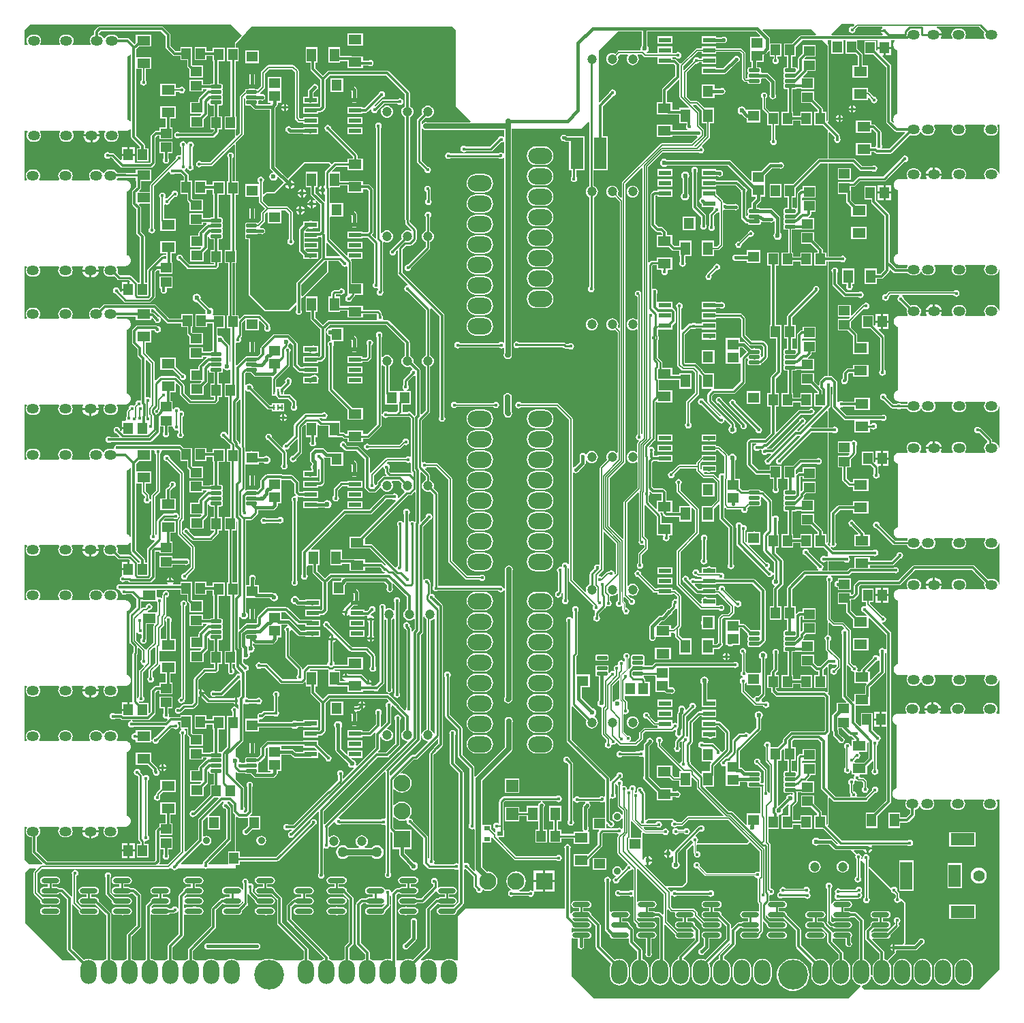
<source format=gbr>
%TF.GenerationSoftware,Altium Limited,Altium Designer,19.1.9 (167)*%
G04 Layer_Physical_Order=1*
G04 Layer_Color=255*
%FSLAX26Y26*%
%MOIN*%
%TF.FileFunction,Copper,L1,Top,Signal*%
%TF.Part,Single*%
G01*
G75*
%TA.AperFunction,SMDPad,CuDef*%
%ADD10R,0.062992X0.153543*%
%ADD11R,0.047244X0.055118*%
%ADD12R,0.010787X0.029654*%
%ADD13R,0.047244X0.064961*%
%ADD14R,0.045276X0.053150*%
%ADD15R,0.059843X0.023622*%
%ADD16R,0.031496X0.023622*%
G04:AMPARAMS|DCode=17|XSize=17.716mil|YSize=53.15mil|CornerRadius=1.949mil|HoleSize=0mil|Usage=FLASHONLY|Rotation=270.000|XOffset=0mil|YOffset=0mil|HoleType=Round|Shape=RoundedRectangle|*
%AMROUNDEDRECTD17*
21,1,0.017716,0.049252,0,0,270.0*
21,1,0.013819,0.053150,0,0,270.0*
1,1,0.003898,-0.024626,-0.006910*
1,1,0.003898,-0.024626,0.006910*
1,1,0.003898,0.024626,0.006910*
1,1,0.003898,0.024626,-0.006910*
%
%ADD17ROUNDEDRECTD17*%
%ADD18R,0.059055X0.059055*%
%ADD19R,0.055118X0.051181*%
%ADD20R,0.051181X0.055118*%
%ADD21R,0.055118X0.047244*%
%ADD22R,0.053150X0.045276*%
%ADD23R,0.064961X0.047244*%
%ADD24O,0.086614X0.023622*%
%TA.AperFunction,Conductor*%
%ADD25C,0.007874*%
%ADD26C,0.012000*%
%ADD27C,0.010000*%
%ADD28C,0.015000*%
%ADD29C,0.013780*%
%ADD30C,0.005906*%
%ADD31C,0.004134*%
%ADD32C,0.012008*%
%ADD33C,0.025000*%
%ADD34C,0.030000*%
%ADD35C,0.020000*%
%TA.AperFunction,ComponentPad*%
%ADD36C,0.035433*%
%ADD37C,0.047244*%
%ADD38O,0.078740X0.118110*%
%ADD39O,0.059055X0.047244*%
%ADD40R,0.118110X0.059055*%
%ADD41C,0.055118*%
%ADD42R,0.059055X0.137795*%
%ADD43R,0.059055X0.110236*%
%ADD44R,0.082677X0.082677*%
%ADD45C,0.082677*%
%ADD46O,0.118110X0.078740*%
%TA.AperFunction,ViaPad*%
%ADD47C,0.146063*%
%ADD48R,0.082677X0.082677*%
%ADD49C,0.082677*%
%ADD50C,0.015748*%
%ADD51C,0.023622*%
%ADD52C,0.050000*%
G36*
X4075564Y4792077D02*
X4068192Y4784705D01*
X4065453Y4785249D01*
X4059308Y4784027D01*
X4054099Y4780547D01*
X4050619Y4775338D01*
X4049396Y4769193D01*
X4050619Y4763048D01*
X4054099Y4757839D01*
X4059308Y4754359D01*
X4065453Y4753136D01*
X4071597Y4754359D01*
X4076807Y4757839D01*
X4080287Y4763048D01*
X4081509Y4769193D01*
X4080965Y4771932D01*
X4092481Y4783449D01*
X4212674D01*
X4214191Y4778449D01*
X4211523Y4776666D01*
X4207573Y4770754D01*
X4207180Y4768779D01*
X4224409D01*
Y4758779D01*
X4207180D01*
X4207573Y4756805D01*
X4211523Y4750893D01*
X4215457Y4748265D01*
X4213940Y4743265D01*
X3966333D01*
X3964419Y4747884D01*
X4013232Y4796697D01*
X4073651D01*
X4075564Y4792077D01*
D02*
G37*
G36*
X2125984Y4767717D02*
Y4393701D01*
X2199055Y4320630D01*
X2197142Y4316010D01*
X1987858D01*
X1981299Y4317315D01*
X1973619Y4315787D01*
X1967107Y4311436D01*
X1963954Y4306717D01*
X1958954Y4308234D01*
Y4321969D01*
X1978284Y4341299D01*
X1982056Y4339736D01*
X1989764Y4338721D01*
X1997472Y4339736D01*
X2004655Y4342712D01*
X2010823Y4347444D01*
X2015556Y4353613D01*
X2018531Y4360796D01*
X2019546Y4368504D01*
X2018531Y4376212D01*
X2015556Y4383395D01*
X2010823Y4389563D01*
X2004655Y4394296D01*
X1997472Y4397271D01*
X1989764Y4398286D01*
X1982056Y4397271D01*
X1974873Y4394296D01*
X1968705Y4389563D01*
X1963972Y4383395D01*
X1960996Y4376212D01*
X1959982Y4368504D01*
X1960996Y4360796D01*
X1962559Y4357024D01*
X1939972Y4334437D01*
X1937562Y4330830D01*
X1936715Y4326575D01*
X1936716Y4326574D01*
Y4125001D01*
X1936715Y4125000D01*
X1937562Y4120745D01*
X1939972Y4117137D01*
X1973172Y4083938D01*
X1973117Y4083661D01*
X1974339Y4077517D01*
X1977820Y4072308D01*
X1983029Y4068827D01*
X1989173Y4067605D01*
X1995318Y4068827D01*
X2000527Y4072308D01*
X2004008Y4077517D01*
X2005230Y4083661D01*
X2004008Y4089806D01*
X2000527Y4095015D01*
X1995318Y4098496D01*
X1989173Y4099718D01*
X1988897Y4099663D01*
X1958954Y4129606D01*
Y4286254D01*
X1963954Y4287771D01*
X1967107Y4283052D01*
X1973619Y4278701D01*
X1981299Y4277173D01*
X1987858Y4278478D01*
X2363124D01*
Y4247930D01*
X2358124Y4245727D01*
X2354570Y4248102D01*
X2348425Y4249324D01*
X2342281Y4248102D01*
X2337072Y4244621D01*
X2333591Y4239412D01*
X2333264Y4237768D01*
X2292638Y4197143D01*
X2176865D01*
X2176708Y4197377D01*
X2171499Y4200858D01*
X2165354Y4202080D01*
X2159210Y4200858D01*
X2154001Y4197377D01*
X2150520Y4192168D01*
X2149298Y4186024D01*
X2150520Y4179879D01*
X2154001Y4174670D01*
X2159210Y4171189D01*
X2165354Y4169967D01*
X2171499Y4171189D01*
X2176708Y4174670D01*
X2176865Y4174904D01*
X2297244D01*
X2297244Y4174904D01*
X2301499Y4175751D01*
X2305107Y4178161D01*
X2344865Y4217919D01*
X2348425Y4217211D01*
X2354570Y4218433D01*
X2358124Y4220808D01*
X2363124Y4218605D01*
Y4165945D01*
X2358124Y4164428D01*
X2357810Y4164897D01*
X2352601Y4168378D01*
X2346457Y4169600D01*
X2340312Y4168378D01*
X2335103Y4164897D01*
X2334420Y4163875D01*
X2101274D01*
X2101117Y4164110D01*
X2095908Y4167590D01*
X2089764Y4168812D01*
X2083619Y4167590D01*
X2078410Y4164110D01*
X2074930Y4158900D01*
X2073707Y4152756D01*
X2074930Y4146611D01*
X2078410Y4141402D01*
X2083619Y4137922D01*
X2089764Y4136699D01*
X2095908Y4137922D01*
X2101117Y4141402D01*
X2101274Y4141637D01*
X2335930D01*
X2340312Y4138709D01*
X2346457Y4137487D01*
X2352601Y4138709D01*
X2357810Y4142190D01*
X2358124Y4142658D01*
X2363124Y4141142D01*
Y3240056D01*
X2358124Y3237853D01*
X2354570Y3240228D01*
X2348425Y3241450D01*
X2342281Y3240228D01*
X2337072Y3236747D01*
X2336915Y3236513D01*
X2146353D01*
X2146196Y3236747D01*
X2140987Y3240228D01*
X2134843Y3241450D01*
X2128698Y3240228D01*
X2123489Y3236747D01*
X2120008Y3231538D01*
X2118786Y3225394D01*
X2120008Y3219249D01*
X2123489Y3214040D01*
X2128698Y3210559D01*
X2134843Y3209337D01*
X2140987Y3210559D01*
X2146196Y3214040D01*
X2146353Y3214274D01*
X2336915D01*
X2337072Y3214040D01*
X2342281Y3210559D01*
X2348425Y3209337D01*
X2354570Y3210559D01*
X2358124Y3212934D01*
X2363124Y3210731D01*
Y3185985D01*
X2362363Y3184846D01*
X2360835Y3177165D01*
X2362363Y3169485D01*
X2366713Y3162973D01*
X2373225Y3158622D01*
X2380906Y3157095D01*
X2388586Y3158622D01*
X2395098Y3162973D01*
X2399448Y3169485D01*
X2400976Y3177165D01*
X2400656Y3178776D01*
Y4283465D01*
X2740157D01*
X2774537Y4317844D01*
X2779156Y4315931D01*
Y4003281D01*
X2777235Y4002485D01*
X2771067Y3997752D01*
X2766334Y3991584D01*
X2763358Y3984401D01*
X2762344Y3976693D01*
X2763358Y3968985D01*
X2766334Y3961802D01*
X2771067Y3955634D01*
X2777235Y3950901D01*
X2779629Y3949909D01*
Y3512431D01*
X2778016Y3511354D01*
X2774536Y3506145D01*
X2773314Y3500000D01*
X2774536Y3493855D01*
X2778016Y3488646D01*
X2783226Y3485166D01*
X2789370Y3483943D01*
X2795515Y3485166D01*
X2800724Y3488646D01*
X2804204Y3493855D01*
X2805427Y3500000D01*
X2804204Y3506145D01*
X2801867Y3509642D01*
Y3948767D01*
X2807017Y3950901D01*
X2813185Y3955634D01*
X2817918Y3961802D01*
X2820894Y3968985D01*
X2821908Y3976693D01*
X2820894Y3984401D01*
X2817918Y3991584D01*
X2813185Y3997752D01*
X2807017Y4002485D01*
X2801395Y4004814D01*
Y4082677D01*
X2870079D01*
Y4248031D01*
X2844816D01*
Y4394578D01*
X2895087Y4444849D01*
X2899845Y4445796D01*
X2905055Y4449276D01*
X2908535Y4454485D01*
X2909757Y4460630D01*
X2908535Y4466775D01*
X2905055Y4471984D01*
X2899845Y4475464D01*
X2893701Y4476686D01*
X2887556Y4475464D01*
X2882347Y4471984D01*
X2878867Y4466775D01*
X2877920Y4462016D01*
X2831391Y4415487D01*
X2826772Y4417400D01*
Y4669291D01*
X2919403Y4761922D01*
X3036529D01*
Y4691708D01*
X3036005Y4691357D01*
X3031654Y4684846D01*
X3030126Y4677165D01*
X3031055Y4672496D01*
X3027427Y4667496D01*
X2924606D01*
X2921150Y4666809D01*
X2918220Y4664851D01*
X2905694Y4652325D01*
X2899834Y4654752D01*
X2892126Y4655766D01*
X2884418Y4654752D01*
X2877235Y4651776D01*
X2871067Y4647043D01*
X2866334Y4640875D01*
X2863358Y4633692D01*
X2862344Y4625984D01*
X2863358Y4618276D01*
X2866334Y4611093D01*
X2871067Y4604925D01*
X2877235Y4600192D01*
X2884418Y4597217D01*
X2892126Y4596202D01*
X2899834Y4597217D01*
X2907017Y4600192D01*
X2913185Y4604925D01*
X2917918Y4611093D01*
X2920894Y4618276D01*
X2921908Y4625984D01*
X2920894Y4633692D01*
X2918466Y4639552D01*
X2928347Y4649433D01*
X2966598D01*
X2969063Y4644433D01*
X2966334Y4640875D01*
X2963358Y4633692D01*
X2962344Y4625984D01*
X2963358Y4618276D01*
X2966334Y4611093D01*
X2971067Y4604925D01*
X2977235Y4600192D01*
X2984418Y4597217D01*
X2992126Y4596202D01*
X2999834Y4597217D01*
X3007017Y4600192D01*
X3013185Y4604925D01*
X3017918Y4611093D01*
X3020894Y4618276D01*
X3021908Y4625984D01*
X3020894Y4633692D01*
X3017918Y4640875D01*
X3015189Y4644433D01*
X3017654Y4649433D01*
X3035926D01*
X3047060Y4638299D01*
X3047060Y4638299D01*
X3049990Y4636341D01*
X3053446Y4635653D01*
X3053447Y4635653D01*
X3113520D01*
Y4601378D01*
X3185173D01*
Y4601617D01*
X3192240D01*
X3200460Y4593397D01*
Y4544398D01*
X3139448Y4483386D01*
X3136817Y4479448D01*
X3135893Y4474803D01*
X3135893Y4474802D01*
Y4413779D01*
X3109646D01*
Y4354724D01*
X3164480D01*
X3165654Y4354491D01*
X3165654Y4354491D01*
X3220866D01*
Y4310433D01*
X3255877D01*
Y4303869D01*
X3254091Y4301196D01*
X3252869Y4295051D01*
X3254091Y4288907D01*
X3257572Y4283698D01*
X3258965Y4282766D01*
X3257448Y4277766D01*
X3186417D01*
Y4303543D01*
X3109646D01*
Y4244488D01*
X3186417D01*
Y4250430D01*
X3305613D01*
X3307358Y4249264D01*
X3307939Y4249148D01*
X3309585Y4243723D01*
X3280524Y4214662D01*
X3135749D01*
X3135748Y4214662D01*
X3132292Y4213974D01*
X3129362Y4212016D01*
X2940952Y4023607D01*
X2938994Y4020677D01*
X2938307Y4017220D01*
Y3949818D01*
X2933688Y3947904D01*
X2918466Y3963125D01*
X2920894Y3968985D01*
X2921908Y3976693D01*
X2920894Y3984401D01*
X2917918Y3991584D01*
X2913185Y3997752D01*
X2907017Y4002485D01*
X2899834Y4005460D01*
X2892126Y4006475D01*
X2884418Y4005460D01*
X2877235Y4002485D01*
X2871067Y3997752D01*
X2866334Y3991584D01*
X2863358Y3984401D01*
X2862344Y3976693D01*
X2863358Y3968985D01*
X2866334Y3961802D01*
X2871067Y3955634D01*
X2877235Y3950901D01*
X2884418Y3947925D01*
X2892126Y3946911D01*
X2899834Y3947925D01*
X2905694Y3950352D01*
X2928464Y3927582D01*
Y3310369D01*
X2923845Y3308455D01*
X2918466Y3313834D01*
X2920894Y3319693D01*
X2921908Y3327402D01*
X2920894Y3335110D01*
X2917918Y3342293D01*
X2913185Y3348461D01*
X2907017Y3353194D01*
X2899834Y3356169D01*
X2892126Y3357184D01*
X2884418Y3356169D01*
X2877235Y3353194D01*
X2871067Y3348461D01*
X2866334Y3342293D01*
X2863358Y3335110D01*
X2862344Y3327402D01*
X2863358Y3319693D01*
X2866334Y3312510D01*
X2871067Y3306342D01*
X2877235Y3301609D01*
X2884418Y3298634D01*
X2892126Y3297619D01*
X2899834Y3298634D01*
X2905694Y3301061D01*
X2918622Y3288133D01*
Y2700298D01*
X2913622Y2698601D01*
X2913185Y2699170D01*
X2907017Y2703903D01*
X2899834Y2706878D01*
X2892126Y2707893D01*
X2884418Y2706878D01*
X2877235Y2703903D01*
X2871067Y2699170D01*
X2866334Y2693001D01*
X2863358Y2685818D01*
X2862344Y2678110D01*
X2863358Y2670402D01*
X2865786Y2664543D01*
X2833574Y2632331D01*
X2831617Y2629401D01*
X2830929Y2625945D01*
Y2153725D01*
X2825929Y2151053D01*
X2825042Y2151645D01*
X2818898Y2152867D01*
X2812753Y2151645D01*
X2807544Y2148165D01*
X2804063Y2142956D01*
X2802841Y2136811D01*
X2803508Y2133460D01*
X2799117Y2129070D01*
X2797803Y2127102D01*
X2784264Y2113563D01*
X2781853Y2109956D01*
X2781007Y2105700D01*
X2781007Y2105700D01*
Y2056174D01*
X2777235Y2054611D01*
X2771067Y2049878D01*
X2766334Y2043710D01*
X2763358Y2036527D01*
X2762344Y2028819D01*
X2763358Y2021111D01*
X2763957Y2019667D01*
X2759718Y2016835D01*
X2698287Y2078265D01*
Y2600882D01*
X2699554Y2601821D01*
X2703287Y2603097D01*
X2707438Y2600323D01*
X2713583Y2599101D01*
X2719727Y2600323D01*
X2724936Y2603804D01*
X2728417Y2609013D01*
X2728827Y2611072D01*
X2757696Y2639941D01*
X2760659Y2644376D01*
X2761700Y2649606D01*
Y2661341D01*
X2765097Y2662718D01*
X2766700Y2662742D01*
X2771067Y2657051D01*
X2777235Y2652318D01*
X2784418Y2649343D01*
X2792126Y2648328D01*
X2799834Y2649343D01*
X2807017Y2652318D01*
X2813185Y2657051D01*
X2817918Y2663219D01*
X2820894Y2670402D01*
X2821908Y2678110D01*
X2820894Y2685818D01*
X2817918Y2693001D01*
X2813185Y2699170D01*
X2807017Y2703903D01*
X2799834Y2706878D01*
X2792126Y2707893D01*
X2784418Y2706878D01*
X2777235Y2703903D01*
X2771067Y2699170D01*
X2766334Y2693001D01*
X2760698Y2692460D01*
X2759385Y2694425D01*
X2754176Y2697905D01*
X2748032Y2699127D01*
X2741887Y2697905D01*
X2736678Y2694425D01*
X2733197Y2689215D01*
X2731975Y2683071D01*
X2733197Y2676926D01*
X2734363Y2675181D01*
Y2655268D01*
X2709497Y2630401D01*
X2707438Y2629992D01*
X2703287Y2627218D01*
X2699554Y2628494D01*
X2698287Y2629433D01*
Y2865862D01*
X2698287Y2865862D01*
X2697600Y2869319D01*
X2695642Y2872249D01*
X2695642Y2872249D01*
X2629418Y2938473D01*
X2626488Y2940431D01*
X2623032Y2941118D01*
X2446960D01*
X2445409Y2943440D01*
X2440200Y2946921D01*
X2434055Y2948143D01*
X2427911Y2946921D01*
X2422702Y2943440D01*
X2419221Y2938231D01*
X2417999Y2932087D01*
X2419221Y2925942D01*
X2422702Y2920733D01*
X2427911Y2917252D01*
X2434055Y2916030D01*
X2440200Y2917252D01*
X2445409Y2920733D01*
X2446960Y2923055D01*
X2619290D01*
X2680224Y2862121D01*
Y2154869D01*
X2675224Y2153352D01*
X2672771Y2157023D01*
X2667562Y2160504D01*
X2661417Y2161726D01*
X2655273Y2160504D01*
X2650064Y2157023D01*
X2646583Y2151814D01*
X2645361Y2145669D01*
X2645693Y2144000D01*
X2644935Y2142847D01*
X2641360Y2140152D01*
X2636811Y2141057D01*
X2630666Y2139834D01*
X2625457Y2136354D01*
X2621977Y2131145D01*
X2620755Y2125000D01*
X2621977Y2118855D01*
X2625457Y2113646D01*
X2625692Y2113490D01*
Y2023056D01*
X2623765Y2021129D01*
X2621808Y2020740D01*
X2616599Y2017259D01*
X2613119Y2012050D01*
X2611896Y2005906D01*
X2613119Y1999761D01*
X2616599Y1994552D01*
X2621808Y1991071D01*
X2627953Y1989849D01*
X2634097Y1991071D01*
X2639307Y1994552D01*
X2642787Y1999761D01*
X2644009Y2005906D01*
X2643343Y2009257D01*
X2644673Y2010587D01*
X2644674Y2010587D01*
X2646282Y2012995D01*
X2651282Y2011624D01*
Y1984936D01*
X2651048Y1984779D01*
X2647567Y1979570D01*
X2646345Y1973425D01*
X2647567Y1967281D01*
X2651048Y1962072D01*
X2656257Y1958591D01*
X2662402Y1957369D01*
X2668546Y1958591D01*
X2673755Y1962072D01*
X2677236Y1967281D01*
X2678458Y1973425D01*
X2677236Y1979570D01*
X2673755Y1984779D01*
X2673521Y1984936D01*
Y2133408D01*
X2675224Y2134926D01*
X2680224Y2132684D01*
Y2074524D01*
X2680912Y2071068D01*
X2682869Y2068137D01*
X2800231Y1950775D01*
X2797764Y1947083D01*
X2796542Y1940939D01*
X2797764Y1934794D01*
X2801245Y1929585D01*
X2805300Y1926876D01*
X2806569Y1924919D01*
X2806959Y1920906D01*
X2805672Y1918980D01*
X2804826Y1914725D01*
X2804826Y1914724D01*
Y1900290D01*
X2804591Y1900133D01*
X2801111Y1894924D01*
X2799888Y1888780D01*
X2801111Y1882635D01*
X2804591Y1877426D01*
X2809800Y1873945D01*
X2815945Y1872723D01*
X2822090Y1873945D01*
X2827299Y1877426D01*
X2830779Y1882635D01*
X2832001Y1888780D01*
X2830779Y1894924D01*
X2827299Y1900133D01*
X2827064Y1900290D01*
Y1910119D01*
X2856559Y1939614D01*
X2858969Y1943221D01*
X2859574Y1946258D01*
X2862635Y1948206D01*
X2864816Y1948769D01*
X2866098Y1947913D01*
X2872242Y1946690D01*
X2878387Y1947913D01*
X2883596Y1951393D01*
X2887077Y1956602D01*
X2888299Y1962747D01*
X2887077Y1968892D01*
X2883596Y1974101D01*
X2881274Y1975652D01*
Y1996533D01*
X2886274Y1999807D01*
X2892126Y1999037D01*
X2899834Y2000052D01*
X2907017Y2003027D01*
X2913185Y2007760D01*
X2915819Y2011192D01*
X2920819Y2009494D01*
Y1975811D01*
X2919044Y1975458D01*
X2913835Y1971977D01*
X2910354Y1966768D01*
X2909132Y1960624D01*
X2910354Y1954479D01*
X2913835Y1949270D01*
X2919044Y1945790D01*
X2925189Y1944567D01*
X2931333Y1945790D01*
X2935690Y1948701D01*
X2938829Y1947736D01*
X2940690Y1946486D01*
Y1935039D01*
X2941309Y1931929D01*
X2943071Y1929292D01*
X2944346Y1928017D01*
X2943589Y1924213D01*
X2944811Y1918068D01*
X2948292Y1912859D01*
X2953501Y1909378D01*
X2959646Y1908156D01*
X2965790Y1909378D01*
X2970999Y1912859D01*
X2974480Y1918068D01*
X2975702Y1924213D01*
X2974480Y1930357D01*
X2970999Y1935566D01*
X2965790Y1939047D01*
X2959646Y1940269D01*
X2956948Y1942484D01*
Y1962540D01*
X2956329Y1965650D01*
X2954567Y1968288D01*
X2947822Y1975033D01*
Y1990996D01*
X2952822Y1993067D01*
X2971693Y1974196D01*
X2971148Y1971457D01*
X2972370Y1965312D01*
X2975851Y1960103D01*
X2981060Y1956622D01*
X2987205Y1955400D01*
X2993349Y1956622D01*
X2998559Y1960103D01*
X3002039Y1965312D01*
X3003261Y1971457D01*
X3002039Y1977601D01*
X2998559Y1982810D01*
X2993349Y1986291D01*
X2987205Y1987513D01*
X2984466Y1986968D01*
X2968955Y2002480D01*
X2969073Y2002987D01*
X2974675Y2004991D01*
X2977235Y2003027D01*
X2984418Y2000052D01*
X2992126Y1999037D01*
X2999834Y2000052D01*
X3007017Y2003027D01*
X3013185Y2007760D01*
X3017918Y2013928D01*
X3020894Y2021111D01*
X3021908Y2028819D01*
X3020894Y2036527D01*
X3017918Y2043710D01*
X3013185Y2049878D01*
X3007017Y2054611D01*
X2999834Y2057586D01*
X2992126Y2058601D01*
X2984418Y2057586D01*
X2977235Y2054611D01*
X2971067Y2049878D01*
X2970630Y2049309D01*
X2965630Y2051007D01*
Y2452905D01*
X3016480Y2503755D01*
X3021480Y2501684D01*
Y2269067D01*
X3021630Y2268316D01*
X3020564Y2262959D01*
X3021786Y2256814D01*
X3025267Y2251605D01*
X3030476Y2248124D01*
X3036620Y2246902D01*
X3042765Y2248124D01*
X3043258Y2248454D01*
X3048258Y2245781D01*
Y2234259D01*
X3021173Y2207174D01*
X3019215Y2204244D01*
X3018527Y2200787D01*
Y2160543D01*
X3016205Y2158992D01*
X3012725Y2153782D01*
X3011503Y2147638D01*
X3012725Y2141493D01*
X3016205Y2136284D01*
X3021414Y2132803D01*
X3027559Y2131581D01*
X3033704Y2132803D01*
X3038913Y2136284D01*
X3042393Y2141493D01*
X3043616Y2147638D01*
X3042393Y2153782D01*
X3038913Y2158992D01*
X3036591Y2160543D01*
Y2197046D01*
X3063676Y2224131D01*
X3065634Y2227062D01*
X3066321Y2230518D01*
X3066321Y2230518D01*
Y2271520D01*
X3065634Y2274976D01*
X3063676Y2277906D01*
X3049386Y2292196D01*
Y2440702D01*
X3054386Y2442773D01*
X3109432Y2387727D01*
Y2344764D01*
X3109432Y2344764D01*
X3109646Y2343689D01*
Y2296614D01*
X3140495D01*
X3143165Y2291614D01*
X3141168Y2288625D01*
X3139945Y2282480D01*
X3141168Y2276336D01*
X3144648Y2271127D01*
X3149857Y2267646D01*
X3156002Y2266424D01*
X3162147Y2267646D01*
X3167356Y2271127D01*
X3170836Y2276336D01*
X3172059Y2282480D01*
X3170836Y2288625D01*
X3168839Y2291614D01*
X3171509Y2296614D01*
X3186417D01*
Y2355669D01*
X3131670D01*
Y2392333D01*
X3131671Y2392333D01*
X3130824Y2396588D01*
X3128414Y2400196D01*
X3128413Y2400196D01*
X3126378Y2402231D01*
X3128292Y2406851D01*
X3133370D01*
X3137468Y2404667D01*
X3138392Y2400022D01*
X3141023Y2396084D01*
X3148052Y2389055D01*
X3148052Y2389054D01*
X3151990Y2386423D01*
X3156636Y2385499D01*
X3156636Y2385499D01*
X3220866D01*
Y2362559D01*
X3279921D01*
Y2427700D01*
X3284541Y2429614D01*
X3297051Y2417103D01*
Y2311243D01*
X3209439Y2223631D01*
X3207264Y2220376D01*
X3206500Y2216535D01*
Y2110617D01*
X3206406Y2110142D01*
Y2053844D01*
X3207169Y2050003D01*
X3209345Y2046748D01*
X3322244Y1933849D01*
X3325500Y1931673D01*
X3329340Y1930909D01*
X3412962D01*
X3413843Y1929591D01*
X3419052Y1926111D01*
X3425197Y1924888D01*
X3431341Y1926111D01*
X3436551Y1929591D01*
X3440031Y1934800D01*
X3441253Y1940945D01*
X3440031Y1947089D01*
X3436551Y1952299D01*
X3431341Y1955779D01*
X3425197Y1957001D01*
X3419052Y1955779D01*
X3413843Y1952299D01*
X3412962Y1950980D01*
X3404582D01*
X3400921Y1954213D01*
Y1989646D01*
X3360070D01*
X3355122Y1992952D01*
X3347441Y1994480D01*
X3339760Y1992952D01*
X3334812Y1989646D01*
X3329268D01*
Y1982643D01*
X3328898Y1982090D01*
X3327370Y1974409D01*
X3328898Y1966729D01*
X3329144Y1966361D01*
X3328475Y1962662D01*
X3323598Y1960879D01*
X3226476Y2058001D01*
Y2109761D01*
X3226571Y2110236D01*
Y2212379D01*
X3314183Y2299990D01*
X3316358Y2303246D01*
X3317122Y2307087D01*
Y2421260D01*
X3316358Y2425100D01*
X3314183Y2428356D01*
X3226571Y2515968D01*
Y2542883D01*
X3227889Y2543764D01*
X3231370Y2548974D01*
X3232592Y2555118D01*
X3231370Y2561263D01*
X3227889Y2566472D01*
X3222680Y2569952D01*
X3216535Y2571175D01*
X3210391Y2569952D01*
X3205182Y2566472D01*
X3201701Y2561263D01*
X3200479Y2555118D01*
X3201701Y2548974D01*
X3205182Y2543764D01*
X3206500Y2542883D01*
Y2511811D01*
X3207264Y2507971D01*
X3209439Y2504715D01*
X3270204Y2443950D01*
X3268291Y2439331D01*
X3220866D01*
Y2409776D01*
X3186417D01*
Y2465905D01*
X3157808D01*
Y2504781D01*
X3157808Y2504782D01*
X3156884Y2509427D01*
X3154253Y2513365D01*
X3154252Y2513365D01*
X3147223Y2520394D01*
X3143285Y2523026D01*
X3138640Y2523950D01*
X3138639Y2523950D01*
X3095579D01*
X3086942Y2532587D01*
Y2652373D01*
X3093650Y2659082D01*
X3113520D01*
Y2653504D01*
X3185173D01*
Y2688937D01*
X3113520D01*
Y2683359D01*
X3095343D01*
Y2699346D01*
X3094877Y2701688D01*
X3098038Y2706419D01*
X3099261Y2712564D01*
X3098038Y2718708D01*
X3094558Y2723917D01*
X3089349Y2727398D01*
X3083204Y2728620D01*
X3077059Y2727398D01*
X3075135Y2726112D01*
X3069429Y2728313D01*
X3069343Y2728658D01*
X3085792Y2745107D01*
X3085792Y2745107D01*
X3086937Y2746821D01*
X3099476Y2759361D01*
X3099477Y2759361D01*
X3101887Y2762968D01*
X3102733Y2767223D01*
Y2948171D01*
X3104646Y2949628D01*
X3109646Y2947150D01*
Y2945906D01*
X3186417D01*
Y3004961D01*
X3119387D01*
Y3053908D01*
X3121220Y3056142D01*
X3164480D01*
X3165654Y3055908D01*
X3165654Y3055909D01*
X3220866D01*
Y3011850D01*
X3279921D01*
Y3088622D01*
X3220866D01*
Y3080186D01*
X3186417D01*
Y3115197D01*
X3137104D01*
Y3141732D01*
X3136257Y3145987D01*
X3133847Y3149595D01*
X3130239Y3152005D01*
X3128048Y3152441D01*
X3116315Y3164174D01*
Y3249507D01*
X3117596Y3251424D01*
X3118284Y3254880D01*
Y3268742D01*
X3117596Y3272198D01*
X3116315Y3274115D01*
Y3302795D01*
X3185173D01*
Y3321061D01*
X3199757Y3335645D01*
X3202388Y3339583D01*
X3203312Y3344228D01*
X3203312Y3344229D01*
Y3387254D01*
X3203312Y3387254D01*
X3202388Y3391899D01*
X3199757Y3395838D01*
X3191499Y3404095D01*
X3187561Y3406726D01*
X3185173Y3407201D01*
Y3438228D01*
X3113520D01*
X3110564Y3442004D01*
Y3478010D01*
X3113260Y3482044D01*
X3114482Y3488189D01*
X3113260Y3494334D01*
X3109779Y3499543D01*
X3104570Y3503023D01*
X3098425Y3504245D01*
X3092281Y3503023D01*
X3090922Y3502116D01*
X3085922Y3504788D01*
Y3612520D01*
X3090236Y3616834D01*
X3109646D01*
Y3595197D01*
X3130392D01*
X3133065Y3590197D01*
X3132803Y3589806D01*
X3131581Y3583661D01*
X3132803Y3577517D01*
X3136284Y3572308D01*
X3141493Y3568827D01*
X3147638Y3567605D01*
X3153782Y3568827D01*
X3158992Y3572308D01*
X3162472Y3577517D01*
X3163694Y3583661D01*
X3162472Y3589806D01*
X3162211Y3590197D01*
X3164883Y3595197D01*
X3186417D01*
Y3654252D01*
X3109646D01*
Y3639072D01*
X3085630D01*
X3081375Y3638226D01*
X3077767Y3635815D01*
X3072706Y3630754D01*
X3068087Y3632668D01*
Y4097357D01*
X3140244Y4169515D01*
X3314359D01*
X3314685Y4169026D01*
X3319894Y4165546D01*
X3326039Y4164324D01*
X3332184Y4165546D01*
X3337393Y4169026D01*
X3340873Y4174236D01*
X3342096Y4180380D01*
X3340873Y4186525D01*
X3337393Y4191734D01*
X3332184Y4195215D01*
X3331602Y4195330D01*
X3329956Y4200756D01*
X3367016Y4237815D01*
X3368974Y4240745D01*
X3369662Y4244202D01*
Y4310433D01*
X3390157D01*
Y4387205D01*
X3343875D01*
X3313277Y4417802D01*
X3310347Y4419760D01*
X3306891Y4420448D01*
X3277364D01*
X3256079Y4441733D01*
Y4558267D01*
X3301395Y4603583D01*
X3304134Y4603038D01*
X3310278Y4604260D01*
X3315487Y4607741D01*
X3317039Y4610063D01*
X3329268D01*
Y4601378D01*
X3400921D01*
Y4636811D01*
X3329268D01*
Y4628126D01*
X3317039D01*
X3315487Y4630448D01*
X3310278Y4633929D01*
X3304134Y4635151D01*
X3297989Y4633929D01*
X3292780Y4630448D01*
X3289299Y4625239D01*
X3288077Y4619094D01*
X3288622Y4616355D01*
X3244173Y4571907D01*
X3239173Y4573978D01*
Y4589590D01*
X3309646Y4660063D01*
X3329268D01*
Y4651378D01*
X3400921D01*
Y4660063D01*
X3516141D01*
X3526401Y4649802D01*
Y4531496D01*
X3527089Y4528040D01*
X3529047Y4525110D01*
X3537999Y4516157D01*
X3540930Y4514199D01*
X3544386Y4513512D01*
X3554177D01*
Y4512776D01*
X3554786Y4509711D01*
X3556522Y4507113D01*
X3559120Y4505377D01*
X3562185Y4504767D01*
X3611437D01*
X3614502Y4505377D01*
X3617100Y4507113D01*
X3618836Y4509711D01*
X3619445Y4512776D01*
Y4526594D01*
X3619443Y4526607D01*
X3623090Y4531607D01*
X3641976D01*
X3663497Y4510087D01*
Y4452772D01*
X3662331Y4451026D01*
X3661109Y4444882D01*
X3662331Y4438737D01*
X3665812Y4433528D01*
X3671021Y4430048D01*
X3677165Y4428825D01*
X3683310Y4430048D01*
X3688519Y4433528D01*
X3692000Y4438737D01*
X3693222Y4444882D01*
X3692000Y4451026D01*
X3690834Y4452772D01*
Y4515748D01*
X3689793Y4520979D01*
X3686830Y4525413D01*
X3657303Y4554940D01*
X3652869Y4557903D01*
X3647638Y4558944D01*
X3623089D01*
X3619443Y4563944D01*
X3619445Y4563957D01*
Y4577775D01*
X3618836Y4580840D01*
X3617100Y4583438D01*
X3614502Y4585174D01*
X3611437Y4585784D01*
X3600479D01*
Y4610236D01*
X3631890D01*
Y4646155D01*
X3632264D01*
X3637494Y4647195D01*
X3641929Y4650158D01*
X3657599Y4665828D01*
X3662599Y4663757D01*
Y4637795D01*
X3682110D01*
Y4631147D01*
X3679591Y4629464D01*
X3676111Y4624255D01*
X3674888Y4618110D01*
X3676111Y4611966D01*
X3679591Y4606757D01*
X3684800Y4603276D01*
X3690945Y4602054D01*
X3697090Y4603276D01*
X3702299Y4606757D01*
X3705779Y4611966D01*
X3707001Y4618110D01*
X3705779Y4624255D01*
X3702299Y4629464D01*
X3700173Y4630884D01*
Y4637795D01*
X3719685D01*
Y4702756D01*
X3663274D01*
Y4725651D01*
X3662234Y4730882D01*
X3659271Y4735316D01*
X3627553Y4767034D01*
X3629466Y4771654D01*
X3866142D01*
X3889911Y4747884D01*
X3887998Y4743265D01*
X3816953D01*
X3816953Y4743265D01*
X3812307Y4742341D01*
X3808369Y4739709D01*
X3808369Y4739709D01*
X3771416Y4702756D01*
X3731496D01*
Y4637795D01*
X3747901D01*
Y4585784D01*
X3737382D01*
X3734317Y4585174D01*
X3731719Y4583438D01*
X3729983Y4580840D01*
X3729374Y4577775D01*
Y4563957D01*
X3729983Y4560892D01*
X3731719Y4558294D01*
Y4557847D01*
X3729983Y4555249D01*
X3729374Y4552185D01*
Y4538366D01*
X3729983Y4535301D01*
X3731592Y4532480D01*
X3729983Y4529659D01*
X3729374Y4526594D01*
Y4512776D01*
X3729983Y4509711D01*
X3731719Y4507113D01*
Y4506666D01*
X3729983Y4504068D01*
X3729374Y4501004D01*
Y4487185D01*
X3729983Y4484120D01*
X3731719Y4481522D01*
X3734317Y4479786D01*
X3737382Y4479177D01*
X3749869D01*
Y4368110D01*
X3719685D01*
Y4303150D01*
X3776772D01*
Y4323491D01*
X3812205D01*
Y4303150D01*
X3869291D01*
Y4368110D01*
X3812205D01*
Y4347769D01*
X3776772D01*
Y4368110D01*
X3774147D01*
Y4479177D01*
X3786634D01*
X3789698Y4479786D01*
X3792297Y4481522D01*
X3792586Y4481956D01*
X3815158D01*
Y4479331D01*
X3880118D01*
Y4536417D01*
X3827978D01*
X3826064Y4541037D01*
X3843520Y4558493D01*
X3843521Y4558493D01*
X3846152Y4562431D01*
X3847076Y4567076D01*
X3851952Y4567913D01*
X3887992D01*
Y4625000D01*
X3834920D01*
X3833007Y4629619D01*
X3840198Y4636811D01*
X3887992D01*
Y4693898D01*
X3823032D01*
Y4653978D01*
X3804087Y4635033D01*
X3801456Y4631095D01*
X3800532Y4626450D01*
X3800532Y4626449D01*
Y4579044D01*
X3799462Y4578329D01*
X3794055Y4580729D01*
X3794032Y4580840D01*
X3792297Y4583438D01*
X3789698Y4585174D01*
X3786634Y4585784D01*
X3772178D01*
Y4637795D01*
X3788583D01*
Y4685589D01*
X3821981Y4718987D01*
X3918808D01*
X3944882Y4692913D01*
Y4323934D01*
X3939882Y4321434D01*
X3938189Y4322703D01*
Y4368110D01*
X3921785D01*
Y4380905D01*
X3921785Y4380905D01*
X3920860Y4385551D01*
X3918229Y4389489D01*
X3918229Y4389489D01*
X3880118Y4427600D01*
Y4467520D01*
X3815158D01*
Y4410433D01*
X3862951D01*
X3897507Y4375877D01*
Y4368110D01*
X3881102D01*
Y4303150D01*
X3921022D01*
X3944882Y4279290D01*
Y4139903D01*
X3906466D01*
X3906466Y4139903D01*
X3901820Y4138979D01*
X3897882Y4136347D01*
X3897882Y4136347D01*
X3775353Y4013818D01*
X3731496D01*
Y3948857D01*
X3749869D01*
Y3896846D01*
X3737382D01*
X3734317Y3896236D01*
X3731719Y3894500D01*
X3729983Y3891902D01*
X3729374Y3888838D01*
Y3875019D01*
X3729983Y3871954D01*
X3731719Y3869356D01*
Y3868910D01*
X3729983Y3866311D01*
X3729374Y3863247D01*
Y3849428D01*
X3729983Y3846363D01*
X3731592Y3843542D01*
X3729983Y3840721D01*
X3729374Y3837656D01*
Y3823838D01*
X3729983Y3820773D01*
X3731719Y3818175D01*
Y3817728D01*
X3729983Y3815130D01*
X3729374Y3812066D01*
Y3798247D01*
X3729983Y3795182D01*
X3731719Y3792584D01*
X3734317Y3790848D01*
X3737382Y3790239D01*
X3752976D01*
Y3679172D01*
X3719685D01*
Y3614212D01*
X3776772D01*
Y3634553D01*
X3812205D01*
Y3614212D01*
X3869291D01*
Y3679172D01*
X3812205D01*
Y3658831D01*
X3776772D01*
Y3679172D01*
X3771040D01*
Y3790239D01*
X3786634D01*
X3789698Y3790848D01*
X3792297Y3792584D01*
X3792586Y3793018D01*
X3815158D01*
Y3790393D01*
X3880118D01*
Y3847479D01*
X3854848D01*
X3853331Y3852479D01*
X3855040Y3853621D01*
X3862069Y3860651D01*
X3862070Y3860651D01*
X3864701Y3864589D01*
X3865625Y3869234D01*
X3865625Y3869235D01*
Y3878975D01*
X3887992D01*
Y3936062D01*
X3823032D01*
X3819225Y3938944D01*
Y3944991D01*
X3823032Y3947873D01*
X3887992D01*
Y4004960D01*
X3823032D01*
Y3991311D01*
X3818898Y3988517D01*
X3814252Y3987593D01*
X3810314Y3984961D01*
X3810314Y3984961D01*
X3798503Y3973150D01*
X3795872Y3969212D01*
X3794948Y3964567D01*
X3794948Y3964566D01*
Y3898742D01*
X3789948Y3896069D01*
X3789698Y3896236D01*
X3786634Y3896846D01*
X3774147D01*
Y3948857D01*
X3788583D01*
Y3992918D01*
X3789198Y3993329D01*
X3911494Y4115625D01*
X3944882D01*
Y3658831D01*
X3938189D01*
Y3679172D01*
X3921588D01*
Y3692164D01*
X3921588Y3692164D01*
X3920664Y3696810D01*
X3918032Y3700748D01*
X3880118Y3738662D01*
Y3778582D01*
X3815158D01*
Y3721495D01*
X3862951D01*
X3897310Y3687136D01*
Y3679172D01*
X3881102D01*
Y3614212D01*
X3938189D01*
Y3634553D01*
X3944882D01*
Y3075225D01*
X3935734D01*
X3935734Y3075225D01*
X3931088Y3074301D01*
X3927150Y3071670D01*
X3927150Y3071670D01*
X3908645Y3053165D01*
X3906014Y3049227D01*
X3905090Y3044581D01*
X3905090Y3044581D01*
Y3031285D01*
X3900470Y3029372D01*
X3880118Y3049724D01*
Y3089644D01*
X3815158D01*
Y3032557D01*
X3862951D01*
X3897310Y2998198D01*
Y2990234D01*
X3881102D01*
Y2925274D01*
X3919515D01*
X3921429Y2920654D01*
X3807396Y2806621D01*
X3798825D01*
X3796911Y2811241D01*
X3824221Y2838550D01*
X3828979Y2839496D01*
X3834188Y2842977D01*
X3837669Y2848186D01*
X3838891Y2854331D01*
X3837669Y2860475D01*
X3834188Y2865684D01*
X3828979Y2869165D01*
X3822835Y2870387D01*
X3816690Y2869165D01*
X3811481Y2865684D01*
X3808000Y2860475D01*
X3807054Y2855717D01*
X3670443Y2719106D01*
X3649646D01*
X3648941Y2720263D01*
X3650838Y2724835D01*
X3652135Y2725093D01*
X3656073Y2727724D01*
X3813848Y2885499D01*
X3862204D01*
X3862205Y2885499D01*
X3864222Y2885900D01*
X3866142Y2885518D01*
X3872286Y2886740D01*
X3877495Y2890221D01*
X3880976Y2895430D01*
X3882198Y2901575D01*
X3880976Y2907719D01*
X3877495Y2912928D01*
X3872286Y2916409D01*
X3866142Y2917631D01*
X3859997Y2916409D01*
X3854788Y2912928D01*
X3852682Y2909776D01*
X3808820D01*
X3804175Y2908852D01*
X3800237Y2906221D01*
X3800237Y2906221D01*
X3696089Y2802073D01*
X3691470Y2803987D01*
Y2925274D01*
X3707874D01*
Y2990234D01*
X3691470D01*
Y3062098D01*
X3715276Y3085905D01*
X3715276Y3085905D01*
X3717908Y3089843D01*
X3718832Y3094488D01*
X3718832Y3094489D01*
Y3259919D01*
X3719685D01*
Y3324880D01*
X3691470D01*
Y3614212D01*
X3707874D01*
Y3679172D01*
X3650788D01*
Y3614212D01*
X3667192D01*
Y3324880D01*
X3662599D01*
Y3259919D01*
X3694554D01*
Y3099516D01*
X3670747Y3075709D01*
X3668116Y3071771D01*
X3667192Y3067126D01*
X3667192Y3067126D01*
Y2990234D01*
X3650788D01*
Y2925274D01*
X3667192D01*
Y2795715D01*
X3639608Y2768131D01*
X3584656D01*
X3584655Y2768131D01*
X3584218Y2768044D01*
X3570022D01*
X3570022Y2768044D01*
X3565376Y2767120D01*
X3561438Y2764489D01*
X3561438Y2764489D01*
X3554409Y2757459D01*
X3551778Y2753521D01*
X3550853Y2748876D01*
X3550854Y2748876D01*
Y2641733D01*
X3550853Y2641732D01*
X3551778Y2637087D01*
X3554409Y2633149D01*
X3592679Y2594878D01*
X3596617Y2592247D01*
X3601263Y2591323D01*
X3601263Y2591323D01*
X3662599D01*
Y2570981D01*
X3679003D01*
Y2525733D01*
X3677095Y2522877D01*
X3675873Y2516732D01*
X3677095Y2510588D01*
X3680575Y2505378D01*
X3685785Y2501898D01*
X3691929Y2500676D01*
X3698074Y2501898D01*
X3703283Y2505378D01*
X3706764Y2510588D01*
X3707986Y2516732D01*
X3706764Y2522877D01*
X3703283Y2528086D01*
X3703280Y2528088D01*
Y2570981D01*
X3719685D01*
Y2635942D01*
X3662599D01*
Y2615600D01*
X3606291D01*
X3575131Y2646760D01*
Y2743767D01*
X3584568D01*
X3584568Y2743767D01*
X3585005Y2743854D01*
X3595759D01*
X3596252Y2738854D01*
X3593265Y2738260D01*
X3588056Y2734779D01*
X3584575Y2729570D01*
X3583353Y2723425D01*
X3584575Y2717281D01*
X3588056Y2712072D01*
X3593265Y2708591D01*
X3599410Y2707369D01*
X3605554Y2708591D01*
X3610763Y2712072D01*
X3611724Y2713510D01*
X3619166D01*
X3622484Y2708510D01*
X3621729Y2704717D01*
X3622952Y2698572D01*
X3626432Y2693363D01*
X3631641Y2689883D01*
X3637786Y2688660D01*
X3643930Y2689883D01*
X3649140Y2693363D01*
X3650118Y2694828D01*
X3667192D01*
X3669105Y2690209D01*
X3652157Y2673261D01*
X3647399Y2672315D01*
X3642190Y2668834D01*
X3638709Y2663625D01*
X3637487Y2657480D01*
X3638709Y2651336D01*
X3642190Y2646127D01*
X3647399Y2642646D01*
X3653543Y2641424D01*
X3659688Y2642646D01*
X3664897Y2646127D01*
X3668378Y2651336D01*
X3669324Y2656094D01*
X3795574Y2782344D01*
X3809285D01*
X3811356Y2777344D01*
X3707266Y2673254D01*
X3702507Y2672307D01*
X3697298Y2668827D01*
X3693818Y2663617D01*
X3692595Y2657473D01*
X3693818Y2651328D01*
X3697298Y2646119D01*
X3702507Y2642639D01*
X3708652Y2641416D01*
X3714796Y2642639D01*
X3720006Y2646119D01*
X3723486Y2651328D01*
X3724433Y2656087D01*
X3867231Y2798885D01*
X3944882D01*
Y2261152D01*
X3939882Y2258600D01*
X3938189Y2259826D01*
Y2301296D01*
X3921588D01*
Y2314288D01*
X3921588Y2314288D01*
X3920664Y2318934D01*
X3918032Y2322872D01*
X3880118Y2360786D01*
Y2400706D01*
X3815158D01*
Y2343619D01*
X3862951D01*
X3897310Y2309260D01*
Y2301296D01*
X3881102D01*
Y2236336D01*
X3924959D01*
X3944882Y2216413D01*
Y2191273D01*
X3936360D01*
X3932326Y2193968D01*
X3926181Y2195190D01*
X3920037Y2193968D01*
X3914827Y2190488D01*
X3911347Y2185278D01*
X3910125Y2179134D01*
X3911347Y2172989D01*
X3914827Y2167780D01*
X3920037Y2164300D01*
X3926181Y2163077D01*
X3932326Y2164300D01*
X3936360Y2166995D01*
X3944882D01*
Y2122280D01*
X3919897D01*
X3919124Y2123243D01*
X3920153Y2129944D01*
X3920803Y2130378D01*
X3924283Y2135588D01*
X3925505Y2141732D01*
X3924283Y2147877D01*
X3920803Y2153086D01*
X3915593Y2156566D01*
X3910835Y2157513D01*
X3854363Y2213984D01*
X3853417Y2218743D01*
X3849936Y2223952D01*
X3844727Y2227433D01*
X3838583Y2228655D01*
X3832438Y2227433D01*
X3827229Y2223952D01*
X3823748Y2218743D01*
X3822526Y2212598D01*
X3823748Y2206454D01*
X3827229Y2201245D01*
X3832438Y2197764D01*
X3837197Y2196818D01*
X3893668Y2140346D01*
X3894615Y2135588D01*
X3898095Y2130378D01*
X3898745Y2129944D01*
X3899774Y2123243D01*
X3899001Y2122280D01*
X3834551D01*
X3829906Y2121356D01*
X3825968Y2118725D01*
X3825968Y2118725D01*
X3751259Y2044016D01*
X3748628Y2040078D01*
X3747704Y2035433D01*
X3747704Y2035432D01*
Y1947004D01*
X3731496D01*
Y1882043D01*
X3747901D01*
Y1830032D01*
X3737382D01*
X3734317Y1829422D01*
X3731719Y1827686D01*
X3729983Y1825088D01*
X3729374Y1822024D01*
Y1808205D01*
X3729983Y1805140D01*
X3731719Y1802542D01*
Y1802096D01*
X3729983Y1799498D01*
X3729374Y1796433D01*
Y1782614D01*
X3729983Y1779550D01*
X3731592Y1776728D01*
X3729983Y1773907D01*
X3729374Y1770842D01*
Y1757024D01*
X3729983Y1753959D01*
X3731719Y1751361D01*
Y1750915D01*
X3729983Y1748316D01*
X3729374Y1745252D01*
Y1731433D01*
X3729983Y1728369D01*
X3731719Y1725770D01*
X3734317Y1724034D01*
X3737382Y1723425D01*
X3749869D01*
Y1612358D01*
X3719685D01*
Y1547398D01*
X3776772D01*
Y1567739D01*
X3812205D01*
Y1547398D01*
X3869291D01*
Y1612358D01*
X3812205D01*
Y1592017D01*
X3776772D01*
Y1612358D01*
X3774147D01*
Y1723425D01*
X3786634D01*
X3789698Y1724034D01*
X3792297Y1725770D01*
X3792586Y1726204D01*
X3815158D01*
Y1723579D01*
X3880118D01*
Y1780665D01*
X3827978D01*
X3826064Y1785285D01*
X3826977Y1786197D01*
X3826977Y1786198D01*
X3829608Y1790136D01*
X3830532Y1794781D01*
X3830532Y1794782D01*
Y1802495D01*
X3840198Y1812161D01*
X3887992D01*
Y1869248D01*
X3823032D01*
Y1829328D01*
X3817246Y1823543D01*
X3812627Y1825456D01*
Y1895271D01*
X3814819Y1897464D01*
X3823032D01*
Y1881059D01*
X3887992D01*
Y1938146D01*
X3823032D01*
Y1921741D01*
X3809792D01*
X3809791Y1921741D01*
X3805146Y1920817D01*
X3801208Y1918186D01*
X3801208Y1918185D01*
X3793583Y1910561D01*
X3788583Y1912632D01*
Y1947004D01*
X3771981D01*
Y2030405D01*
X3839579Y2098003D01*
X3944882D01*
Y2092088D01*
X3943371Y2091078D01*
X3939890Y2085869D01*
X3938668Y2079724D01*
X3939890Y2073580D01*
X3942740Y2069315D01*
Y1883858D01*
X3943427Y1880402D01*
X3944882Y1878225D01*
Y1807004D01*
X3940706Y1806173D01*
X3935497Y1802692D01*
X3932016Y1797483D01*
X3930794Y1791339D01*
X3932016Y1785194D01*
X3935497Y1779985D01*
X3937819Y1778433D01*
Y1736430D01*
X3938506Y1732974D01*
X3940464Y1730044D01*
X3944882Y1725626D01*
Y1688521D01*
X3944174Y1688380D01*
X3940236Y1685749D01*
X3940235Y1685748D01*
X3908358Y1653871D01*
X3898095D01*
X3880118Y1671848D01*
Y1711768D01*
X3815158D01*
Y1654681D01*
X3862951D01*
X3884483Y1633149D01*
X3884484Y1633149D01*
X3888422Y1630517D01*
X3893067Y1629593D01*
X3901247D01*
Y1612358D01*
X3881102D01*
Y1547398D01*
X3938189D01*
Y1612358D01*
X3925525D01*
Y1636704D01*
X3940262Y1651442D01*
X3944882Y1649529D01*
Y1528621D01*
X3940262Y1526707D01*
X3939686Y1527284D01*
X3935748Y1529916D01*
X3931102Y1530840D01*
X3931102Y1530840D01*
X3701878D01*
X3694225Y1538493D01*
Y1547398D01*
X3707874D01*
Y1612358D01*
X3691470D01*
Y1619425D01*
X3700512Y1628467D01*
X3700513Y1628468D01*
X3703144Y1632406D01*
X3704068Y1637051D01*
X3704068Y1637052D01*
Y1714230D01*
X3706764Y1718265D01*
X3707986Y1724409D01*
X3706764Y1730554D01*
X3703283Y1735763D01*
X3698074Y1739244D01*
X3691929Y1740466D01*
X3685785Y1739244D01*
X3680575Y1735763D01*
X3677095Y1730554D01*
X3675873Y1724409D01*
X3677095Y1718265D01*
X3679791Y1714230D01*
Y1642079D01*
X3670747Y1633036D01*
X3668116Y1629098D01*
X3667192Y1624453D01*
X3667192Y1624452D01*
Y1612358D01*
X3650788D01*
Y1547398D01*
X3669948D01*
Y1533465D01*
X3669948Y1533465D01*
X3670872Y1528819D01*
X3673503Y1524881D01*
X3688267Y1510118D01*
X3688267Y1510117D01*
X3692205Y1507486D01*
X3696850Y1506562D01*
X3926074D01*
X3931759Y1500878D01*
Y1339674D01*
X3928043Y1335958D01*
X3768701D01*
X3768701Y1335958D01*
X3764056Y1335034D01*
X3760117Y1332402D01*
X3760117Y1332402D01*
X3731574Y1303859D01*
X3728943Y1299921D01*
X3728019Y1295275D01*
X3728019Y1295275D01*
Y1283566D01*
X3702518Y1258066D01*
X3667780D01*
X3665108Y1263066D01*
X3665425Y1263540D01*
X3666647Y1269685D01*
X3665425Y1275830D01*
X3661944Y1281039D01*
X3656735Y1284519D01*
X3650591Y1285742D01*
X3644446Y1284519D01*
X3639237Y1281039D01*
X3635756Y1275830D01*
X3634534Y1269685D01*
X3635756Y1263540D01*
X3639237Y1258331D01*
X3641559Y1256780D01*
Y1193898D01*
X3642246Y1190441D01*
X3644204Y1187511D01*
X3662228Y1169487D01*
Y1034807D01*
X3657228Y1034314D01*
X3656567Y1037641D01*
X3653086Y1042850D01*
X3650764Y1044401D01*
Y1146472D01*
X3650077Y1149928D01*
X3648119Y1152858D01*
X3616899Y1184078D01*
X3617444Y1186817D01*
X3616222Y1192961D01*
X3612741Y1198170D01*
X3607532Y1201651D01*
X3601387Y1202873D01*
X3595243Y1201651D01*
X3590034Y1198170D01*
X3586553Y1192961D01*
X3585331Y1186817D01*
X3586553Y1180672D01*
X3590034Y1175463D01*
X3595243Y1171982D01*
X3601387Y1170760D01*
X3604126Y1171305D01*
X3632701Y1142730D01*
Y1084940D01*
X3631517Y1083815D01*
X3627700Y1081665D01*
X3624729Y1082256D01*
X3624729Y1082256D01*
X3619375D01*
X3618836Y1084969D01*
X3617227Y1087790D01*
X3618836Y1090612D01*
X3619445Y1093676D01*
Y1107495D01*
X3618836Y1110560D01*
X3617100Y1113158D01*
Y1113604D01*
X3618836Y1116202D01*
X3619445Y1119267D01*
Y1133085D01*
X3618836Y1136150D01*
X3617100Y1138748D01*
X3614502Y1140484D01*
X3611437Y1141094D01*
X3586000D01*
X3585453Y1141203D01*
X3543398D01*
X3530433Y1154168D01*
X3525998Y1157130D01*
X3520768Y1158171D01*
X3514961D01*
Y1182109D01*
X3515175Y1183184D01*
X3515174Y1183185D01*
Y1240608D01*
X3616130Y1341563D01*
X3616130Y1341564D01*
X3618541Y1345171D01*
X3619387Y1349426D01*
X3619387Y1349427D01*
Y1398125D01*
X3622460Y1400178D01*
X3626811Y1406689D01*
X3628338Y1414370D01*
X3626811Y1422051D01*
X3622460Y1428562D01*
X3615948Y1432913D01*
X3608268Y1434441D01*
X3600587Y1432913D01*
X3594076Y1428562D01*
X3589725Y1422051D01*
X3588197Y1414370D01*
X3589725Y1406689D01*
X3594076Y1400178D01*
X3597149Y1398125D01*
Y1354032D01*
X3566363Y1323246D01*
X3560105Y1324059D01*
X3558598Y1326314D01*
X3553389Y1329795D01*
X3547244Y1331017D01*
X3541099Y1329795D01*
X3535890Y1326314D01*
X3535734Y1326080D01*
X3515749D01*
X3515748Y1326080D01*
X3511493Y1325233D01*
X3507886Y1322823D01*
X3507885Y1322823D01*
X3482256Y1297193D01*
X3479845Y1293586D01*
X3478999Y1289331D01*
X3478999Y1289330D01*
Y1234881D01*
X3454326Y1210209D01*
X3449420D01*
X3445165Y1209362D01*
X3441557Y1206952D01*
X3441557Y1206952D01*
X3429899Y1195294D01*
X3425645Y1192451D01*
X3422164Y1187242D01*
X3420942Y1181098D01*
X3422164Y1174953D01*
X3425645Y1169744D01*
X3430854Y1166264D01*
X3436999Y1165041D01*
X3443032Y1166241D01*
X3443935Y1166407D01*
X3448032Y1163550D01*
Y1136097D01*
X3448032Y1131098D01*
X3448031D01*
Y1131097D01*
X3448032D01*
Y1068105D01*
X3514961D01*
Y1086917D01*
X3550532D01*
X3554179Y1081917D01*
X3554177Y1081904D01*
Y1068086D01*
X3554786Y1065021D01*
X3556522Y1062423D01*
X3559120Y1060687D01*
X3562185Y1060077D01*
X3590368D01*
X3590669Y1060017D01*
X3590670Y1060017D01*
X3615968D01*
Y934247D01*
X3550394D01*
Y878714D01*
X3545774Y876801D01*
X3480485Y942091D01*
X3476877Y944501D01*
X3472622Y945348D01*
X3472622Y945347D01*
X3461845D01*
X3347835Y1059357D01*
X3349749Y1063976D01*
X3390157D01*
Y1119909D01*
X3390371Y1120984D01*
Y1165917D01*
X3461602Y1237148D01*
X3461603Y1237148D01*
X3464013Y1240755D01*
X3464859Y1245011D01*
Y1332795D01*
X3464860Y1332795D01*
X3464013Y1337051D01*
X3461603Y1340658D01*
X3421760Y1380500D01*
X3418153Y1382911D01*
X3413898Y1383757D01*
X3413897Y1383757D01*
X3400921D01*
Y1390354D01*
X3329268D01*
Y1354921D01*
X3400921D01*
Y1361519D01*
X3409292D01*
X3442621Y1328190D01*
Y1249616D01*
X3429014Y1236009D01*
X3426041Y1236910D01*
X3423920Y1237987D01*
X3420803Y1242653D01*
X3419975Y1243206D01*
X3419722Y1244481D01*
X3417311Y1248089D01*
X3417311Y1248089D01*
X3389271Y1276129D01*
X3385664Y1278539D01*
X3381409Y1279385D01*
X3381408Y1279385D01*
X3340541D01*
X3340094Y1280054D01*
X3334885Y1283535D01*
X3328740Y1284757D01*
X3322596Y1283535D01*
X3317387Y1280054D01*
X3313906Y1274845D01*
X3312684Y1268701D01*
X3313906Y1262556D01*
X3317387Y1257347D01*
X3322596Y1253867D01*
X3328740Y1252644D01*
X3329134Y1252321D01*
Y1187008D01*
X3373480D01*
X3375393Y1182389D01*
X3371390Y1178385D01*
X3368979Y1174777D01*
X3368133Y1170522D01*
X3368133Y1170522D01*
Y1140748D01*
X3331102D01*
Y1129356D01*
X3326483Y1127442D01*
X3275190Y1178735D01*
Y1185467D01*
X3274344Y1189722D01*
X3272261Y1192840D01*
Y1267717D01*
X3281563Y1277019D01*
X3281563Y1277019D01*
X3283974Y1280627D01*
X3284820Y1284882D01*
Y1375442D01*
X3320897Y1411519D01*
X3329268D01*
Y1404921D01*
X3400921D01*
Y1440354D01*
X3329268D01*
Y1433757D01*
X3316292D01*
X3316291Y1433757D01*
X3312036Y1432911D01*
X3308429Y1430500D01*
X3308429Y1430500D01*
X3265838Y1387910D01*
X3263428Y1384303D01*
X3262581Y1380047D01*
X3262582Y1380047D01*
Y1311496D01*
X3257582Y1308823D01*
X3257129Y1309126D01*
X3255198Y1309510D01*
X3254899Y1309676D01*
X3251617Y1315184D01*
X3251803Y1316117D01*
Y1409306D01*
X3285157Y1442660D01*
X3285433Y1442605D01*
X3291578Y1443827D01*
X3296787Y1447308D01*
X3300267Y1452517D01*
X3301490Y1458661D01*
X3300267Y1464806D01*
X3296787Y1470015D01*
X3291578Y1473496D01*
X3285433Y1474718D01*
X3279289Y1473496D01*
X3274079Y1470015D01*
X3270599Y1464806D01*
X3269377Y1458661D01*
X3269432Y1458385D01*
X3252575Y1441528D01*
X3247967Y1443992D01*
X3248340Y1445866D01*
X3247118Y1452011D01*
X3243637Y1457220D01*
X3238428Y1460700D01*
X3232284Y1461923D01*
X3226139Y1460700D01*
X3220930Y1457220D01*
X3217449Y1452011D01*
X3216227Y1445866D01*
X3216966Y1442152D01*
Y1432769D01*
X3214582Y1430385D01*
X3211619Y1425951D01*
X3210579Y1420720D01*
Y1377524D01*
X3206169Y1375168D01*
X3205559Y1375575D01*
X3199415Y1376797D01*
X3193270Y1375575D01*
X3190173Y1373505D01*
X3185173Y1376087D01*
Y1390354D01*
X3113520D01*
Y1381670D01*
X3103531D01*
X3074559Y1410642D01*
X3075103Y1413381D01*
X3073881Y1419525D01*
X3070401Y1424735D01*
X3065191Y1428215D01*
X3059047Y1429437D01*
X3052902Y1428215D01*
X3047693Y1424735D01*
X3044213Y1419525D01*
X3042990Y1413381D01*
X3044213Y1407236D01*
X3047693Y1402027D01*
X3052902Y1398546D01*
X3059047Y1397324D01*
X3061786Y1397869D01*
X3093403Y1366252D01*
X3093403Y1366252D01*
X3096333Y1364294D01*
X3099790Y1363606D01*
X3099790Y1363606D01*
X3113520D01*
Y1354921D01*
X3109538Y1352463D01*
X3049163D01*
X3049162Y1352463D01*
X3045706Y1351775D01*
X3042776Y1349818D01*
X3026094Y1333136D01*
X3024136Y1330206D01*
X3023449Y1326749D01*
Y1302954D01*
X3004133Y1283638D01*
X2979594D01*
X2978078Y1288638D01*
X2979858Y1289827D01*
X2983338Y1295036D01*
X2984561Y1301181D01*
X2983338Y1307326D01*
X2979858Y1312535D01*
X2974649Y1316015D01*
X2968504Y1317238D01*
X2964700Y1316481D01*
X2946504Y1334677D01*
Y1418336D01*
X2951504Y1420999D01*
X2956693Y1419967D01*
X2962838Y1421189D01*
X2968047Y1424670D01*
X2971527Y1429879D01*
X2972749Y1436024D01*
X2971527Y1442168D01*
X2968047Y1447377D01*
X2965725Y1448929D01*
Y1477977D01*
X2965037Y1481434D01*
X2963079Y1484364D01*
X2963079Y1484364D01*
X2951851Y1495592D01*
Y1509843D01*
X3006811D01*
X3011811Y1509842D01*
Y1509842D01*
X3011811D01*
Y1509843D01*
X3074803D01*
Y1576772D01*
X3054426D01*
Y1586614D01*
X3053580Y1590869D01*
X3051170Y1594477D01*
X3051169Y1594477D01*
X3045617Y1600029D01*
X3045367Y1601026D01*
X3045366Y1601095D01*
X3046048Y1605872D01*
X3047021Y1606522D01*
X3047992Y1607975D01*
X3100795D01*
X3104331Y1604440D01*
X3104331Y1590551D01*
X3104331Y1585551D01*
Y1527559D01*
X3149962D01*
X3151162Y1526359D01*
X3155596Y1523396D01*
X3160827Y1522355D01*
X3174787D01*
X3176533Y1521189D01*
X3182677Y1519967D01*
X3188822Y1521189D01*
X3194031Y1524670D01*
X3197512Y1529879D01*
X3198734Y1536024D01*
X3197512Y1542168D01*
X3194031Y1547377D01*
X3188822Y1550858D01*
X3182677Y1552080D01*
X3176533Y1550858D01*
X3176260Y1550676D01*
X3171260Y1552727D01*
Y1585551D01*
X3171260Y1590551D01*
X3171260Y1595551D01*
Y1648290D01*
X3485820D01*
X3488175Y1646717D01*
X3494320Y1645495D01*
X3500464Y1646717D01*
X3505673Y1650197D01*
X3509154Y1655407D01*
X3510376Y1661551D01*
X3509154Y1667696D01*
X3505673Y1672905D01*
X3500464Y1676386D01*
X3494320Y1677608D01*
X3488175Y1676386D01*
X3482966Y1672905D01*
X3482746Y1672576D01*
X3106189D01*
X3101542Y1671651D01*
X3097603Y1669019D01*
X3085411Y1656828D01*
X3052449D01*
X3051429Y1657788D01*
X3049061Y1661828D01*
X3049367Y1663366D01*
Y1677185D01*
X3048757Y1680249D01*
X3047021Y1682848D01*
Y1683294D01*
X3048757Y1685892D01*
X3049367Y1688957D01*
Y1702775D01*
X3048757Y1705840D01*
X3047021Y1708438D01*
X3044423Y1710174D01*
X3041358Y1710784D01*
X2992106D01*
X2989042Y1710174D01*
X2986444Y1708438D01*
X2984708Y1705840D01*
X2984098Y1702775D01*
Y1688957D01*
X2984708Y1685892D01*
X2986444Y1683294D01*
Y1682848D01*
X2984708Y1680249D01*
X2984098Y1677185D01*
Y1663366D01*
X2984708Y1660302D01*
X2986316Y1657480D01*
X2984708Y1654659D01*
X2984098Y1651594D01*
Y1650834D01*
X2980888Y1648689D01*
X2980888Y1648689D01*
X2974743Y1642544D01*
X2969743Y1644615D01*
Y1691216D01*
X2972968Y1693371D01*
X2976448Y1698580D01*
X2977671Y1704724D01*
X2976448Y1710869D01*
X2972968Y1716078D01*
X2967759Y1719559D01*
X2961614Y1720781D01*
X2955470Y1719559D01*
X2950260Y1716078D01*
X2946780Y1710869D01*
X2945558Y1704724D01*
X2946780Y1698580D01*
X2950260Y1693371D01*
X2953486Y1691216D01*
Y1679491D01*
X2948486Y1677975D01*
X2947472Y1679492D01*
X2942263Y1682972D01*
X2936118Y1684195D01*
X2929974Y1682972D01*
X2924764Y1679492D01*
X2921284Y1674283D01*
X2920062Y1668138D01*
X2920940Y1663721D01*
X2918057Y1659988D01*
X2917092Y1659388D01*
X2914567Y1659890D01*
X2908423Y1658668D01*
X2903213Y1655188D01*
X2899733Y1649978D01*
X2898511Y1643834D01*
X2899733Y1637689D01*
X2901886Y1634466D01*
X2901830Y1634333D01*
X2898580Y1630414D01*
X2893897Y1631346D01*
X2887752Y1630123D01*
X2882543Y1626643D01*
X2879170Y1621594D01*
X2878735Y1621500D01*
X2874170Y1622426D01*
Y1626004D01*
X2873560Y1629068D01*
X2871824Y1631666D01*
Y1632113D01*
X2873560Y1634711D01*
X2874170Y1637776D01*
Y1651594D01*
X2873560Y1654659D01*
X2871824Y1657257D01*
X2869226Y1658993D01*
X2866162Y1659603D01*
X2816910D01*
X2813845Y1658993D01*
X2811247Y1657257D01*
X2809511Y1654659D01*
X2808901Y1651594D01*
Y1637776D01*
X2809511Y1634711D01*
X2811247Y1632113D01*
Y1631666D01*
X2809511Y1629068D01*
X2808901Y1626004D01*
Y1612185D01*
X2809511Y1609120D01*
X2811247Y1606522D01*
X2813845Y1604786D01*
X2816910Y1604177D01*
X2825899D01*
Y1487967D01*
X2825375Y1487617D01*
X2821024Y1481106D01*
X2819496Y1473425D01*
X2821024Y1465745D01*
X2825375Y1459233D01*
X2831886Y1454882D01*
X2837152Y1453835D01*
X2839756Y1452610D01*
X2840801Y1448502D01*
X2840771Y1448353D01*
Y1320472D01*
X2841459Y1317016D01*
X2843417Y1314086D01*
X2863016Y1294487D01*
Y1281606D01*
X2860694Y1280054D01*
X2857213Y1274845D01*
X2855991Y1268701D01*
X2857213Y1262556D01*
X2860694Y1257347D01*
X2865903Y1253867D01*
X2872047Y1252644D01*
X2878192Y1253867D01*
X2883401Y1257347D01*
X2886882Y1262556D01*
X2887880Y1267573D01*
X2889001Y1269211D01*
X2892684Y1271305D01*
X2896850Y1270476D01*
X2902994Y1271699D01*
X2908203Y1275179D01*
X2909733Y1277469D01*
X2915978Y1278295D01*
X2926053Y1268220D01*
X2926053Y1268220D01*
X2928983Y1266262D01*
X2932439Y1265575D01*
X3007874D01*
X3011330Y1266262D01*
X3014260Y1268220D01*
X3038867Y1292826D01*
X3040825Y1295756D01*
X3041512Y1299213D01*
Y1323008D01*
X3052903Y1334399D01*
X3183982D01*
X3187439Y1335087D01*
X3190369Y1337045D01*
X3195958Y1342634D01*
X3201208Y1341630D01*
X3202095Y1340119D01*
Y1331826D01*
X3200929Y1330081D01*
X3199706Y1323936D01*
X3200929Y1317792D01*
X3204409Y1312583D01*
X3209618Y1309102D01*
X3210665Y1308894D01*
X3212311Y1303468D01*
X3201783Y1292941D01*
X3199373Y1289334D01*
X3198526Y1285079D01*
X3198526Y1285078D01*
Y1262495D01*
X3198292Y1262338D01*
X3194811Y1257129D01*
X3193589Y1250984D01*
X3194811Y1244840D01*
X3198292Y1239630D01*
X3203501Y1236150D01*
X3209646Y1234928D01*
X3215790Y1236150D01*
X3220999Y1239630D01*
X3224480Y1244840D01*
X3225702Y1250984D01*
X3224480Y1257129D01*
X3220999Y1262338D01*
X3220765Y1262495D01*
Y1280473D01*
X3226919Y1286627D01*
X3232691Y1285328D01*
X3233010Y1284432D01*
X3232323Y1280976D01*
Y1188212D01*
X3230001Y1186661D01*
X3226520Y1181452D01*
X3226405Y1180870D01*
X3220979Y1179224D01*
X3131286Y1268918D01*
Y1279534D01*
X3133608Y1281085D01*
X3137089Y1286294D01*
X3138311Y1292439D01*
X3137089Y1298583D01*
X3133608Y1303792D01*
X3128399Y1307273D01*
X3122254Y1308495D01*
X3116110Y1307273D01*
X3110901Y1303792D01*
X3107420Y1298583D01*
X3106198Y1292439D01*
X3107420Y1286294D01*
X3110901Y1281085D01*
X3113223Y1279534D01*
Y1265177D01*
X3113910Y1261720D01*
X3115868Y1258790D01*
X3229291Y1145368D01*
X3227377Y1140748D01*
X3220866D01*
Y1111394D01*
X3196064D01*
X3186417Y1121041D01*
Y1167323D01*
X3109646D01*
Y1108268D01*
X3173644D01*
X3185936Y1095976D01*
X3188867Y1094018D01*
X3192323Y1093331D01*
X3192323Y1093331D01*
X3220866D01*
Y1063976D01*
X3279921D01*
Y1108239D01*
X3284541Y1110153D01*
X3304862Y1089832D01*
Y1060759D01*
X3305549Y1057303D01*
X3307507Y1054373D01*
X3435733Y926147D01*
X3433819Y921528D01*
X3262795D01*
X3259339Y920840D01*
X3256409Y918882D01*
X3256409Y918882D01*
X3228448Y890921D01*
X3208771D01*
X3207220Y893243D01*
X3202011Y896724D01*
X3195866Y897946D01*
X3195551Y898220D01*
X3195597Y899071D01*
X3193968Y903698D01*
X3193008Y904767D01*
X3192459Y906095D01*
X3191438Y906517D01*
X3190701Y907339D01*
X3189266Y907417D01*
X3187939Y907967D01*
X3066929D01*
X3062409Y906095D01*
X3057970Y901655D01*
X3052994Y902146D01*
X3051708Y904070D01*
X3051474Y904227D01*
Y1032786D01*
X3051474Y1032787D01*
X3050627Y1037042D01*
X3048217Y1040649D01*
X3043285Y1045581D01*
X3043616Y1047244D01*
X3042393Y1053389D01*
X3038913Y1058598D01*
X3033704Y1062078D01*
X3027559Y1063301D01*
X3021414Y1062078D01*
X3016205Y1058598D01*
X3012725Y1053389D01*
X3011503Y1047244D01*
X3012725Y1041100D01*
X3012910Y1040822D01*
X3009903Y1036322D01*
X3007874Y1036726D01*
X3006456Y1036444D01*
X3002022Y1039968D01*
X3002054Y1043709D01*
X3002696Y1044138D01*
X3006177Y1049347D01*
X3007399Y1055492D01*
X3006177Y1061636D01*
X3002696Y1066845D01*
X2997487Y1070326D01*
X2991343Y1071548D01*
X2985198Y1070326D01*
X2979989Y1066845D01*
X2976508Y1061636D01*
X2975678Y1057463D01*
X2974609Y1052577D01*
X2969649Y1051591D01*
X2967088Y1052609D01*
X2964655Y1054823D01*
X2963703Y1059613D01*
X2960222Y1064822D01*
X2955013Y1068303D01*
X2948868Y1069525D01*
X2942724Y1068303D01*
X2941518Y1067497D01*
X2938519Y1071323D01*
X2942000Y1076533D01*
X2943222Y1082677D01*
X2942000Y1088822D01*
X2938519Y1094031D01*
X2933310Y1097511D01*
X2931079Y1103053D01*
X2931246Y1103654D01*
X2934294Y1104260D01*
X2939503Y1107741D01*
X2942984Y1112950D01*
X2944206Y1119094D01*
X2942984Y1125239D01*
X2939503Y1130448D01*
X2934294Y1133929D01*
X2928150Y1135151D01*
X2922005Y1133929D01*
X2916796Y1130448D01*
X2913315Y1125239D01*
X2912093Y1119094D01*
X2912148Y1118818D01*
X2886823Y1093492D01*
X2885627Y1091703D01*
X2880627Y1093220D01*
Y1103952D01*
X2880627Y1103953D01*
X2879703Y1108598D01*
X2877072Y1112536D01*
X2693336Y1296272D01*
Y1455522D01*
X2698336Y1457593D01*
X2764921Y1391008D01*
X2763358Y1387236D01*
X2762344Y1379528D01*
X2763358Y1371820D01*
X2766334Y1364637D01*
X2771067Y1358468D01*
X2777235Y1353736D01*
X2784418Y1350760D01*
X2792126Y1349745D01*
X2799834Y1350760D01*
X2807017Y1353736D01*
X2813185Y1358468D01*
X2817918Y1364637D01*
X2820894Y1371820D01*
X2821908Y1379528D01*
X2820894Y1387236D01*
X2817918Y1394419D01*
X2813185Y1400587D01*
X2807017Y1405320D01*
X2805498Y1405949D01*
X2804942Y1411591D01*
X2808483Y1413957D01*
X2812834Y1420469D01*
X2814362Y1428150D01*
X2812834Y1435830D01*
X2808483Y1442342D01*
X2801972Y1446693D01*
X2795336Y1448013D01*
X2741640Y1501708D01*
Y1551181D01*
X2781496D01*
Y1614173D01*
X2714859D01*
Y1703689D01*
X2719476Y1708306D01*
X2719477Y1708306D01*
X2721887Y1711914D01*
X2722733Y1716169D01*
Y1920576D01*
X2722968Y1920733D01*
X2726448Y1925942D01*
X2727671Y1932087D01*
X2726448Y1938231D01*
X2722968Y1943440D01*
X2717759Y1946921D01*
X2711614Y1948143D01*
X2705470Y1946921D01*
X2700260Y1943440D01*
X2696780Y1938231D01*
X2695558Y1932087D01*
X2696780Y1925942D01*
X2700260Y1920733D01*
X2700495Y1920576D01*
Y1887605D01*
X2699073Y1887085D01*
X2695495Y1886774D01*
X2692551Y1891180D01*
X2687341Y1894661D01*
X2681197Y1895883D01*
X2675052Y1894661D01*
X2669843Y1891180D01*
X2666363Y1885971D01*
X2665140Y1879827D01*
X2666363Y1873682D01*
X2669058Y1869648D01*
Y1291245D01*
X2669058Y1291244D01*
X2669982Y1286599D01*
X2672613Y1282661D01*
X2856349Y1098925D01*
Y1018427D01*
X2851349Y1016319D01*
X2847680Y1018771D01*
X2841535Y1019994D01*
X2835391Y1018771D01*
X2830182Y1015291D01*
X2828710Y1013088D01*
X2730999D01*
X2730842Y1013322D01*
X2725633Y1016803D01*
X2719488Y1018025D01*
X2713344Y1016803D01*
X2708135Y1013322D01*
X2705096Y1008774D01*
X2702473Y1008827D01*
X2700096Y1009606D01*
Y1177165D01*
X2700096Y1177165D01*
X2699249Y1181421D01*
X2696839Y1185028D01*
X2685293Y1196574D01*
X2685348Y1196850D01*
X2684126Y1202995D01*
X2680645Y1208204D01*
X2675436Y1211685D01*
X2669291Y1212907D01*
X2663147Y1211685D01*
X2657938Y1208204D01*
X2654457Y1202995D01*
X2653235Y1196850D01*
X2654457Y1190706D01*
X2657938Y1185497D01*
X2663147Y1182016D01*
X2669291Y1180794D01*
X2669568Y1180849D01*
X2677857Y1172560D01*
Y901274D01*
X2677623Y901117D01*
X2674142Y895908D01*
X2672920Y889764D01*
X2674142Y883619D01*
X2677623Y878410D01*
X2682832Y874929D01*
X2688976Y873707D01*
X2695121Y874929D01*
X2700330Y878410D01*
X2703811Y883619D01*
X2705033Y889764D01*
X2703811Y895908D01*
X2700330Y901117D01*
X2700096Y901274D01*
Y994331D01*
X2702473Y995110D01*
X2705096Y995163D01*
X2708135Y990615D01*
X2713344Y987134D01*
X2719488Y985912D01*
X2725633Y987134D01*
X2730842Y990615D01*
X2730999Y990849D01*
X2758417D01*
X2759933Y985849D01*
X2758331Y984779D01*
X2754851Y979570D01*
X2754391Y977258D01*
X2751162Y974029D01*
X2748199Y969595D01*
X2747159Y964365D01*
Y869110D01*
X2745992Y867365D01*
X2744770Y861220D01*
X2745992Y855076D01*
X2749473Y849867D01*
X2750040Y849488D01*
X2748523Y844488D01*
X2701772D01*
Y833954D01*
X2641732D01*
Y855315D01*
X2625293D01*
Y894685D01*
X2643701D01*
Y971457D01*
X2584646D01*
Y894685D01*
X2603054D01*
Y855315D01*
X2584646D01*
Y790354D01*
X2641732D01*
Y811715D01*
X2701772D01*
Y785433D01*
X2778543D01*
Y844488D01*
X2773131D01*
X2771614Y849488D01*
X2772180Y849867D01*
X2775661Y855076D01*
X2776883Y861220D01*
X2775661Y867365D01*
X2774495Y869110D01*
Y958325D01*
X2775830Y958591D01*
X2781039Y962072D01*
X2784519Y967281D01*
X2785742Y973425D01*
X2784519Y979570D01*
X2781039Y984779D01*
X2779437Y985849D01*
X2780954Y990849D01*
X2832777D01*
X2835391Y989103D01*
X2841535Y987880D01*
X2847680Y989103D01*
X2851349Y991554D01*
X2856349Y989447D01*
Y913149D01*
X2795559D01*
Y854093D01*
X2825262D01*
X2827175Y849474D01*
X2823831Y846129D01*
X2821420Y842522D01*
X2820574Y838267D01*
X2820574Y838266D01*
Y783149D01*
X2771677Y734252D01*
X2701772D01*
Y675197D01*
X2778543D01*
Y709669D01*
X2839555Y770681D01*
X2841966Y774288D01*
X2842812Y778543D01*
X2842812Y778544D01*
Y833661D01*
X2847125Y837974D01*
X2914224D01*
X2914827Y837072D01*
X2920037Y833591D01*
X2922124Y833176D01*
X2923770Y827750D01*
X2920590Y824571D01*
X2918632Y821641D01*
X2917945Y818184D01*
Y741809D01*
X2918632Y738353D01*
X2920590Y735423D01*
X2968015Y687997D01*
X2966393Y682548D01*
X2962072Y679661D01*
X2958591Y674452D01*
X2957369Y668307D01*
X2957678Y666752D01*
X2944396Y653470D01*
X2938971Y655116D01*
X2937889Y660554D01*
X2932668Y668368D01*
X2924855Y673589D01*
X2915638Y675422D01*
X2906421Y673589D01*
X2898607Y668368D01*
X2893386Y660554D01*
X2891553Y651337D01*
X2893386Y642121D01*
X2898607Y634307D01*
X2906421Y629086D01*
X2911032Y628169D01*
X2910433Y623340D01*
X2904289Y622118D01*
X2899079Y618637D01*
X2895599Y613428D01*
X2894377Y607283D01*
X2895599Y601139D01*
X2899079Y595930D01*
X2904289Y592449D01*
X2910433Y591227D01*
X2916578Y592449D01*
X2921787Y595930D01*
X2925267Y601139D01*
X2926464Y607154D01*
X2971870Y652560D01*
X2973425Y652251D01*
X2979570Y653473D01*
X2984779Y656953D01*
X2986456Y659464D01*
X2992228Y660527D01*
X2994905Y658400D01*
Y559448D01*
X2991268Y557504D01*
X2989905Y557255D01*
X2984252Y558379D01*
X2978107Y557157D01*
X2972898Y553677D01*
X2972742Y553442D01*
X2933428D01*
X2932614Y554661D01*
X2927405Y558141D01*
X2921260Y559364D01*
X2915115Y558141D01*
X2909906Y554661D01*
X2906426Y549452D01*
X2905203Y543307D01*
X2906426Y537163D01*
X2909906Y531953D01*
X2915115Y528473D01*
X2921260Y527251D01*
X2927405Y528473D01*
X2931491Y531204D01*
X2972742D01*
X2972898Y530969D01*
X2978107Y527489D01*
X2984252Y526266D01*
X2989905Y527391D01*
X2991268Y527142D01*
X2994905Y525198D01*
Y412008D01*
X2995593Y408551D01*
X2997551Y405621D01*
X3010373Y392799D01*
X3009495Y388386D01*
X3010870Y381473D01*
X3014786Y375613D01*
X3020646Y371697D01*
X3027559Y370322D01*
X3090551D01*
X3097464Y371697D01*
X3103324Y375613D01*
X3107240Y381473D01*
X3108615Y388386D01*
X3107240Y395298D01*
X3103324Y401159D01*
X3097464Y405074D01*
X3090551Y406449D01*
X3027559D01*
X3023146Y405572D01*
X3012969Y415749D01*
Y420814D01*
X3017969Y423486D01*
X3020646Y421697D01*
X3027559Y420322D01*
X3090551D01*
X3097464Y421697D01*
X3103324Y425613D01*
X3103748Y426247D01*
X3115641D01*
X3121720Y420169D01*
Y222167D01*
X3114952Y221276D01*
X3103939Y216714D01*
X3094481Y209456D01*
X3087224Y199998D01*
X3082661Y188985D01*
X3081105Y177165D01*
Y137795D01*
X3082661Y125976D01*
X3087224Y114962D01*
X3094481Y105504D01*
X3103939Y98247D01*
X3114952Y93685D01*
X3126772Y92129D01*
X3138591Y93685D01*
X3149605Y98247D01*
X3159063Y105504D01*
X3166320Y114962D01*
X3170882Y125976D01*
X3172438Y137795D01*
Y177165D01*
X3170882Y188985D01*
X3166320Y199998D01*
X3159063Y209456D01*
X3149605Y216714D01*
X3145997Y218208D01*
Y389618D01*
X3150616Y391532D01*
X3199350Y342799D01*
X3198472Y338386D01*
X3199847Y331473D01*
X3203762Y325613D01*
X3209623Y321697D01*
X3216535Y320322D01*
X3279528D01*
X3286440Y321697D01*
X3290200Y324209D01*
X3295200Y321637D01*
Y316304D01*
X3218188Y239292D01*
X3215557Y235354D01*
X3214633Y230709D01*
X3214633Y230708D01*
Y221143D01*
X3203939Y216714D01*
X3194481Y209456D01*
X3187224Y199998D01*
X3182661Y188985D01*
X3181105Y177165D01*
Y137795D01*
X3182661Y125976D01*
X3187224Y114962D01*
X3194481Y105504D01*
X3203939Y98247D01*
X3214952Y93685D01*
X3226772Y92129D01*
X3238591Y93685D01*
X3249605Y98247D01*
X3259063Y105504D01*
X3266320Y114962D01*
X3270882Y125976D01*
X3272438Y137795D01*
Y177165D01*
X3270882Y188985D01*
X3266320Y199998D01*
X3259063Y209456D01*
X3249605Y216714D01*
X3239469Y220912D01*
X3238993Y225763D01*
X3315922Y302692D01*
X3318553Y306630D01*
X3319477Y311276D01*
X3319477Y311276D01*
Y360574D01*
X3319477Y360575D01*
X3318553Y365220D01*
X3315922Y369158D01*
X3297442Y387638D01*
X3297591Y388386D01*
X3296216Y395298D01*
X3292300Y401159D01*
X3286440Y405074D01*
X3279528Y406449D01*
X3259151D01*
Y420322D01*
X3279528D01*
X3286440Y421697D01*
X3292300Y425613D01*
X3296084Y425986D01*
X3329271Y392799D01*
X3328393Y388386D01*
X3329768Y381473D01*
X3333684Y375613D01*
X3339544Y371697D01*
X3346457Y370322D01*
X3409449D01*
X3416361Y371697D01*
X3422222Y375613D01*
X3426137Y381473D01*
X3427512Y388386D01*
X3426137Y395298D01*
X3422222Y401159D01*
X3416361Y405074D01*
X3409449Y406449D01*
X3346457D01*
X3342044Y405572D01*
X3309229Y438387D01*
Y446947D01*
X3308541Y450404D01*
X3306583Y453334D01*
X3294476Y465442D01*
X3291545Y467399D01*
X3288089Y468087D01*
X3188387D01*
X3179307Y477166D01*
Y532706D01*
X3184307Y534222D01*
X3186481Y530969D01*
X3191690Y527489D01*
X3197835Y526266D01*
X3203979Y527489D01*
X3209188Y530969D01*
X3209345Y531204D01*
X3362505D01*
X3362662Y530969D01*
X3367871Y527489D01*
X3374016Y526266D01*
X3380160Y527489D01*
X3385369Y530969D01*
X3388850Y536178D01*
X3390072Y542323D01*
X3388850Y548467D01*
X3385369Y553677D01*
X3380160Y557157D01*
X3374016Y558379D01*
X3367871Y557157D01*
X3362662Y553677D01*
X3362505Y553442D01*
X3209345D01*
X3209188Y553677D01*
X3203979Y557157D01*
X3197835Y558379D01*
X3191690Y557157D01*
X3186481Y553677D01*
X3184188Y550245D01*
X3178880Y551301D01*
X3178620Y552611D01*
X3176662Y555541D01*
X3164474Y567729D01*
X3166387Y572348D01*
X3233753D01*
X3238273Y574220D01*
X3256488Y592436D01*
X3258360Y596955D01*
X3258361Y753258D01*
X3283131Y778028D01*
X3288131Y775957D01*
Y745079D01*
X3288750Y741968D01*
X3290512Y739331D01*
X3292771Y737072D01*
X3292014Y733268D01*
X3293237Y727123D01*
X3296717Y721914D01*
X3301926Y718433D01*
X3308071Y717211D01*
X3314215Y718433D01*
X3319425Y721914D01*
X3322905Y727123D01*
X3324127Y733268D01*
X3322905Y739412D01*
X3319425Y744621D01*
X3314215Y748102D01*
X3308071Y749324D01*
X3304389Y752346D01*
Y779840D01*
X3306138Y781009D01*
X3551181D01*
X3555701Y782882D01*
X3567031Y794212D01*
X3567031Y794212D01*
X3613842Y747400D01*
Y650721D01*
X3608842Y648048D01*
X3607753Y648776D01*
X3601608Y649999D01*
X3595464Y648776D01*
X3590255Y645296D01*
X3588702Y642971D01*
X3354745D01*
X3320418Y677298D01*
X3321175Y681102D01*
X3319952Y687247D01*
X3316472Y692456D01*
X3311263Y695937D01*
X3305118Y697159D01*
X3298974Y695937D01*
X3293765Y692456D01*
X3290284Y687247D01*
X3289062Y681102D01*
X3290284Y674958D01*
X3293765Y669749D01*
X3298974Y666268D01*
X3305118Y665046D01*
X3308922Y665803D01*
X3345630Y629095D01*
X3348267Y627333D01*
X3351378Y626714D01*
X3587498D01*
X3590255Y622588D01*
X3595464Y619108D01*
X3600115Y618183D01*
X3603738Y614188D01*
X3604131Y613505D01*
X3604148Y613293D01*
Y502862D01*
X3604835Y499406D01*
X3606793Y496476D01*
X3610063Y493206D01*
Y457666D01*
X3605939Y455106D01*
X3605063Y455129D01*
X3598425Y456449D01*
X3535433D01*
X3528520Y455074D01*
X3522660Y451159D01*
X3518744Y445298D01*
X3517369Y438386D01*
X3518744Y431473D01*
X3522660Y425613D01*
X3528520Y421697D01*
X3535433Y420322D01*
X3555810D01*
Y406449D01*
X3535433D01*
X3528520Y405074D01*
X3522660Y401159D01*
X3522236Y400524D01*
X3510433D01*
X3505788Y399601D01*
X3501850Y396969D01*
X3501849Y396969D01*
X3477769Y372888D01*
X3472769Y374959D01*
Y387205D01*
X3471845Y391850D01*
X3469213Y395788D01*
X3469213Y395788D01*
X3427364Y437638D01*
X3427512Y438386D01*
X3426137Y445298D01*
X3422222Y451159D01*
X3416361Y455074D01*
X3409449Y456449D01*
X3389072D01*
Y470322D01*
X3409449D01*
X3416361Y471697D01*
X3422222Y475613D01*
X3426137Y481473D01*
X3427512Y488386D01*
X3426137Y495298D01*
X3422222Y501159D01*
X3416361Y505074D01*
X3409449Y506449D01*
X3346457D01*
X3339544Y505074D01*
X3333684Y501159D01*
X3329768Y495298D01*
X3328393Y488386D01*
X3329768Y481473D01*
X3333684Y475613D01*
X3339544Y471697D01*
X3346457Y470322D01*
X3366834D01*
Y456449D01*
X3346457D01*
X3339544Y455074D01*
X3333684Y451159D01*
X3329768Y445298D01*
X3328393Y438386D01*
X3329768Y431473D01*
X3333684Y425613D01*
X3339544Y421697D01*
X3346457Y420322D01*
X3409449D01*
X3410197Y420471D01*
X3448491Y382177D01*
Y319989D01*
X3346501Y217999D01*
X3338591Y221276D01*
X3326772Y222832D01*
X3314952Y221276D01*
X3303939Y216714D01*
X3294481Y209456D01*
X3287224Y199998D01*
X3282661Y188985D01*
X3281105Y177165D01*
Y137795D01*
X3282661Y125976D01*
X3287224Y114962D01*
X3294481Y105504D01*
X3303939Y98247D01*
X3314952Y93685D01*
X3326772Y92129D01*
X3338591Y93685D01*
X3349605Y98247D01*
X3359063Y105504D01*
X3366320Y114962D01*
X3370882Y125976D01*
X3372438Y137795D01*
Y177165D01*
X3370882Y188985D01*
X3366320Y199998D01*
X3364807Y201970D01*
X3462269Y299433D01*
X3467694Y297787D01*
X3468010Y296200D01*
X3418188Y246379D01*
X3415557Y242440D01*
X3414633Y237795D01*
X3414633Y237795D01*
Y221143D01*
X3403939Y216714D01*
X3394481Y209456D01*
X3387224Y199998D01*
X3382661Y188985D01*
X3381105Y177165D01*
Y137795D01*
X3382661Y125976D01*
X3387224Y114962D01*
X3394481Y105504D01*
X3403939Y98247D01*
X3414952Y93685D01*
X3426772Y92129D01*
X3438591Y93685D01*
X3449605Y98247D01*
X3459063Y105504D01*
X3466320Y114962D01*
X3470882Y125976D01*
X3472438Y137795D01*
Y177165D01*
X3470882Y188985D01*
X3466320Y199998D01*
X3459063Y209456D01*
X3449605Y216714D01*
X3438910Y221143D01*
Y232767D01*
X3491213Y285070D01*
X3491213Y285070D01*
X3493845Y289008D01*
X3494769Y293654D01*
X3494769Y293654D01*
Y355555D01*
X3515461Y376247D01*
X3522236D01*
X3522660Y375613D01*
X3528520Y371697D01*
X3535433Y370322D01*
X3598425D01*
X3605063Y371642D01*
X3605939Y371665D01*
X3610063Y369105D01*
Y362796D01*
X3602838Y355572D01*
X3598425Y356449D01*
X3535433D01*
X3528520Y355074D01*
X3522660Y351159D01*
X3518744Y345298D01*
X3517369Y338386D01*
X3518744Y331473D01*
X3522660Y325613D01*
X3528520Y321697D01*
X3535433Y320322D01*
X3598425D01*
X3605338Y321697D01*
X3611198Y325613D01*
X3615114Y331473D01*
X3616489Y338386D01*
X3615611Y342799D01*
X3625481Y352669D01*
X3627439Y355599D01*
X3628126Y359055D01*
Y403356D01*
X3632746Y405269D01*
X3647679Y390336D01*
X3647291Y388386D01*
X3648666Y381473D01*
X3652581Y375613D01*
X3658442Y371697D01*
X3665354Y370322D01*
X3728346D01*
X3735259Y371697D01*
X3741119Y375613D01*
X3745035Y381473D01*
X3746410Y388386D01*
X3745035Y395298D01*
X3741119Y401159D01*
X3735259Y405074D01*
X3728346Y406449D01*
X3665354D01*
X3663404Y406061D01*
X3643009Y426456D01*
Y434282D01*
X3648009Y434774D01*
X3648666Y431473D01*
X3652581Y425613D01*
X3658442Y421697D01*
X3665354Y420322D01*
X3728346D01*
X3729094Y420471D01*
X3791011Y358555D01*
Y285040D01*
X3791011Y285039D01*
X3791935Y280394D01*
X3794566Y276456D01*
X3871343Y199679D01*
X3866913Y188985D01*
X3865357Y177165D01*
Y137795D01*
X3866913Y125976D01*
X3871476Y114962D01*
X3878733Y105504D01*
X3888191Y98247D01*
X3899204Y93685D01*
X3911024Y92129D01*
X3922843Y93685D01*
X3933857Y98247D01*
X3943315Y105504D01*
X3950572Y114962D01*
X3955134Y125976D01*
X3956690Y137795D01*
Y177165D01*
X3955134Y188985D01*
X3950572Y199998D01*
X3943315Y209456D01*
X3933857Y216714D01*
X3922843Y221276D01*
X3911024Y222832D01*
X3899204Y221276D01*
X3888510Y216846D01*
X3815288Y290067D01*
Y363582D01*
X3814364Y368228D01*
X3811733Y372166D01*
X3811733Y372166D01*
X3746261Y437638D01*
X3746410Y438386D01*
X3745035Y445298D01*
X3741119Y451159D01*
X3735259Y455074D01*
X3728346Y456449D01*
X3707970D01*
Y470322D01*
X3728346D01*
X3735259Y471697D01*
X3741119Y475613D01*
X3745035Y481473D01*
X3746410Y488386D01*
X3745035Y495298D01*
X3741119Y501159D01*
X3735259Y505074D01*
X3728346Y506449D01*
X3665354D01*
X3663676Y506115D01*
X3659811Y509288D01*
Y531378D01*
X3664811Y534836D01*
X3668307Y534140D01*
X3674452Y535362D01*
X3679661Y538843D01*
X3683141Y544052D01*
X3684364Y550197D01*
X3683141Y556341D01*
X3679661Y561551D01*
X3674452Y565031D01*
X3668307Y566253D01*
X3665528Y570798D01*
Y781496D01*
X3664840Y784952D01*
X3662883Y787882D01*
X3656867Y793898D01*
Y858460D01*
X3707874D01*
Y923420D01*
X3710486Y927338D01*
X3715358Y928308D01*
X3721869Y932658D01*
X3726220Y939170D01*
X3727748Y946850D01*
X3726336Y953949D01*
X3751278Y978891D01*
X3752549Y978307D01*
X3755402Y975944D01*
X3754747Y972653D01*
X3754747Y972652D01*
Y923420D01*
X3719685D01*
Y858460D01*
X3776772D01*
Y879821D01*
X3812205D01*
Y858460D01*
X3869291D01*
Y923420D01*
X3812205D01*
Y902059D01*
X3776772D01*
Y907503D01*
X3776985Y908578D01*
Y968047D01*
X3795264Y986325D01*
X3797674Y989933D01*
X3798521Y994188D01*
Y1036766D01*
X3799767Y1038285D01*
X3815158D01*
Y1034641D01*
X3880118D01*
Y1091727D01*
X3844838D01*
X3842767Y1096727D01*
X3858256Y1112216D01*
X3858256Y1112216D01*
X3860666Y1115823D01*
X3861513Y1120079D01*
Y1123223D01*
X3887992D01*
Y1180310D01*
X3823032D01*
X3819190Y1183107D01*
Y1189324D01*
X3823032Y1192121D01*
X3887992D01*
Y1249208D01*
X3823032D01*
Y1226623D01*
X3813929D01*
X3809674Y1225776D01*
X3806066Y1223366D01*
X3806066Y1223366D01*
X3800208Y1217508D01*
X3797798Y1213901D01*
X3796952Y1209646D01*
X3796952Y1209645D01*
Y1140781D01*
X3793739Y1139378D01*
X3791952Y1138979D01*
X3789698Y1140484D01*
X3786634Y1141094D01*
X3771159D01*
Y1193105D01*
X3788583D01*
Y1258066D01*
X3772178D01*
Y1286507D01*
X3781414Y1295743D01*
X3899688D01*
X3913058Y1282373D01*
Y1059056D01*
X3913058Y1059055D01*
X3913982Y1054410D01*
X3916613Y1050472D01*
X3944882Y1022203D01*
Y881876D01*
X3939882Y879301D01*
X3938189Y880508D01*
Y923420D01*
X3916631D01*
Y940349D01*
X3915785Y944605D01*
X3913374Y948212D01*
X3913374Y948212D01*
X3880118Y981468D01*
Y1022830D01*
X3815158D01*
Y965743D01*
X3864393D01*
X3894393Y935744D01*
Y923420D01*
X3881102D01*
Y858460D01*
X3926209D01*
X3926449Y858412D01*
X3994947Y789914D01*
X3993171Y784618D01*
X3990929Y784306D01*
X3969311Y805925D01*
X3964876Y808888D01*
X3959646Y809928D01*
X3904306D01*
X3903956Y810452D01*
X3897445Y814803D01*
X3889764Y816331D01*
X3882083Y814803D01*
X3875572Y810452D01*
X3871221Y803941D01*
X3869693Y796260D01*
X3871221Y788579D01*
X3875572Y782068D01*
X3882083Y777717D01*
X3889764Y776189D01*
X3897445Y777717D01*
X3903956Y782068D01*
X3904306Y782592D01*
X3953984D01*
X3977129Y759447D01*
X3981564Y756484D01*
X3986794Y755443D01*
X4059517D01*
X4083920Y731040D01*
X4081622Y727601D01*
X4080400Y721457D01*
X4081622Y715312D01*
X4085103Y710103D01*
X4087425Y708552D01*
Y627052D01*
X4087359Y627039D01*
X4082150Y623558D01*
X4078670Y618349D01*
X4077448Y612205D01*
X4078670Y606060D01*
X4082150Y600851D01*
X4087359Y597370D01*
X4093504Y596148D01*
X4099649Y597370D01*
X4104858Y600851D01*
X4108338Y606060D01*
X4109560Y612205D01*
X4108338Y618349D01*
X4105488Y622615D01*
Y702401D01*
X4110488Y704472D01*
X4126795Y688166D01*
Y523732D01*
X4124473Y522180D01*
X4120993Y516971D01*
X4119770Y510827D01*
X4120993Y504682D01*
X4124473Y499473D01*
X4129682Y495992D01*
X4135827Y494770D01*
X4141971Y495992D01*
X4147181Y499473D01*
X4150661Y504682D01*
X4151883Y510827D01*
X4150661Y516971D01*
X4147181Y522180D01*
X4144859Y523732D01*
Y663569D01*
X4149478Y665483D01*
X4255000Y559961D01*
X4254819Y559052D01*
X4256041Y552907D01*
X4259521Y547698D01*
X4264731Y544217D01*
X4270875Y542995D01*
X4271784Y543176D01*
X4278370Y536591D01*
Y524716D01*
X4276048Y523165D01*
X4272567Y517956D01*
X4271345Y511811D01*
X4272567Y505666D01*
X4276048Y500457D01*
X4281257Y496977D01*
X4287402Y495755D01*
X4293546Y496977D01*
X4298755Y500457D01*
X4302236Y505666D01*
X4302372Y506352D01*
X4307157Y507804D01*
X4318898Y496063D01*
Y299213D01*
X4310912Y291227D01*
X4280417D01*
X4275675Y294396D01*
X4273701Y294789D01*
Y277559D01*
Y258372D01*
X4275218Y255533D01*
X4235295Y215610D01*
X4233857Y216714D01*
X4223162Y221143D01*
Y253543D01*
X4222238Y258188D01*
X4219607Y262127D01*
X4219607Y262127D01*
X4164357Y317377D01*
X4164864Y318495D01*
X4167304Y321500D01*
X4173228Y320322D01*
X4236220D01*
X4243133Y321697D01*
X4248993Y325613D01*
X4252909Y331473D01*
X4254284Y338386D01*
X4253896Y340336D01*
X4292311Y378752D01*
X4294722Y382359D01*
X4295568Y386614D01*
X4294722Y390870D01*
X4293481Y392727D01*
Y396870D01*
X4296787Y399079D01*
X4300267Y404288D01*
X4301490Y410433D01*
X4300267Y416578D01*
X4296787Y421787D01*
X4291578Y425267D01*
X4285433Y426490D01*
X4279288Y425267D01*
X4274079Y421787D01*
X4270599Y416578D01*
X4269377Y410433D01*
X4270599Y404288D01*
X4274079Y399079D01*
X4275417Y398185D01*
Y393308D01*
X4238171Y356061D01*
X4236220Y356449D01*
X4173228D01*
X4166316Y355074D01*
X4162396Y352455D01*
X4157126Y353978D01*
X4156788Y354264D01*
X4156685Y354676D01*
X4172480Y370471D01*
X4173228Y370322D01*
X4236220D01*
X4243133Y371697D01*
X4248993Y375613D01*
X4252909Y381473D01*
X4254284Y388386D01*
X4252909Y395298D01*
X4248993Y401159D01*
X4243133Y405074D01*
X4236220Y406449D01*
X4215843D01*
Y420322D01*
X4236220D01*
X4243133Y421697D01*
X4248993Y425613D01*
X4252909Y431473D01*
X4254284Y438386D01*
X4252909Y445298D01*
X4248993Y451159D01*
X4243133Y455074D01*
X4236220Y456449D01*
X4173228D01*
X4166316Y455074D01*
X4160455Y451159D01*
X4156540Y445298D01*
X4155165Y438386D01*
X4156540Y431473D01*
X4160455Y425613D01*
X4166316Y421697D01*
X4173228Y420322D01*
X4193605D01*
Y406449D01*
X4173228D01*
X4166316Y405074D01*
X4160455Y401159D01*
X4156540Y395298D01*
X4155165Y388386D01*
X4155313Y387638D01*
X4133149Y365473D01*
X4130518Y361535D01*
X4129593Y356890D01*
X4129594Y356889D01*
Y322835D01*
X4129593Y322835D01*
X4130518Y318189D01*
X4133149Y314251D01*
X4198885Y248515D01*
Y221143D01*
X4188191Y216714D01*
X4178733Y209456D01*
X4171475Y199998D01*
X4166913Y188985D01*
X4165357Y177165D01*
Y145672D01*
X4161690Y142005D01*
X4156690Y144076D01*
Y177165D01*
X4155134Y188985D01*
X4150572Y199998D01*
X4143315Y209456D01*
X4133857Y216714D01*
X4123162Y221143D01*
Y408661D01*
X4123163Y408661D01*
X4122238Y413307D01*
X4119607Y417245D01*
X4089883Y446969D01*
X4085945Y449601D01*
X4081299Y450525D01*
X4081299Y450524D01*
X4060441D01*
X4060017Y451159D01*
X4054157Y455074D01*
X4047244Y456449D01*
X4026867D01*
Y470322D01*
X4047244D01*
X4054157Y471697D01*
X4060017Y475613D01*
X4063933Y481473D01*
X4065308Y488386D01*
X4063933Y495298D01*
X4060017Y501159D01*
X4054157Y505074D01*
X4047244Y506449D01*
X3984252D01*
X3977339Y505074D01*
X3971479Y501159D01*
X3967563Y495298D01*
X3966778Y491349D01*
X3961778Y491841D01*
Y565832D01*
X3964099Y567383D01*
X3967580Y572592D01*
X3968802Y578737D01*
X3967580Y584881D01*
X3964099Y590091D01*
X3958890Y593571D01*
X3952746Y594793D01*
X3946601Y593571D01*
X3941392Y590091D01*
X3937912Y584881D01*
X3936689Y578737D01*
X3937912Y572592D01*
X3941392Y567383D01*
X3943714Y565832D01*
Y408495D01*
X3941537Y405237D01*
X3940613Y400591D01*
X3941537Y395944D01*
X3944170Y392004D01*
X3954996Y381178D01*
X3958936Y378545D01*
X3963583Y377621D01*
X3970137D01*
X3971479Y375613D01*
X3977339Y371697D01*
X3984252Y370322D01*
X4047244D01*
X4054157Y371697D01*
X4060017Y375613D01*
X4063933Y381473D01*
X4065308Y388386D01*
X4063933Y395298D01*
X4060017Y401159D01*
X4054157Y405074D01*
X4047244Y406449D01*
X3984252D01*
X3977339Y405074D01*
X3972598Y401906D01*
X3968612D01*
X3961778Y408741D01*
Y434931D01*
X3966778Y435423D01*
X3967563Y431473D01*
X3971479Y425613D01*
X3977339Y421697D01*
X3984252Y420322D01*
X4047244D01*
X4054157Y421697D01*
X4060017Y425613D01*
X4060441Y426247D01*
X4076271D01*
X4098885Y403633D01*
Y221143D01*
X4088191Y216714D01*
X4078733Y209456D01*
X4071476Y199998D01*
X4066913Y188985D01*
X4065357Y177165D01*
Y137795D01*
X4066913Y125976D01*
X4071476Y114962D01*
X4078733Y105504D01*
X4088191Y98247D01*
X4099204Y93685D01*
X4105474Y92860D01*
X4107266Y87581D01*
X4047244Y27559D01*
X2803150D01*
X2692913Y137795D01*
Y321751D01*
X2697913Y324260D01*
X2701749Y321697D01*
X2708661Y320322D01*
X2724521D01*
Y293323D01*
X2723355Y291578D01*
X2722133Y285433D01*
X2723355Y279288D01*
X2726835Y274079D01*
X2732044Y270599D01*
X2738189Y269377D01*
X2744334Y270599D01*
X2749543Y274079D01*
X2753023Y279288D01*
X2754245Y285433D01*
X2753023Y291578D01*
X2751857Y293323D01*
Y320322D01*
X2771654D01*
X2778566Y321697D01*
X2784427Y325613D01*
X2788342Y331473D01*
X2789717Y338386D01*
X2788342Y345298D01*
X2784427Y351159D01*
X2778566Y355074D01*
X2771654Y356449D01*
X2708661D01*
X2701749Y355074D01*
X2697913Y352512D01*
X2692913Y355021D01*
Y371751D01*
X2697913Y374260D01*
X2701749Y371697D01*
X2708661Y370322D01*
X2771654D01*
X2778566Y371697D01*
X2784427Y375613D01*
X2788342Y381473D01*
X2789717Y388386D01*
X2788342Y395298D01*
X2784427Y401159D01*
X2778566Y405074D01*
X2771654Y406449D01*
X2708661D01*
X2707913Y406301D01*
X2696339Y417875D01*
X2696546Y419160D01*
X2701680Y421663D01*
X2702012Y421645D01*
X2708661Y420322D01*
X2771654D01*
X2772402Y420471D01*
X2810696Y382177D01*
Y281103D01*
X2810696Y281102D01*
X2811620Y276457D01*
X2814251Y272519D01*
X2887091Y199679D01*
X2882661Y188985D01*
X2881105Y177165D01*
Y137795D01*
X2882661Y125976D01*
X2887224Y114962D01*
X2894481Y105504D01*
X2903939Y98247D01*
X2914952Y93685D01*
X2926772Y92129D01*
X2938591Y93685D01*
X2949605Y98247D01*
X2959063Y105504D01*
X2966320Y114962D01*
X2970882Y125976D01*
X2972438Y137795D01*
Y177165D01*
X2970882Y188985D01*
X2966320Y199998D01*
X2959063Y209456D01*
X2949605Y216714D01*
X2938591Y221276D01*
X2926772Y222832D01*
X2914952Y221276D01*
X2904258Y216846D01*
X2834973Y286130D01*
Y387204D01*
X2834974Y387205D01*
X2834049Y391850D01*
X2831418Y395788D01*
X2789568Y437638D01*
X2789717Y438386D01*
X2788342Y445298D01*
X2784427Y451159D01*
X2778566Y455074D01*
X2771654Y456449D01*
X2751277D01*
Y470322D01*
X2771654D01*
X2778566Y471697D01*
X2784427Y475613D01*
X2788342Y481473D01*
X2789717Y488386D01*
X2788342Y495298D01*
X2784427Y501159D01*
X2778566Y505074D01*
X2771654Y506449D01*
X2708661D01*
X2701749Y505074D01*
X2695889Y501159D01*
X2691973Y495298D01*
X2690598Y488386D01*
X2691973Y481473D01*
X2695889Y475613D01*
X2701749Y471697D01*
X2708661Y470322D01*
X2729038D01*
Y456449D01*
X2708661D01*
X2701749Y455074D01*
X2695889Y451159D01*
X2692528Y446130D01*
X2690228Y444954D01*
X2686667Y444252D01*
X2685367Y445215D01*
Y757538D01*
X2688063Y761572D01*
X2689285Y767716D01*
X2688063Y773861D01*
X2684582Y779070D01*
X2679373Y782551D01*
X2673228Y783773D01*
X2667084Y782551D01*
X2661875Y779070D01*
X2658394Y773861D01*
X2657172Y767716D01*
X2658394Y761572D01*
X2661090Y757538D01*
Y469999D01*
X2657480Y468504D01*
X2173228D01*
X2137795Y433071D01*
Y216535D01*
X2117553D01*
X2117321Y216713D01*
X2106307Y221275D01*
X2094488Y222832D01*
X2082669Y221275D01*
X2071655Y216713D01*
X2071423Y216535D01*
X2017553D01*
X2017321Y216713D01*
X2006307Y221275D01*
X1994488Y222832D01*
X1982669Y221275D01*
X1971655Y216713D01*
X1971423Y216535D01*
X1957558D01*
X1955644Y221155D01*
X2000709Y266220D01*
X2000709Y266220D01*
X2003341Y270158D01*
X2004265Y274803D01*
X2004265Y274804D01*
Y459539D01*
X2006419Y461693D01*
D01*
X2038433Y493707D01*
X2044268Y489808D01*
X2051181Y488433D01*
X2114173D01*
X2121086Y489808D01*
X2126946Y493723D01*
X2130862Y499584D01*
X2132237Y506496D01*
X2130862Y513409D01*
X2126946Y519269D01*
X2121086Y523185D01*
X2114173Y524560D01*
X2093796D01*
Y538433D01*
X2114173D01*
X2121086Y539808D01*
X2126946Y543723D01*
X2130862Y549583D01*
X2132237Y556496D01*
X2130862Y563409D01*
X2126946Y569269D01*
X2121086Y573185D01*
X2114173Y574560D01*
X2051181D01*
X2044268Y573185D01*
X2044227Y573157D01*
X2038680Y575417D01*
X2038658Y575449D01*
X2038584Y575560D01*
Y601472D01*
X2037737Y605728D01*
X2035327Y609335D01*
X2034819Y609843D01*
X2032176Y613798D01*
X2026967Y617279D01*
X2020823Y618501D01*
X2014678Y617279D01*
X2009469Y613798D01*
X2005988Y608589D01*
X2004766Y602444D01*
X2005988Y596300D01*
X2009469Y591091D01*
X2014678Y587610D01*
X2016345Y587279D01*
Y576819D01*
X1958161Y518635D01*
X1938394D01*
X1937970Y519269D01*
X1932110Y523185D01*
X1925197Y524560D01*
X1862205D01*
X1855292Y523185D01*
X1849432Y519269D01*
X1845516Y513409D01*
X1844141Y506496D01*
X1845516Y499584D01*
X1849432Y493723D01*
X1855292Y489808D01*
X1862205Y488433D01*
X1925197D01*
X1932110Y489808D01*
X1937970Y493723D01*
X1938394Y494357D01*
X1963189D01*
X1963189Y494357D01*
X1967834Y495281D01*
X1971773Y497913D01*
X2028407Y554547D01*
X2033832Y552902D01*
D01*
X2034493Y549583D01*
X2038408Y543723D01*
X2044268Y539808D01*
X2051181Y538433D01*
X2071558D01*
Y524560D01*
X2051181D01*
X2044268Y523185D01*
X2038408Y519269D01*
X2037639Y518118D01*
X2033539D01*
X2033539Y518118D01*
X2028893Y517194D01*
X2024955Y514563D01*
X1983543Y473150D01*
X1980911Y469212D01*
X1979987Y464567D01*
X1979987Y464566D01*
Y279831D01*
X1917002Y216846D01*
X1906307Y221275D01*
X1894488Y222832D01*
X1882669Y221275D01*
X1871655Y216713D01*
X1871423Y216535D01*
X1834973D01*
Y456693D01*
Y534342D01*
X1843611Y542979D01*
X1850545D01*
X1855292Y539808D01*
X1862205Y538433D01*
X1925197D01*
X1932110Y539808D01*
X1937970Y543723D01*
X1941886Y549583D01*
X1943261Y556496D01*
X1941886Y563409D01*
X1937970Y569269D01*
X1932110Y573185D01*
X1925197Y574560D01*
X1904820D01*
Y588433D01*
X1925197D01*
X1932110Y589808D01*
X1937970Y593723D01*
X1941886Y599583D01*
X1943261Y606496D01*
X1941886Y613409D01*
X1937970Y619269D01*
X1932110Y623185D01*
X1925197Y624560D01*
X1862205D01*
X1855292Y623185D01*
X1849432Y619269D01*
X1845516Y613409D01*
X1844141Y606496D01*
X1845516Y599583D01*
X1849432Y593723D01*
X1855292Y589808D01*
X1862205Y588433D01*
X1882582D01*
Y574560D01*
X1862205D01*
X1855292Y573185D01*
X1849432Y569269D01*
X1848087Y567257D01*
X1838583D01*
X1833937Y566333D01*
X1829999Y563702D01*
X1829999Y563701D01*
X1815130Y548832D01*
X1811605Y549290D01*
X1809755Y550224D01*
X1809126Y553389D01*
X1805645Y558598D01*
X1800436Y562078D01*
X1794291Y563301D01*
X1788147Y562078D01*
X1786102Y560712D01*
X1780547Y563014D01*
X1780468Y563409D01*
X1776553Y569269D01*
X1770692Y573185D01*
X1763780Y574560D01*
X1700787D01*
X1693875Y573185D01*
X1688014Y569269D01*
X1684099Y563409D01*
X1682724Y556496D01*
X1684099Y549583D01*
X1688014Y543723D01*
X1693875Y539808D01*
X1700787Y538433D01*
X1721164D01*
Y524560D01*
X1700787D01*
X1693875Y523185D01*
X1688014Y519269D01*
X1687591Y518635D01*
X1667914D01*
X1667914Y518635D01*
X1663268Y517711D01*
X1659330Y515080D01*
X1641023Y496772D01*
X1638392Y492834D01*
X1637467Y488189D01*
X1637468Y488188D01*
Y295277D01*
X1637467Y295276D01*
X1638392Y290631D01*
X1641023Y286693D01*
X1682349Y245366D01*
Y221143D01*
X1671655Y216713D01*
X1671423Y216535D01*
X1617553D01*
X1617321Y216713D01*
X1606627Y221143D01*
Y274499D01*
X1622756Y290629D01*
X1622757Y290629D01*
X1625388Y294567D01*
X1626312Y299213D01*
Y456693D01*
Y517126D01*
X1625388Y521771D01*
X1622757Y525709D01*
X1622756Y525710D01*
X1592718Y555748D01*
X1592867Y556496D01*
X1591492Y563409D01*
X1587576Y569269D01*
X1581716Y573185D01*
X1574803Y574560D01*
X1554426D01*
Y588433D01*
X1574803D01*
X1581716Y589808D01*
X1587576Y593723D01*
X1591492Y599583D01*
X1592867Y606496D01*
X1591492Y613409D01*
X1587576Y619269D01*
X1581716Y623185D01*
X1574803Y624560D01*
X1511811D01*
X1504898Y623185D01*
X1499038Y619269D01*
X1495122Y613409D01*
X1493747Y606496D01*
X1495122Y599583D01*
X1499038Y593723D01*
X1504898Y589808D01*
X1511811Y588433D01*
X1532188D01*
Y574560D01*
X1511811D01*
X1504898Y573185D01*
X1499038Y569269D01*
X1495122Y563409D01*
X1493747Y556496D01*
X1495122Y549583D01*
X1499038Y543723D01*
X1504898Y539808D01*
X1511811Y538433D01*
X1574803D01*
X1575551Y538581D01*
X1602035Y512098D01*
Y304241D01*
X1585905Y288111D01*
X1583273Y284173D01*
X1582349Y279527D01*
X1582349Y279527D01*
Y221143D01*
X1571655Y216713D01*
X1571423Y216535D01*
X1517553D01*
X1517321Y216713D01*
X1506627Y221143D01*
Y229921D01*
X1506627Y229921D01*
X1505703Y234567D01*
X1503071Y238505D01*
X1323162Y418414D01*
Y456693D01*
Y475287D01*
X1323655Y475779D01*
X1340005Y492130D01*
X1343481Y489808D01*
X1350394Y488433D01*
X1413386D01*
X1420299Y489808D01*
X1426159Y493723D01*
X1430074Y499584D01*
X1431449Y506496D01*
X1430074Y513409D01*
X1426159Y519269D01*
X1420299Y523185D01*
X1413386Y524560D01*
X1393009D01*
Y538433D01*
X1413386D01*
X1420299Y539808D01*
X1426159Y543723D01*
X1430074Y549583D01*
X1431449Y556496D01*
X1430074Y563409D01*
X1426159Y569269D01*
X1420299Y573185D01*
X1413386Y574560D01*
X1350394D01*
X1343481Y573185D01*
X1337621Y569269D01*
X1333705Y563409D01*
X1332330Y556496D01*
X1333705Y549583D01*
X1337621Y543723D01*
X1343481Y539808D01*
X1350394Y538433D01*
X1370771D01*
Y524560D01*
X1350394D01*
X1343481Y523185D01*
X1337621Y519269D01*
X1335711Y516411D01*
X1334981D01*
X1330336Y515487D01*
X1326398Y512856D01*
X1326398Y512856D01*
X1302440Y488898D01*
X1299809Y484960D01*
X1298885Y480315D01*
X1298885Y480314D01*
Y413386D01*
X1298885Y413386D01*
X1299809Y408740D01*
X1302440Y404802D01*
X1481480Y225763D01*
X1480841Y220518D01*
X1471655Y216713D01*
X1471423Y216535D01*
X1417553D01*
X1417321Y216713D01*
X1406627Y221143D01*
Y266929D01*
X1406627Y266929D01*
X1405703Y271575D01*
X1403071Y275513D01*
X1275918Y402666D01*
Y456693D01*
Y517126D01*
X1274994Y521771D01*
X1272363Y525709D01*
X1272363Y525710D01*
X1242324Y555748D01*
X1242473Y556496D01*
X1241098Y563409D01*
X1237182Y569269D01*
X1231322Y573185D01*
X1224409Y574560D01*
X1204033D01*
Y588433D01*
X1224409D01*
X1231322Y589808D01*
X1237182Y593723D01*
X1241098Y599583D01*
X1242473Y606496D01*
X1241098Y613409D01*
X1237182Y619269D01*
X1231322Y623185D01*
X1224409Y624560D01*
X1161417D01*
X1154505Y623185D01*
X1148644Y619269D01*
X1144729Y613409D01*
X1143354Y606496D01*
X1144729Y599583D01*
X1148644Y593723D01*
X1154505Y589808D01*
X1161417Y588433D01*
X1181794D01*
Y574560D01*
X1161417D01*
X1154505Y573185D01*
X1148644Y569269D01*
X1144729Y563409D01*
X1144194Y560721D01*
D01*
X1143354Y556496D01*
X1144729Y549583D01*
X1148644Y543723D01*
X1154505Y539808D01*
X1161417Y538433D01*
X1224409D01*
X1225158Y538581D01*
X1251641Y512098D01*
Y397638D01*
X1251641Y397638D01*
X1252565Y392993D01*
X1255196Y389054D01*
X1382349Y261901D01*
Y221143D01*
X1371655Y216713D01*
X1371423Y216535D01*
X1242804Y216535D01*
X1241968Y216982D01*
X1227089Y221496D01*
X1211614Y223020D01*
X1196140Y221496D01*
X1181260Y216982D01*
X1180425Y216535D01*
X1051412D01*
X1051180Y216713D01*
X1040166Y221275D01*
X1028347Y222832D01*
X1016527Y221275D01*
X1005513Y216713D01*
X1005281Y216535D01*
X951412D01*
X951180Y216713D01*
X940166Y221275D01*
X928346Y222832D01*
X916527Y221275D01*
X905513Y216713D01*
X905281Y216535D01*
X851412D01*
X851180Y216713D01*
X840485Y221143D01*
Y260326D01*
X949528Y369369D01*
X949528Y369369D01*
X952160Y373307D01*
X953084Y377953D01*
X953084Y377953D01*
Y459539D01*
X987252Y493707D01*
X993087Y489808D01*
X1000000Y488433D01*
X1062992D01*
X1069905Y489808D01*
X1075765Y493723D01*
X1079681Y499584D01*
X1080338Y502885D01*
X1085338Y502392D01*
Y496008D01*
X1063740Y474411D01*
X1062992Y474560D01*
X1000000D01*
X993087Y473185D01*
X987227Y469269D01*
X983311Y463409D01*
X981936Y456496D01*
X983311Y449584D01*
X987227Y443723D01*
X993087Y439808D01*
X1000000Y438433D01*
X1062992D01*
X1069905Y439808D01*
X1075765Y443723D01*
X1079681Y449584D01*
X1081056Y456496D01*
X1080907Y457244D01*
X1105930Y482267D01*
X1108561Y486205D01*
X1109485Y490850D01*
X1108561Y495496D01*
X1107576Y496970D01*
Y537095D01*
X1112576Y538612D01*
X1113464Y537283D01*
X1143503Y507244D01*
X1143354Y506496D01*
X1144729Y499584D01*
X1148644Y493723D01*
X1154505Y489808D01*
X1161417Y488433D01*
X1224409D01*
X1231322Y489808D01*
X1237182Y493723D01*
X1241098Y499584D01*
X1242473Y506496D01*
X1241098Y513409D01*
X1237182Y519269D01*
X1231322Y523185D01*
X1224409Y524560D01*
X1161417D01*
X1160669Y524411D01*
X1132182Y552898D01*
Y564277D01*
X1132417Y564434D01*
X1135897Y569643D01*
X1137120Y575787D01*
X1135897Y581932D01*
X1132417Y587141D01*
X1127208Y590622D01*
X1121063Y591844D01*
X1114918Y590622D01*
X1114850Y590576D01*
X1111245Y594181D01*
X1111291Y594249D01*
X1112513Y600394D01*
X1111291Y606538D01*
X1107810Y611747D01*
X1102601Y615228D01*
X1096457Y616450D01*
X1090312Y615228D01*
X1085103Y611747D01*
X1083530Y609393D01*
D01*
X1081622Y606538D01*
X1080400Y600394D01*
X1081622Y594249D01*
X1085103Y589040D01*
X1085338Y588883D01*
Y560600D01*
X1080338Y560107D01*
X1079681Y563409D01*
X1075765Y569269D01*
X1069905Y573185D01*
X1062992Y574560D01*
X1000000D01*
X993087Y573185D01*
X987227Y569269D01*
X983311Y563409D01*
X981936Y556496D01*
X983311Y549583D01*
X987227Y543723D01*
X993087Y539808D01*
X1000000Y538433D01*
X1020377D01*
Y524560D01*
X1000000D01*
X993087Y523185D01*
X987227Y519269D01*
X986458Y518118D01*
X982358D01*
X982358Y518118D01*
X977712Y517194D01*
X973774Y514563D01*
X932361Y473150D01*
X929730Y469212D01*
X928806Y464567D01*
X928806Y464566D01*
Y382981D01*
X819763Y273938D01*
X817132Y270000D01*
X816208Y265354D01*
X816208Y265354D01*
Y221143D01*
X805513Y216713D01*
X805281Y216535D01*
X751412D01*
X751180Y216713D01*
X740485Y221143D01*
Y278437D01*
X791796Y329747D01*
X791796Y329747D01*
X794427Y333685D01*
X795351Y338331D01*
X795351Y338331D01*
Y439748D01*
X800351Y442320D01*
X804111Y439808D01*
X811024Y438433D01*
X874016D01*
X880928Y439808D01*
X886789Y443723D01*
X890704Y449584D01*
X892079Y456496D01*
X890704Y463409D01*
X886789Y469269D01*
X880928Y473185D01*
X874016Y474560D01*
X859080D01*
X855122Y477204D01*
X847441Y478732D01*
X839760Y477204D01*
X835802Y474560D01*
X811024D01*
X804111Y473185D01*
X800351Y470673D01*
X795351Y473245D01*
Y489748D01*
X800351Y492320D01*
X804111Y489808D01*
X811024Y488433D01*
X874016D01*
X880928Y489808D01*
X886789Y493723D01*
X890704Y499584D01*
X892079Y506496D01*
X890704Y513409D01*
X886789Y519269D01*
X880928Y523185D01*
X874016Y524560D01*
X811024D01*
X804454Y523253D01*
X803988Y523247D01*
X798998Y525782D01*
X798792Y527097D01*
X810276Y538581D01*
X811024Y538433D01*
X874016D01*
X880928Y539808D01*
X886789Y543723D01*
X890704Y549583D01*
X892079Y556496D01*
X890704Y563409D01*
X886789Y569269D01*
X880928Y573185D01*
X874016Y574560D01*
X853639D01*
Y588433D01*
X874016D01*
X880928Y589808D01*
X886789Y593723D01*
X890704Y599583D01*
X892079Y606496D01*
X890704Y613409D01*
X886789Y619269D01*
X880928Y623185D01*
X874016Y624560D01*
X811024D01*
X804111Y623185D01*
X798251Y619269D01*
X794335Y613409D01*
X792960Y606496D01*
X794335Y599583D01*
X798251Y593723D01*
X804111Y589808D01*
X811024Y588433D01*
X831400D01*
Y574560D01*
X811024D01*
X804111Y573185D01*
X798251Y569269D01*
X794335Y563409D01*
X792960Y556496D01*
X793109Y555748D01*
X774629Y537269D01*
X771998Y533330D01*
X771074Y528685D01*
X771074Y528685D01*
Y470949D01*
X766074Y469834D01*
X763322Y473952D01*
X758113Y477433D01*
X751968Y478655D01*
X745824Y477433D01*
X740615Y473952D01*
X737134Y468743D01*
X737113Y468635D01*
X725795D01*
X725371Y469269D01*
X719511Y473185D01*
X712598Y474560D01*
X649606D01*
X643037Y473253D01*
X642570Y473247D01*
X637580Y475782D01*
X637375Y477098D01*
X648858Y488581D01*
X649606Y488433D01*
X712598D01*
X719511Y489808D01*
X725371Y493723D01*
X729287Y499584D01*
X730662Y506496D01*
X729287Y513409D01*
X725371Y519269D01*
X719511Y523185D01*
X712598Y524560D01*
X692222D01*
Y538433D01*
X712598D01*
X719511Y539808D01*
X725371Y543723D01*
X729287Y549583D01*
X730662Y556496D01*
X729287Y563409D01*
X725371Y569269D01*
X719511Y573185D01*
X712598Y574560D01*
X649606D01*
X642694Y573185D01*
X636833Y569269D01*
X632918Y563409D01*
X631543Y556496D01*
X632918Y549583D01*
X636833Y543723D01*
X642694Y539808D01*
X649606Y538433D01*
X669983D01*
Y524560D01*
X649606D01*
X642694Y523185D01*
X636833Y519269D01*
X632918Y513409D01*
X631543Y506496D01*
X631692Y505748D01*
X613212Y487269D01*
X610581Y483330D01*
X609657Y478685D01*
X609657Y478685D01*
Y218430D01*
X605513Y216713D01*
X605281Y216535D01*
X551412D01*
X551180Y216713D01*
X540485Y221143D01*
Y331647D01*
X583387Y374548D01*
X586018Y378486D01*
X586942Y383132D01*
X586942Y383132D01*
Y531495D01*
X586942Y531496D01*
X586018Y536141D01*
X583387Y540079D01*
X559764Y563702D01*
X555826Y566333D01*
X551181Y567257D01*
X551181Y567257D01*
X537740D01*
X536395Y569269D01*
X530535Y573185D01*
X523622Y574560D01*
X503245D01*
Y588433D01*
X523622D01*
X530535Y589808D01*
X536395Y593723D01*
X540311Y599583D01*
X541686Y606496D01*
X540311Y613409D01*
X536395Y619269D01*
X530535Y623185D01*
X523622Y624560D01*
X460630D01*
X453717Y623185D01*
X447857Y619269D01*
X443941Y613409D01*
X442566Y606496D01*
X443941Y599583D01*
X447857Y593723D01*
X453717Y589808D01*
X460630Y588433D01*
X481007D01*
Y574560D01*
X460630D01*
X453717Y573185D01*
X447857Y569269D01*
X443941Y563409D01*
X442566Y556496D01*
X443941Y549583D01*
X447857Y543723D01*
X453717Y539808D01*
X460630Y538433D01*
X523622D01*
X530535Y539808D01*
X535282Y542979D01*
X546153D01*
X562664Y526468D01*
Y388160D01*
X519763Y345258D01*
X517132Y341320D01*
X516208Y336675D01*
X516208Y336674D01*
Y221143D01*
X505513Y216713D01*
X505281Y216535D01*
X451412D01*
X451180Y216713D01*
X440485Y221143D01*
Y440354D01*
X440485Y440354D01*
X439561Y445000D01*
X436930Y448938D01*
X436930Y448938D01*
X380120Y505748D01*
X380268Y506496D01*
X378893Y513409D01*
X374978Y519269D01*
X369117Y523185D01*
X362205Y524560D01*
X341828D01*
Y538433D01*
X362205D01*
X369117Y539808D01*
X374978Y543723D01*
X378893Y549583D01*
X380268Y556496D01*
X378893Y563409D01*
X374978Y569269D01*
X369117Y573185D01*
X362205Y574560D01*
X299213D01*
X292300Y573185D01*
X286440Y569269D01*
X282524Y563409D01*
X281149Y556496D01*
X282524Y549583D01*
X286440Y543723D01*
X292300Y539808D01*
X299213Y538433D01*
X319589D01*
Y524560D01*
X299213D01*
X292300Y523185D01*
X286440Y519269D01*
X282524Y513409D01*
X281149Y506496D01*
X282524Y499584D01*
X286440Y493723D01*
X292300Y489808D01*
X299213Y488433D01*
X362205D01*
X362953Y488581D01*
X416208Y435326D01*
Y221143D01*
X405513Y216713D01*
X405281Y216535D01*
X351412D01*
X351180Y216713D01*
X340166Y221275D01*
X328346Y222832D01*
X316527Y221275D01*
X305833Y216846D01*
X248359Y274319D01*
Y486337D01*
X250862Y487725D01*
X253359Y488158D01*
X281791Y459725D01*
X281149Y456496D01*
X282524Y449584D01*
X286440Y443723D01*
X292300Y439808D01*
X299213Y438433D01*
X362205D01*
X369117Y439808D01*
X374978Y443723D01*
X378893Y449584D01*
X380268Y456496D01*
X378893Y463409D01*
X374978Y469269D01*
X369117Y473185D01*
X362205Y474560D01*
X299213D01*
X295983Y473917D01*
X269878Y500023D01*
Y626889D01*
X269924Y626898D01*
X275133Y630379D01*
X278614Y635588D01*
X279836Y641732D01*
X278614Y647877D01*
X275133Y653086D01*
X269924Y656567D01*
X263780Y657789D01*
X257635Y656567D01*
X252426Y653086D01*
X248945Y647877D01*
X247723Y641732D01*
X248945Y635588D01*
X249807Y634298D01*
Y529780D01*
X244807Y528263D01*
X244804Y528268D01*
X244804Y528269D01*
X207993Y565080D01*
X204055Y567711D01*
X199409Y568635D01*
X199409Y568635D01*
X186425D01*
X186001Y569269D01*
X180141Y573185D01*
X173228Y574560D01*
X152851D01*
Y588433D01*
X173228D01*
X180141Y589808D01*
X186001Y593723D01*
X189917Y599583D01*
X191292Y606496D01*
X189917Y613409D01*
X186001Y619269D01*
X180141Y623185D01*
X173228Y624560D01*
X110236D01*
X103324Y623185D01*
X97463Y619269D01*
X93548Y613409D01*
X92173Y606496D01*
X93548Y599583D01*
X97463Y593723D01*
X103324Y589808D01*
X110236Y588433D01*
X130613D01*
Y574560D01*
X110236D01*
X103324Y573185D01*
X97463Y569269D01*
X93548Y563409D01*
X92173Y556496D01*
X93548Y549583D01*
X97463Y543723D01*
X103324Y539808D01*
X110236Y538433D01*
X173228D01*
X180141Y539808D01*
X186001Y543723D01*
X186425Y544357D01*
X194381D01*
X224082Y514657D01*
Y269292D01*
X224082Y269291D01*
X225006Y264646D01*
X227637Y260708D01*
X267190Y221155D01*
X265277Y216535D01*
X200787D01*
X19685Y397638D01*
Y645669D01*
X39370Y665354D01*
X69826D01*
X71740Y660735D01*
X63770Y652765D01*
X61595Y649510D01*
X60831Y645669D01*
Y545866D01*
X61595Y542026D01*
X63770Y538770D01*
X92815Y509725D01*
X92173Y506496D01*
X93548Y499584D01*
X97463Y493723D01*
X103324Y489808D01*
X110236Y488433D01*
X173228D01*
X180141Y489808D01*
X186001Y493723D01*
X189917Y499584D01*
X191292Y506496D01*
X189917Y513409D01*
X186001Y519269D01*
X180141Y523185D01*
X173228Y524560D01*
X110236D01*
X107007Y523917D01*
X80901Y550023D01*
Y641513D01*
X102677Y663288D01*
X718523D01*
X722363Y664051D01*
X724313Y665354D01*
X736648D01*
X739631Y660890D01*
X744840Y657410D01*
X750984Y656188D01*
X757129Y657410D01*
X762338Y660890D01*
X765321Y665354D01*
X893852D01*
X895430Y664299D01*
X901575Y663077D01*
X907719Y664299D01*
X909298Y665354D01*
X1051181Y665354D01*
Y680819D01*
X1070629D01*
Y699511D01*
X1250984D01*
X1250984Y699511D01*
X1255239Y700357D01*
X1258847Y702767D01*
X1431917Y875838D01*
X1437247Y876898D01*
X1442456Y880379D01*
X1445937Y885588D01*
X1447159Y891732D01*
X1445937Y897877D01*
X1442456Y903086D01*
X1437247Y906567D01*
X1431102Y907789D01*
X1424958Y906567D01*
X1419749Y903086D01*
X1416268Y897877D01*
X1415046Y891732D01*
X1415264Y890635D01*
X1246379Y721749D01*
X1070629D01*
Y747748D01*
X1051181D01*
Y915877D01*
X1055801Y917790D01*
X1057071Y916519D01*
X1057072Y916519D01*
X1061010Y913888D01*
X1065655Y912963D01*
X1065656Y912964D01*
X1102267D01*
X1102268Y912963D01*
X1104999Y913507D01*
X1109999Y910394D01*
Y873377D01*
X1095626Y859004D01*
X1092281Y858338D01*
X1087072Y854858D01*
X1083591Y849649D01*
X1082369Y843504D01*
X1083591Y837359D01*
X1087072Y832150D01*
X1092281Y828670D01*
X1098425Y827447D01*
X1104570Y828670D01*
X1109779Y832150D01*
X1113259Y837359D01*
X1113413Y838132D01*
X1129329Y854047D01*
X1169054D01*
Y920976D01*
X1121841D01*
X1119928Y925596D01*
X1126693Y932361D01*
X1126694Y932361D01*
X1129325Y936299D01*
X1130249Y940945D01*
X1130249Y940945D01*
Y1064624D01*
X1132945Y1068659D01*
X1134167Y1074803D01*
X1132945Y1080948D01*
X1129464Y1086157D01*
X1124255Y1089637D01*
X1118110Y1090860D01*
X1111966Y1089637D01*
X1106757Y1086157D01*
X1103276Y1080948D01*
X1102054Y1074803D01*
X1103276Y1068659D01*
X1105972Y1064624D01*
Y945973D01*
X1097240Y937241D01*
X1089189D01*
X1088415Y938204D01*
X1089444Y944905D01*
X1090094Y945339D01*
X1093574Y950548D01*
X1094797Y956693D01*
X1093574Y962837D01*
X1090879Y966872D01*
Y1055118D01*
X1090879Y1055118D01*
X1089955Y1059763D01*
X1087324Y1063701D01*
X1087323Y1063702D01*
X1051181Y1099844D01*
Y1134593D01*
X1055801Y1136506D01*
X1057452Y1134854D01*
X1061060Y1132444D01*
X1065315Y1131598D01*
X1065315Y1131598D01*
X1096693D01*
X1097664Y1130145D01*
X1100262Y1128409D01*
X1103327Y1127799D01*
X1122773D01*
X1138190Y1112382D01*
X1142624Y1109419D01*
X1147855Y1108379D01*
X1230315D01*
X1235546Y1109419D01*
X1239980Y1112382D01*
X1250806Y1123209D01*
X1253769Y1127643D01*
X1254810Y1132874D01*
Y1141733D01*
X1274606D01*
Y1199725D01*
X1274606Y1204725D01*
X1274606D01*
Y1204725D01*
X1274606D01*
Y1222553D01*
X1317173D01*
X1329406Y1210320D01*
X1333840Y1207357D01*
X1339071Y1206316D01*
X1341024D01*
X1342769Y1205150D01*
X1348913Y1203928D01*
X1355058Y1205150D01*
X1356803Y1206316D01*
X1412567D01*
X1413472Y1206496D01*
X1452622D01*
Y1232797D01*
X1457242Y1234711D01*
X1487043Y1204909D01*
X1486988Y1204632D01*
X1488210Y1198488D01*
X1491691Y1193279D01*
X1496900Y1189798D01*
X1503045Y1188576D01*
X1509189Y1189798D01*
X1514399Y1193279D01*
X1517879Y1198488D01*
X1519101Y1204632D01*
X1517879Y1210777D01*
X1514399Y1215986D01*
X1509189Y1219467D01*
X1503045Y1220689D01*
X1502768Y1220634D01*
X1452622Y1270780D01*
Y1291929D01*
X1380969D01*
Y1289950D01*
X1206955D01*
X1202310Y1289026D01*
X1198372Y1286395D01*
X1198371Y1286395D01*
X1174901Y1262924D01*
X1172270Y1258986D01*
X1171345Y1254341D01*
X1171345Y1254340D01*
Y1223129D01*
X1156110Y1207894D01*
X1155643Y1208206D01*
X1152579Y1208816D01*
X1143212D01*
X1140540Y1213816D01*
X1141348Y1215026D01*
X1142388Y1220256D01*
Y1296206D01*
X1143533Y1297919D01*
X1144573Y1303150D01*
X1143533Y1308380D01*
X1140570Y1312815D01*
X1136136Y1315778D01*
X1130905Y1316818D01*
X1125675Y1315778D01*
X1121241Y1312815D01*
X1119055Y1310630D01*
X1116093Y1306196D01*
X1115052Y1300965D01*
Y1223348D01*
X1114284Y1219489D01*
X1115325Y1214258D01*
X1115620Y1213816D01*
X1112948Y1208816D01*
X1103327D01*
X1100262Y1208206D01*
X1097664Y1206470D01*
X1095928Y1203872D01*
X1095318Y1200807D01*
Y1186989D01*
X1091345Y1182467D01*
X1079492D01*
X1077011Y1184126D01*
X1071283Y1185265D01*
X1069787Y1185895D01*
X1066887Y1188795D01*
X1067315Y1190945D01*
X1065787Y1198626D01*
X1061436Y1205137D01*
X1054925Y1209488D01*
X1051181Y1210232D01*
Y1251365D01*
X1084468Y1284652D01*
X1084468Y1284652D01*
X1087099Y1288590D01*
X1088023Y1293235D01*
X1088023Y1293236D01*
Y1469051D01*
X1093023Y1471552D01*
X1096218Y1469418D01*
X1102362Y1468195D01*
X1108507Y1469418D01*
X1113716Y1472898D01*
X1113915Y1473195D01*
X1151044D01*
X1151159Y1473024D01*
X1156369Y1469543D01*
X1162513Y1468321D01*
X1168658Y1469543D01*
X1173867Y1473024D01*
X1177347Y1478233D01*
X1178570Y1484377D01*
X1177347Y1490522D01*
X1173867Y1495731D01*
X1168658Y1499211D01*
X1162513Y1500434D01*
X1156369Y1499211D01*
X1151159Y1495731D01*
X1150961Y1495434D01*
X1113831D01*
X1113716Y1495606D01*
X1108507Y1499086D01*
X1102685Y1500244D01*
X1102260Y1500425D01*
X1098560Y1504650D01*
X1098843Y1506071D01*
X1098843Y1506072D01*
Y1623107D01*
X1098497Y1624848D01*
X1101424Y1630221D01*
X1102008Y1630633D01*
X1103694Y1630968D01*
X1108903Y1634449D01*
X1112384Y1639658D01*
X1113606Y1645802D01*
X1112384Y1651947D01*
X1108903Y1657156D01*
X1103694Y1660637D01*
X1098935Y1661583D01*
X1086241Y1674278D01*
Y1688033D01*
X1090072Y1690081D01*
X1091241Y1690178D01*
X1098534Y1688727D01*
X1106214Y1690255D01*
X1112726Y1694605D01*
X1117076Y1701117D01*
X1118604Y1708798D01*
X1117180Y1715957D01*
X1118485Y1718107D01*
X1120469Y1720401D01*
X1122047Y1720087D01*
X1129728Y1721614D01*
X1136239Y1725965D01*
X1140590Y1732477D01*
X1142118Y1740157D01*
X1140590Y1747838D01*
X1136239Y1754350D01*
X1133167Y1756403D01*
Y1765007D01*
X1137786Y1766920D01*
X1138190Y1766516D01*
X1142624Y1763553D01*
X1147855Y1762513D01*
X1230315D01*
X1235546Y1763553D01*
X1239980Y1766516D01*
X1250806Y1777343D01*
X1253769Y1781777D01*
X1254810Y1787007D01*
Y1795867D01*
X1274606D01*
Y1858596D01*
X1299755D01*
X1301494Y1857012D01*
X1303151Y1854869D01*
X1301414Y1850476D01*
X1297123Y1849622D01*
X1291914Y1846142D01*
X1288434Y1840933D01*
X1287211Y1834788D01*
X1288434Y1828643D01*
X1291914Y1823434D01*
X1292149Y1823278D01*
Y1703622D01*
X1292149Y1703622D01*
X1292995Y1699367D01*
X1295406Y1695759D01*
X1352191Y1638974D01*
Y1614004D01*
X1351957Y1613847D01*
X1348476Y1608638D01*
X1347254Y1602493D01*
X1348476Y1596349D01*
X1348778Y1595896D01*
X1346106Y1590896D01*
X1279160D01*
X1204875Y1665180D01*
X1201268Y1667591D01*
X1197013Y1668437D01*
X1197012Y1668437D01*
X1174734D01*
X1174577Y1668672D01*
X1169368Y1672152D01*
X1163224Y1673374D01*
X1157079Y1672152D01*
X1151870Y1668672D01*
X1148389Y1663463D01*
X1147167Y1657318D01*
X1148389Y1651173D01*
X1151870Y1645964D01*
X1157079Y1642484D01*
X1163224Y1641261D01*
X1169368Y1642484D01*
X1174577Y1645964D01*
X1174734Y1646199D01*
X1192407D01*
X1266691Y1571915D01*
X1266691Y1571914D01*
X1270299Y1569504D01*
X1274554Y1568658D01*
X1372719D01*
X1372720Y1568657D01*
X1376975Y1569504D01*
X1380582Y1571914D01*
X1387113Y1578445D01*
X1391733Y1576532D01*
Y1556102D01*
X1415027D01*
Y1525591D01*
X1415027Y1525591D01*
X1415951Y1520945D01*
X1418582Y1517007D01*
X1464239Y1471350D01*
Y1343611D01*
X1459688Y1339060D01*
X1452622D01*
Y1341929D01*
X1380969D01*
Y1306496D01*
X1452622D01*
Y1314783D01*
X1464716D01*
X1464717Y1314783D01*
X1469362Y1315707D01*
X1473300Y1318338D01*
X1484961Y1329999D01*
X1484961Y1329999D01*
X1487593Y1333937D01*
X1488517Y1338583D01*
X1488517Y1338583D01*
Y1471350D01*
X1510934Y1493767D01*
X1789648D01*
X1797948Y1485466D01*
X1796303Y1480041D01*
X1793062Y1479396D01*
X1787853Y1475916D01*
X1784372Y1470706D01*
X1783150Y1464562D01*
X1784372Y1458417D01*
X1787068Y1454383D01*
Y1382037D01*
X1762707Y1357677D01*
X1758824Y1360864D01*
X1759246Y1361496D01*
X1760170Y1366142D01*
X1760170Y1366142D01*
Y1418955D01*
X1762866Y1422989D01*
X1764088Y1429134D01*
X1762866Y1435278D01*
X1759385Y1440487D01*
X1754176Y1443968D01*
X1748032Y1445190D01*
X1741887Y1443968D01*
X1736678Y1440487D01*
X1733197Y1435278D01*
X1731975Y1429134D01*
X1733197Y1422989D01*
X1735893Y1418955D01*
Y1371170D01*
X1701074Y1336351D01*
X1668370D01*
Y1341929D01*
X1596717D01*
Y1306496D01*
X1668370D01*
Y1312074D01*
X1706102D01*
X1706102Y1312074D01*
X1710748Y1312998D01*
X1714686Y1315629D01*
X1729418Y1330362D01*
X1733302Y1327175D01*
X1732880Y1326542D01*
X1731956Y1321897D01*
X1731956Y1321897D01*
Y1257543D01*
X1642167Y1167755D01*
X1637887Y1170546D01*
X1639165Y1176971D01*
X1637637Y1184652D01*
X1633287Y1191163D01*
X1626775Y1195514D01*
X1619094Y1197042D01*
X1618476Y1196919D01*
X1613518Y1201877D01*
X1615432Y1206496D01*
X1668370D01*
Y1241929D01*
X1596717D01*
Y1225211D01*
X1592097Y1223298D01*
X1564849Y1250546D01*
Y1351600D01*
X1565373Y1351950D01*
X1569724Y1358461D01*
X1571252Y1366142D01*
X1569724Y1373822D01*
X1565373Y1380334D01*
X1558862Y1384685D01*
X1551181Y1386212D01*
X1543500Y1384685D01*
X1536989Y1380334D01*
X1532638Y1373822D01*
X1531110Y1366142D01*
X1532638Y1358461D01*
X1536989Y1351950D01*
X1537513Y1351600D01*
Y1244884D01*
X1538553Y1239654D01*
X1541516Y1235220D01*
X1599147Y1177589D01*
X1599024Y1176971D01*
X1600552Y1169290D01*
X1604902Y1162779D01*
X1611414Y1158428D01*
X1619094Y1156900D01*
X1625520Y1158178D01*
X1628311Y1153898D01*
X1577746Y1103334D01*
X1573127Y1105248D01*
Y1118411D01*
X1573362Y1118568D01*
X1576842Y1123777D01*
X1578064Y1129921D01*
X1576842Y1136066D01*
X1573362Y1141275D01*
X1568152Y1144755D01*
X1562008Y1145978D01*
X1555863Y1144755D01*
X1550654Y1141275D01*
X1547174Y1136066D01*
X1545951Y1129921D01*
X1547174Y1123777D01*
X1550654Y1118568D01*
X1550889Y1118411D01*
Y1097573D01*
X1499460Y1046145D01*
X1499292Y1046111D01*
X1495354Y1043480D01*
X1331139Y879265D01*
X1309391D01*
X1305357Y881960D01*
X1299213Y883182D01*
X1293068Y881960D01*
X1287859Y878480D01*
X1284378Y873270D01*
X1283156Y867126D01*
X1284378Y860981D01*
X1287859Y855772D01*
X1293068Y852292D01*
X1299213Y851069D01*
X1305357Y852292D01*
X1309391Y854987D01*
X1322867D01*
X1324780Y850368D01*
X1321126Y846713D01*
X1320866Y846765D01*
X1314722Y845543D01*
X1309513Y842062D01*
X1306032Y836853D01*
X1304810Y830709D01*
X1306032Y824564D01*
X1309513Y819355D01*
X1314722Y815874D01*
X1320866Y814652D01*
X1327011Y815874D01*
X1332220Y819355D01*
X1335700Y824564D01*
X1336294Y827548D01*
X1451840Y943095D01*
X1456460Y941181D01*
Y641470D01*
X1456292Y641359D01*
X1452812Y636149D01*
X1451590Y630005D01*
X1452812Y623860D01*
X1456292Y618651D01*
X1461502Y615170D01*
X1467646Y613948D01*
X1473791Y615170D01*
X1479000Y618651D01*
X1482480Y623860D01*
X1483703Y630005D01*
X1482480Y636149D01*
X1480737Y638758D01*
Y760873D01*
X1485737Y763545D01*
X1486966Y762725D01*
X1493110Y761503D01*
X1499255Y762725D01*
X1504464Y766205D01*
X1507112Y770168D01*
X1512793Y772111D01*
X1513652Y771452D01*
X1520835Y768477D01*
X1528543Y767462D01*
X1536252Y768477D01*
X1543434Y771452D01*
X1549603Y776185D01*
X1554335Y782353D01*
X1557311Y789536D01*
X1558326Y797244D01*
X1557311Y804952D01*
X1554335Y812135D01*
X1549603Y818303D01*
X1543434Y823036D01*
X1536252Y826012D01*
X1528543Y827026D01*
X1520835Y826012D01*
X1513652Y823036D01*
X1509229Y819643D01*
X1504229Y821905D01*
Y864047D01*
X1504325Y864190D01*
X1504396Y864544D01*
X1531432Y891581D01*
X1536858Y889935D01*
X1537331Y887556D01*
X1540812Y882347D01*
X1546021Y878866D01*
X1552165Y877644D01*
X1558310Y878866D01*
X1563134Y882090D01*
X1759814D01*
X1760300Y881363D01*
X1765509Y877882D01*
X1771654Y876660D01*
X1777798Y877882D01*
X1778251Y878185D01*
X1783251Y875512D01*
Y644437D01*
X1782938Y644228D01*
X1779457Y639019D01*
X1778235Y632874D01*
X1779457Y626729D01*
X1782938Y621520D01*
X1788147Y618040D01*
X1794291Y616817D01*
X1800436Y618040D01*
X1805645Y621520D01*
X1809126Y626729D01*
X1810348Y632874D01*
X1809126Y639019D01*
X1805645Y644228D01*
X1805489Y644332D01*
Y841544D01*
X1810109Y843457D01*
X1814960Y838606D01*
Y759843D01*
X1848536D01*
Y735237D01*
X1849576Y730006D01*
X1852539Y725572D01*
X1901312Y676799D01*
X1901189Y676181D01*
X1902717Y668500D01*
X1904819Y665354D01*
Y665354D01*
X1907068Y661989D01*
X1913579Y657638D01*
X1921260Y656110D01*
X1928941Y657638D01*
X1935452Y661989D01*
X1937700Y665354D01*
X1939803Y668500D01*
X1941331Y676181D01*
X1939803Y683862D01*
X1935452Y690373D01*
X1928941Y694724D01*
X1921260Y696252D01*
X1920642Y696129D01*
X1875872Y740898D01*
Y759843D01*
X1909448D01*
Y854331D01*
X1830685D01*
X1819581Y865435D01*
Y914610D01*
X1824581Y916307D01*
X1828509Y911187D01*
X1838378Y903614D01*
X1849871Y898854D01*
X1862204Y897230D01*
X1874537Y898854D01*
X1882488Y902147D01*
X1883393Y901657D01*
X1886448Y898375D01*
X1885518Y893701D01*
X1886741Y887556D01*
X1890221Y882347D01*
X1895430Y878866D01*
X1901575Y877644D01*
X1901851Y877699D01*
X1967227Y812323D01*
Y693508D01*
X1967227Y693507D01*
X1968074Y689252D01*
X1970484Y685645D01*
X1989778Y666350D01*
X1989779Y666350D01*
X1991270Y665354D01*
D01*
X1993386Y663940D01*
X1997641Y663093D01*
X2117427D01*
X2117583Y662859D01*
X2122793Y659378D01*
X2128937Y658156D01*
X2135082Y659378D01*
X2135673Y659774D01*
X2140673Y657101D01*
Y500163D01*
X2114921Y474411D01*
X2114173Y474560D01*
X2051181D01*
X2044268Y473185D01*
X2038408Y469269D01*
X2034493Y463409D01*
X2033157Y456693D01*
X2033118Y456496D01*
X2034493Y449584D01*
X2038408Y443723D01*
X2044268Y439808D01*
X2051181Y438433D01*
X2114173D01*
X2121086Y439808D01*
X2126946Y443723D01*
X2130862Y449584D01*
X2132237Y456496D01*
X2132088Y457244D01*
X2161395Y486551D01*
X2161396Y486552D01*
X2164027Y490490D01*
X2164951Y495135D01*
X2164951Y495135D01*
Y659582D01*
X2169951Y662255D01*
X2171182Y661433D01*
X2177326Y660210D01*
X2177603Y660265D01*
X2212180Y625688D01*
Y580114D01*
X2212180Y580114D01*
X2213027Y575858D01*
X2215437Y572251D01*
X2225511Y562178D01*
X2225085Y560039D01*
X2226307Y553895D01*
X2229788Y548686D01*
X2234997Y545205D01*
X2241142Y543983D01*
X2247286Y545205D01*
X2252495Y548686D01*
X2255976Y553895D01*
X2256618Y557121D01*
X2257048Y557687D01*
X2261843Y560143D01*
X2261929Y560145D01*
X2271131Y556333D01*
X2283465Y554710D01*
X2295798Y556333D01*
X2307291Y561094D01*
X2317160Y568667D01*
X2324732Y578536D01*
X2329493Y590028D01*
X2331116Y602362D01*
X2329493Y614695D01*
X2324732Y626188D01*
X2317160Y636057D01*
X2307291Y643629D01*
X2295798Y648390D01*
X2283465Y650013D01*
X2278600Y649373D01*
X2255676Y672297D01*
Y787249D01*
X2257874Y791338D01*
X2260676Y791339D01*
X2278961D01*
X2280512Y791030D01*
X2282063Y791339D01*
X2301181D01*
Y816064D01*
X2306181Y816557D01*
X2306595Y814477D01*
X2308770Y811221D01*
X2410552Y709439D01*
X2413808Y707264D01*
X2417648Y706500D01*
X2617687D01*
X2618568Y705182D01*
X2623777Y701701D01*
X2629921Y700479D01*
X2636066Y701701D01*
X2641275Y705182D01*
X2644756Y710391D01*
X2645978Y716535D01*
X2644756Y722680D01*
X2641275Y727889D01*
X2636066Y731370D01*
X2629921Y732592D01*
X2623777Y731370D01*
X2618568Y727889D01*
X2617687Y726571D01*
X2421805D01*
X2336066Y812310D01*
X2337979Y816929D01*
X2364173D01*
Y852362D01*
X2359544D01*
Y871063D01*
Y987520D01*
X2366811Y994786D01*
X2542351D01*
X2542843Y989786D01*
X2540115Y989244D01*
X2534906Y985763D01*
X2531426Y980554D01*
X2530203Y974409D01*
X2525693Y971457D01*
X2474410D01*
Y942222D01*
X2437008D01*
Y966535D01*
X2366142D01*
Y895669D01*
X2437008D01*
Y919983D01*
X2474410D01*
Y894685D01*
X2530623D01*
Y855315D01*
X2515748D01*
Y790354D01*
X2572835D01*
Y855315D01*
X2557959D01*
Y963573D01*
X2561094Y968265D01*
X2562316Y974409D01*
X2561094Y980554D01*
X2557614Y985763D01*
X2552405Y989244D01*
X2549677Y989786D01*
X2550169Y994786D01*
X2617427D01*
X2617583Y994552D01*
X2622793Y991071D01*
X2628937Y989849D01*
X2635082Y991071D01*
X2640291Y994552D01*
X2643771Y999761D01*
X2644994Y1005905D01*
X2643771Y1012050D01*
X2640291Y1017259D01*
X2635082Y1020740D01*
X2628937Y1021962D01*
X2622793Y1020740D01*
X2617583Y1017259D01*
X2617427Y1017025D01*
X2362205D01*
X2362205Y1017025D01*
X2357950Y1016178D01*
X2354342Y1013768D01*
X2340563Y999988D01*
X2338152Y996381D01*
X2337306Y992126D01*
X2337306Y992125D01*
Y888802D01*
X2332896Y886445D01*
X2332100Y886977D01*
X2325956Y888199D01*
X2319811Y886977D01*
X2314602Y883496D01*
X2311121Y878287D01*
X2309899Y872143D01*
X2311121Y865998D01*
X2314602Y860789D01*
X2319811Y857308D01*
X2320436Y857184D01*
X2320866Y852362D01*
X2320866D01*
Y843560D01*
X2316247Y841646D01*
X2301181Y856712D01*
Y877953D01*
X2260676D01*
X2257874Y877953D01*
X2255676Y882042D01*
Y1095278D01*
X2398112Y1237715D01*
X2402180Y1243803D01*
X2403609Y1250984D01*
Y1379268D01*
X2404913Y1385827D01*
X2403385Y1393507D01*
X2399035Y1400019D01*
X2392523Y1404370D01*
X2384843Y1405897D01*
X2377162Y1404370D01*
X2370651Y1400019D01*
X2366300Y1393507D01*
X2364772Y1385827D01*
X2366077Y1379268D01*
Y1258757D01*
X2223640Y1116321D01*
X2221828Y1113609D01*
X2216828Y1115126D01*
Y1159463D01*
X2216828Y1159464D01*
X2215981Y1163719D01*
X2213571Y1167326D01*
X2213571Y1167327D01*
X2158757Y1222141D01*
Y1350393D01*
X2158757Y1350394D01*
X2157911Y1354649D01*
X2155500Y1358256D01*
X2155500Y1358256D01*
X2096749Y1417007D01*
Y1600694D01*
X2096984Y1600851D01*
X2100464Y1606060D01*
X2101686Y1612205D01*
X2100464Y1618349D01*
X2096984Y1623558D01*
X2091775Y1627039D01*
X2085630Y1628261D01*
X2079485Y1627039D01*
X2074276Y1623558D01*
X2070796Y1618349D01*
X2069573Y1612205D01*
X2070796Y1606060D01*
X2074276Y1600851D01*
X2074511Y1600694D01*
Y1412402D01*
X2074511Y1412401D01*
X2075357Y1408146D01*
X2077767Y1404539D01*
X2136519Y1345788D01*
Y1217535D01*
X2136519Y1217535D01*
X2137365Y1213280D01*
X2139775Y1209672D01*
X2194590Y1154858D01*
Y1007057D01*
X2194606Y1006973D01*
X2194590Y1006890D01*
Y883558D01*
X2194355Y883401D01*
X2190874Y878192D01*
X2189652Y872047D01*
X2190874Y865903D01*
X2194355Y860693D01*
X2199564Y857213D01*
X2205709Y855991D01*
X2211853Y857213D01*
X2213143Y858075D01*
X2218143Y855402D01*
Y664524D01*
X2219572Y657342D01*
X2220629Y655760D01*
X2216745Y652573D01*
X2193328Y675990D01*
X2193383Y676267D01*
X2192161Y682412D01*
X2188680Y687621D01*
X2183471Y691101D01*
X2177326Y692323D01*
X2171182Y691101D01*
X2169951Y690279D01*
X2164951Y692951D01*
Y1134152D01*
X2164027Y1138797D01*
X2161396Y1142735D01*
X2161395Y1142735D01*
X2122375Y1181756D01*
Y1316593D01*
X2125071Y1320627D01*
X2126293Y1326772D01*
X2125071Y1332916D01*
X2121590Y1338125D01*
X2116381Y1341606D01*
X2110236Y1342828D01*
X2104092Y1341606D01*
X2098883Y1338125D01*
X2095402Y1332916D01*
X2094180Y1326772D01*
X2095402Y1320627D01*
X2098098Y1316593D01*
Y1176728D01*
X2098097Y1176727D01*
X2099022Y1172082D01*
X2101653Y1168144D01*
X2140673Y1129124D01*
Y691324D01*
X2135673Y688652D01*
X2135082Y689047D01*
X2128937Y690269D01*
X2122793Y689047D01*
X2117583Y685566D01*
X2117427Y685332D01*
X2022600D01*
X2019927Y690332D01*
X2020892Y691777D01*
X2022115Y697922D01*
X2020892Y704066D01*
X2017412Y709275D01*
X2017177Y709432D01*
Y1220767D01*
X2022626Y1226216D01*
X2022626Y1226216D01*
X2031941Y1235531D01*
X2032110Y1235565D01*
X2036048Y1238196D01*
X2060922Y1263070D01*
X2060922Y1263070D01*
X2063553Y1267008D01*
X2064477Y1271654D01*
Y1947661D01*
X2064477Y1947661D01*
X2063553Y1952307D01*
X2060922Y1956245D01*
X2023655Y1993512D01*
X2022708Y1998271D01*
X2019228Y2003480D01*
X2014019Y2006960D01*
X2007874Y2008182D01*
X2002930Y2012297D01*
Y2059370D01*
X2002084Y2063625D01*
X2000209Y2066431D01*
X2000309Y2066929D01*
X1999086Y2073074D01*
X1995606Y2078283D01*
X1990397Y2081763D01*
X1984252Y2082986D01*
X1978107Y2081763D01*
X1972898Y2078283D01*
X1972147Y2077158D01*
X1967147Y2078675D01*
Y2337586D01*
X2000142Y2370581D01*
X2002208Y2370992D01*
X2007417Y2374473D01*
X2010897Y2379682D01*
X2012120Y2385827D01*
X2010897Y2391971D01*
X2007417Y2397180D01*
X2002208Y2400661D01*
X1996063Y2401883D01*
X1989918Y2400661D01*
X1984709Y2397180D01*
X1981229Y2391971D01*
X1980006Y2385827D01*
X1980180Y2384953D01*
X1957955Y2362728D01*
X1953336Y2364642D01*
Y2602517D01*
X1957955Y2604430D01*
X1978645Y2583741D01*
Y2565150D01*
X1974873Y2563587D01*
X1968705Y2558854D01*
X1963972Y2552686D01*
X1960996Y2545503D01*
X1959982Y2537795D01*
X1960996Y2530087D01*
X1963972Y2522904D01*
X1968705Y2516736D01*
X1974873Y2512003D01*
X1982056Y2509028D01*
X1989764Y2508013D01*
X1997472Y2509028D01*
X2001244Y2510590D01*
X2017424Y2494410D01*
Y2047928D01*
X2017190Y2047771D01*
X2013709Y2042562D01*
X2012487Y2036417D01*
X2013709Y2030273D01*
X2017190Y2025064D01*
X2022399Y2021583D01*
X2028543Y2020361D01*
X2034688Y2021583D01*
X2039897Y2025064D01*
X2040054Y2025298D01*
X2331658D01*
X2335103Y2020142D01*
X2340312Y2016662D01*
X2346457Y2015439D01*
X2352601Y2016662D01*
X2357810Y2020142D01*
X2361291Y2025351D01*
X2362009Y2028959D01*
X2362061Y2029221D01*
X2364467Y2028984D01*
Y2028984D01*
X2364468Y2028984D01*
X2367061Y2025058D01*
Y1504876D01*
X2364331Y1500791D01*
X2362803Y1493110D01*
X2364331Y1485429D01*
X2368682Y1478918D01*
X2375193Y1474567D01*
X2382874Y1473040D01*
X2390555Y1474567D01*
X2397066Y1478918D01*
X2401417Y1485429D01*
X2401654Y1486621D01*
X2403164Y1488881D01*
X2404593Y1496063D01*
Y2120410D01*
X2405898Y2126968D01*
X2404370Y2134649D01*
X2400019Y2141161D01*
X2393508Y2145511D01*
X2385827Y2147039D01*
X2378146Y2145511D01*
X2371635Y2141161D01*
X2367284Y2134649D01*
X2365756Y2126968D01*
X2367061Y2120410D01*
Y2037934D01*
X2364468Y2034008D01*
X2364467Y2034008D01*
Y2034008D01*
X2362061Y2033771D01*
X2362009Y2034033D01*
X2361291Y2037641D01*
X2357810Y2042850D01*
X2352601Y2046330D01*
X2346457Y2047553D01*
X2346376Y2047536D01*
X2040054D01*
X2039897Y2047771D01*
X2039663Y2047928D01*
Y2499015D01*
X2039663Y2499016D01*
X2038816Y2503271D01*
X2036406Y2506878D01*
X2016969Y2526315D01*
X2018531Y2530087D01*
X2019546Y2537795D01*
X2018531Y2545503D01*
X2015556Y2552686D01*
X2010823Y2558854D01*
X2004655Y2563587D01*
X2000883Y2565150D01*
Y2588346D01*
X2000883Y2588346D01*
X2000037Y2592602D01*
X1997626Y2596209D01*
X1997626Y2596209D01*
X1976406Y2617429D01*
X1978052Y2622855D01*
X1978586Y2622961D01*
X1983795Y2626441D01*
X1984676Y2627760D01*
X2027339D01*
X2088390Y2566709D01*
Y2168307D01*
X2089154Y2164467D01*
X2091329Y2161211D01*
X2172081Y2080459D01*
X2175337Y2078283D01*
X2179178Y2077519D01*
X2242709D01*
X2243590Y2076201D01*
X2248800Y2072720D01*
X2254944Y2071498D01*
X2261089Y2072720D01*
X2266298Y2076201D01*
X2269778Y2081410D01*
X2271001Y2087555D01*
X2269778Y2093699D01*
X2266298Y2098908D01*
X2261089Y2102389D01*
X2254944Y2103611D01*
X2248800Y2102389D01*
X2243590Y2098908D01*
X2242709Y2097590D01*
X2183334D01*
X2108461Y2172464D01*
Y2570866D01*
X2107697Y2574706D01*
X2105521Y2577962D01*
X2038592Y2644891D01*
X2035336Y2647067D01*
X2031496Y2647831D01*
X1984676D01*
X1983795Y2649149D01*
X1978586Y2652630D01*
X1972441Y2653852D01*
X1966296Y2652630D01*
X1965844Y2652327D01*
X1960844Y2655000D01*
Y2858544D01*
X1997626Y2895326D01*
X1997626Y2895327D01*
X2000037Y2898934D01*
X2000883Y2903189D01*
X2000883Y2903190D01*
Y3120677D01*
X2004655Y3122239D01*
X2010823Y3126972D01*
X2015556Y3133140D01*
X2018531Y3140323D01*
X2019546Y3148031D01*
X2018531Y3155740D01*
X2015556Y3162923D01*
X2010823Y3169091D01*
X2004655Y3173824D01*
X2000883Y3175386D01*
Y3402952D01*
X2000883Y3402953D01*
X2005068Y3407544D01*
X2006144Y3407697D01*
X2046917Y3366925D01*
Y2876321D01*
X2044221Y2872286D01*
X2042999Y2866142D01*
X2044221Y2859997D01*
X2047701Y2854788D01*
X2052911Y2851307D01*
X2059055Y2850085D01*
X2065200Y2851307D01*
X2070409Y2854788D01*
X2073890Y2859997D01*
X2075112Y2866142D01*
X2073890Y2872286D01*
X2071194Y2876321D01*
Y3371952D01*
X2071194Y3371953D01*
X2070270Y3376598D01*
X2067639Y3380536D01*
X2067638Y3380536D01*
X1865355Y3582819D01*
Y3695640D01*
X1882336Y3712621D01*
X1904065D01*
X1904066Y3712621D01*
X1908321Y3713467D01*
X1911928Y3715878D01*
X1932154Y3736103D01*
X1934564Y3739711D01*
X1935411Y3743966D01*
X1935411Y3743966D01*
Y3789291D01*
X1935411Y3789291D01*
X1934564Y3793546D01*
X1932154Y3797154D01*
X1900883Y3828425D01*
Y3837542D01*
X1900979Y3837685D01*
X1901903Y3842331D01*
Y4341572D01*
X1904655Y4342712D01*
X1910823Y4347444D01*
X1915556Y4353613D01*
X1918531Y4360796D01*
X1919546Y4368504D01*
X1918531Y4376212D01*
X1915556Y4383395D01*
X1910823Y4389563D01*
X1904655Y4394296D01*
X1901903Y4395436D01*
Y4458661D01*
X1901903Y4458661D01*
X1900979Y4463306D01*
X1898347Y4467245D01*
X1799922Y4565670D01*
X1795984Y4568301D01*
X1791339Y4569225D01*
X1791338Y4569225D01*
X1505906D01*
X1501260Y4568301D01*
X1497322Y4565670D01*
X1497322Y4565670D01*
X1476378Y4544726D01*
X1439304Y4581800D01*
Y4607283D01*
X1450787D01*
Y4684055D01*
X1391733D01*
Y4607283D01*
X1415027D01*
Y4576772D01*
X1415027Y4576771D01*
X1415951Y4572126D01*
X1418582Y4568188D01*
X1464239Y4522531D01*
Y4394792D01*
X1459688Y4390241D01*
X1452622D01*
Y4393110D01*
X1380969D01*
Y4357677D01*
X1452622D01*
Y4365964D01*
X1464716D01*
X1464717Y4365963D01*
X1469362Y4366888D01*
X1473300Y4369519D01*
X1484961Y4381180D01*
X1484961Y4381180D01*
X1487593Y4385118D01*
X1488517Y4389764D01*
X1488517Y4389764D01*
Y4522531D01*
X1510934Y4544948D01*
X1786311D01*
X1877625Y4453633D01*
Y4395436D01*
X1874873Y4394296D01*
X1868705Y4389563D01*
X1863972Y4383395D01*
X1860996Y4376212D01*
X1859982Y4368504D01*
X1860996Y4360796D01*
X1863972Y4353613D01*
X1868705Y4347444D01*
X1874873Y4342712D01*
X1877625Y4341572D01*
Y3842331D01*
X1878549Y3837685D01*
X1878645Y3837542D01*
Y3823819D01*
X1878645Y3823819D01*
X1879491Y3819564D01*
X1881901Y3815956D01*
X1910014Y3787844D01*
X1909780Y3786430D01*
X1904778Y3784117D01*
X1904342Y3784189D01*
X1897472Y3787035D01*
X1889764Y3788050D01*
X1882056Y3787035D01*
X1874873Y3784060D01*
X1868705Y3779327D01*
X1863972Y3773159D01*
X1860996Y3765976D01*
X1859982Y3758268D01*
X1860996Y3750559D01*
X1862559Y3746787D01*
X1811585Y3695814D01*
X1806560Y3692456D01*
X1803079Y3687247D01*
X1801857Y3681102D01*
X1803079Y3674958D01*
X1806560Y3669749D01*
X1811769Y3666268D01*
X1817913Y3665046D01*
X1824058Y3666268D01*
X1829267Y3669749D01*
X1832748Y3674958D01*
X1833970Y3681102D01*
X1833033Y3685812D01*
X1838498Y3691276D01*
X1843117Y3689363D01*
Y3581560D01*
X1843022Y3581417D01*
X1842098Y3576771D01*
X1843022Y3572126D01*
X1845653Y3568188D01*
X1891047Y3522794D01*
X1891010Y3522214D01*
X1889077Y3517693D01*
X1884603Y3516803D01*
X1879394Y3513322D01*
X1875914Y3508113D01*
X1874692Y3501968D01*
X1875914Y3495824D01*
X1879394Y3490615D01*
X1884603Y3487134D01*
X1890748Y3485912D01*
X1891025Y3485967D01*
X1978645Y3398347D01*
Y3175386D01*
X1974873Y3173824D01*
X1968705Y3169091D01*
X1963972Y3162923D01*
X1960996Y3155740D01*
X1959982Y3148031D01*
X1960996Y3140323D01*
X1963972Y3133140D01*
X1968705Y3126972D01*
X1974873Y3122239D01*
X1978645Y3120677D01*
Y2907795D01*
X1958782Y2887932D01*
X1954162Y2889845D01*
Y3100374D01*
X1954162Y3100375D01*
X1953238Y3105020D01*
X1950607Y3108958D01*
X1950607Y3108958D01*
X1918614Y3140951D01*
X1919546Y3148031D01*
X1918531Y3155740D01*
X1915556Y3162923D01*
X1910823Y3169091D01*
X1904655Y3173824D01*
X1901903Y3174964D01*
Y3238188D01*
X1901903Y3238189D01*
X1900979Y3242834D01*
X1898347Y3246772D01*
X1799922Y3345198D01*
X1795984Y3347829D01*
X1791339Y3348753D01*
X1791338Y3348753D01*
X1771544D01*
X1768872Y3353753D01*
X1769756Y3355076D01*
X1770978Y3361220D01*
X1769756Y3367365D01*
X1766275Y3372574D01*
X1763434Y3374472D01*
Y3380559D01*
X1763434Y3380559D01*
X1762588Y3384814D01*
X1760177Y3388422D01*
X1751957Y3396642D01*
X1748350Y3399052D01*
X1744094Y3399899D01*
X1744094Y3399899D01*
X1672244D01*
Y3419291D01*
X1595473D01*
Y3417694D01*
X1561024D01*
Y3463583D01*
X1538678D01*
Y3473881D01*
X1559997D01*
X1560785Y3473355D01*
X1566929Y3472132D01*
X1573074Y3473355D01*
X1578283Y3476835D01*
X1581764Y3482044D01*
X1582986Y3488189D01*
X1581764Y3494334D01*
X1578283Y3499543D01*
X1573074Y3503023D01*
X1566929Y3504245D01*
X1560785Y3503023D01*
X1555575Y3499543D01*
X1553288Y3496119D01*
X1533417D01*
X1529162Y3495273D01*
X1525554Y3492862D01*
X1525554Y3492862D01*
X1519697Y3487005D01*
X1517286Y3483397D01*
X1516440Y3479142D01*
X1516440Y3479142D01*
Y3463583D01*
X1501969D01*
Y3386811D01*
X1561024D01*
Y3395456D01*
X1595473D01*
Y3360236D01*
X1672244D01*
Y3377660D01*
X1739489D01*
X1741196Y3375953D01*
Y3369024D01*
X1740087Y3367365D01*
X1738865Y3361220D01*
X1740087Y3355076D01*
X1740971Y3353753D01*
X1738298Y3348753D01*
X1505906D01*
X1501260Y3347829D01*
X1497322Y3345198D01*
X1497322Y3345197D01*
X1476378Y3324253D01*
X1439304Y3361327D01*
Y3386811D01*
X1450787D01*
Y3463583D01*
X1391733D01*
Y3386811D01*
X1415027D01*
Y3356300D01*
X1415027Y3356299D01*
X1415951Y3351654D01*
X1418582Y3347716D01*
X1464239Y3302059D01*
Y3174319D01*
X1459688Y3169769D01*
X1452622D01*
Y3172638D01*
X1380969D01*
Y3137205D01*
X1452622D01*
Y3145491D01*
X1464716D01*
X1464717Y3145491D01*
X1469362Y3146415D01*
X1473300Y3149046D01*
X1484961Y3160708D01*
X1484961Y3160708D01*
X1487593Y3164646D01*
X1488517Y3169291D01*
X1488517Y3169292D01*
Y3302058D01*
X1510934Y3324475D01*
X1786311D01*
X1877625Y3233161D01*
Y3174964D01*
X1874873Y3173824D01*
X1868705Y3169091D01*
X1863972Y3162923D01*
X1860996Y3155740D01*
X1859982Y3148031D01*
X1860996Y3140323D01*
X1863972Y3133140D01*
X1868705Y3126972D01*
X1874873Y3122239D01*
X1882056Y3119264D01*
X1889764Y3118249D01*
X1897472Y3119264D01*
X1903479Y3121752D01*
X1914319Y3110912D01*
X1912673Y3105487D01*
X1912162Y3105385D01*
X1906953Y3101905D01*
X1903473Y3096696D01*
X1902251Y3090551D01*
X1902306Y3090275D01*
X1873043Y3061012D01*
X1870633Y3057405D01*
X1869786Y3053150D01*
X1869786Y3053149D01*
Y3032180D01*
X1869552Y3032023D01*
X1866071Y3026814D01*
X1864849Y3020669D01*
X1866071Y3014525D01*
X1869552Y3009316D01*
X1874538Y3005984D01*
X1874607Y3005611D01*
X1872978Y3000984D01*
X1848504D01*
X1843504Y3000984D01*
Y3000984D01*
X1843504D01*
Y3000984D01*
X1802537D01*
Y3121362D01*
X1804655Y3122239D01*
X1810823Y3126972D01*
X1815556Y3133140D01*
X1818531Y3140323D01*
X1819546Y3148031D01*
X1818531Y3155740D01*
X1815556Y3162923D01*
X1810823Y3169091D01*
X1804655Y3173824D01*
X1797472Y3176799D01*
X1789764Y3177814D01*
X1782056Y3176799D01*
X1774873Y3173824D01*
X1768705Y3169091D01*
X1768088Y3168287D01*
X1763088Y3169984D01*
Y3264080D01*
X1763322Y3264237D01*
X1766803Y3269446D01*
X1768025Y3275590D01*
X1766803Y3281735D01*
X1763322Y3286944D01*
X1758113Y3290425D01*
X1751968Y3291647D01*
X1745824Y3290425D01*
X1740615Y3286944D01*
X1737134Y3281735D01*
X1735912Y3275590D01*
X1737134Y3269446D01*
X1740615Y3264237D01*
X1740849Y3264080D01*
Y2839251D01*
X1692245Y2790647D01*
X1672244D01*
Y2809055D01*
X1595473D01*
Y2790647D01*
X1587283D01*
X1582587Y2795343D01*
X1578980Y2797753D01*
X1574724Y2798600D01*
X1574724Y2798599D01*
X1561024D01*
Y2853346D01*
X1513949D01*
X1512874Y2853560D01*
X1512874Y2853560D01*
X1469910D01*
X1458684Y2864786D01*
X1460696Y2869786D01*
X1470773D01*
X1470930Y2869552D01*
X1476139Y2866071D01*
X1482284Y2864849D01*
X1488428Y2866071D01*
X1493637Y2869552D01*
X1497118Y2874761D01*
X1498340Y2880905D01*
X1497118Y2887050D01*
X1493637Y2892259D01*
X1488428Y2895740D01*
X1482284Y2896962D01*
X1476139Y2895740D01*
X1470930Y2892259D01*
X1470773Y2892025D01*
X1393187D01*
X1393186Y2892025D01*
X1388931Y2891178D01*
X1385324Y2888768D01*
X1337353Y2840797D01*
X1334942Y2837190D01*
X1334096Y2832935D01*
X1334096Y2832934D01*
Y2783876D01*
X1297521Y2747301D01*
X1297244Y2747356D01*
X1291100Y2746133D01*
X1285890Y2742653D01*
X1282410Y2737444D01*
X1281188Y2731299D01*
X1281730Y2728573D01*
X1277122Y2726110D01*
X1226745Y2776487D01*
X1226800Y2776763D01*
X1225578Y2782908D01*
X1222098Y2788117D01*
X1216888Y2791597D01*
X1210744Y2792820D01*
X1204599Y2791597D01*
X1199390Y2788117D01*
X1195909Y2782908D01*
X1194687Y2776763D01*
X1195909Y2770619D01*
X1199390Y2765409D01*
X1204599Y2761929D01*
X1210744Y2760707D01*
X1211020Y2760762D01*
X1276282Y2695499D01*
Y2644384D01*
X1276048Y2644228D01*
X1272567Y2639019D01*
X1271345Y2632874D01*
X1272567Y2626729D01*
X1276048Y2621520D01*
X1281257Y2618040D01*
X1287402Y2616818D01*
X1293546Y2618040D01*
X1298755Y2621520D01*
X1302236Y2626729D01*
X1303458Y2632874D01*
X1302236Y2639019D01*
X1298755Y2644228D01*
X1298521Y2644384D01*
Y2700105D01*
X1298521Y2700105D01*
X1297674Y2704360D01*
X1295264Y2707968D01*
X1292055Y2711177D01*
X1294518Y2715785D01*
X1297244Y2715243D01*
X1303389Y2716465D01*
X1308598Y2719945D01*
X1312078Y2725155D01*
X1313301Y2731299D01*
X1313246Y2731576D01*
X1347479Y2765809D01*
X1352099Y2763896D01*
Y2706406D01*
X1330985Y2685293D01*
X1330709Y2685348D01*
X1324564Y2684126D01*
X1319355Y2680645D01*
X1315874Y2675436D01*
X1314652Y2669291D01*
X1315874Y2663147D01*
X1319355Y2657938D01*
X1324564Y2654457D01*
X1330709Y2653235D01*
X1336853Y2654457D01*
X1342062Y2657938D01*
X1345543Y2663147D01*
X1346765Y2669291D01*
X1346710Y2669568D01*
X1371080Y2693938D01*
X1371080Y2693938D01*
X1373491Y2697545D01*
X1374337Y2701800D01*
X1374337Y2701801D01*
Y2823838D01*
X1387113Y2836614D01*
X1391733Y2834700D01*
Y2776575D01*
X1415027D01*
Y2756242D01*
X1412331Y2752207D01*
X1411109Y2746063D01*
X1412331Y2739918D01*
X1415812Y2734709D01*
X1421021Y2731229D01*
X1427165Y2730006D01*
X1433310Y2731229D01*
X1438519Y2734709D01*
X1442000Y2739918D01*
X1443222Y2746063D01*
X1442000Y2752207D01*
X1439304Y2756242D01*
Y2776575D01*
X1450787D01*
Y2834700D01*
X1455407Y2836614D01*
X1457442Y2834579D01*
X1457442Y2834578D01*
X1461050Y2832168D01*
X1465305Y2831322D01*
X1465305Y2831322D01*
X1501969D01*
Y2776575D01*
X1549044D01*
X1550118Y2776361D01*
X1570119D01*
X1574814Y2771665D01*
X1574815Y2771665D01*
X1578422Y2769255D01*
X1582677Y2768408D01*
X1582678Y2768408D01*
X1595473D01*
Y2750000D01*
X1672244D01*
Y2768408D01*
X1696850D01*
X1696850Y2768408D01*
X1701106Y2769255D01*
X1704713Y2771665D01*
X1759831Y2826783D01*
X1759831Y2826783D01*
X1762241Y2830390D01*
X1763088Y2834646D01*
X1763088Y2834646D01*
Y2881918D01*
X1768088Y2882410D01*
X1768630Y2879682D01*
X1772111Y2874473D01*
X1777320Y2870992D01*
X1783465Y2869770D01*
X1789609Y2870992D01*
X1794818Y2874473D01*
X1794975Y2874707D01*
X1838582D01*
X1838583Y2874707D01*
X1838583Y2874707D01*
X1893700D01*
X1893701Y2874707D01*
X1896427Y2875250D01*
X1904794Y2866882D01*
Y2682519D01*
X1899794Y2679846D01*
X1899008Y2680372D01*
X1892864Y2681594D01*
X1886719Y2680372D01*
X1881510Y2676891D01*
X1880507Y2675390D01*
X1789295D01*
X1785454Y2674626D01*
X1782199Y2672450D01*
X1709952Y2600204D01*
X1707806Y2600518D01*
X1704952Y2601978D01*
Y2673329D01*
X1704028Y2677974D01*
X1701397Y2681912D01*
X1701396Y2681912D01*
X1654253Y2729056D01*
X1650315Y2731687D01*
X1645669Y2732611D01*
X1645669Y2732611D01*
X1597895D01*
X1590584Y2739922D01*
X1589638Y2744681D01*
X1586157Y2749890D01*
X1580948Y2753370D01*
X1574803Y2754593D01*
X1568659Y2753370D01*
X1563449Y2749890D01*
X1559969Y2744681D01*
X1558747Y2738536D01*
X1559969Y2732391D01*
X1563449Y2727182D01*
X1568659Y2723702D01*
X1573417Y2722755D01*
X1584283Y2711889D01*
X1584283Y2711889D01*
X1588222Y2709258D01*
X1592867Y2708334D01*
X1592867Y2708334D01*
X1640641D01*
X1680675Y2668300D01*
Y2529540D01*
X1680675Y2529539D01*
X1681599Y2524894D01*
X1684230Y2520956D01*
X1698123Y2507063D01*
X1698123Y2507063D01*
X1702061Y2504432D01*
X1706706Y2503508D01*
X1729615D01*
X1729615Y2503508D01*
X1734260Y2504432D01*
X1738198Y2507063D01*
X1757881Y2526745D01*
X1762785Y2525770D01*
X1763972Y2522904D01*
X1768705Y2516736D01*
X1774873Y2512003D01*
X1782056Y2509028D01*
X1789764Y2508013D01*
X1797472Y2509028D01*
X1804655Y2512003D01*
X1810823Y2516736D01*
X1815556Y2522904D01*
X1818531Y2530087D01*
X1819546Y2537795D01*
X1818531Y2545503D01*
X1815556Y2552686D01*
X1812872Y2556184D01*
X1815338Y2561184D01*
X1849208D01*
X1862137Y2548256D01*
X1860996Y2545503D01*
X1859982Y2537795D01*
X1860996Y2530087D01*
X1863972Y2522904D01*
X1868705Y2516736D01*
X1873850Y2512788D01*
X1875252Y2507119D01*
X1846819Y2478686D01*
X1842211Y2481149D01*
X1842828Y2484252D01*
X1841606Y2490396D01*
X1838125Y2495606D01*
X1832916Y2499086D01*
X1826772Y2500308D01*
X1820627Y2499086D01*
X1816593Y2496391D01*
X1783465D01*
X1778819Y2495467D01*
X1774881Y2492835D01*
X1774881Y2492835D01*
X1703728Y2421682D01*
X1582667D01*
X1578022Y2420758D01*
X1574084Y2418127D01*
X1574083Y2418126D01*
X1377243Y2221286D01*
X1374612Y2217348D01*
X1373688Y2212703D01*
X1373688Y2212702D01*
Y2104175D01*
X1370993Y2100141D01*
X1369770Y2093996D01*
X1370993Y2087851D01*
X1374473Y2082642D01*
X1379682Y2079162D01*
X1385827Y2077939D01*
X1391971Y2079162D01*
X1397180Y2082642D01*
X1400661Y2087851D01*
X1401883Y2093996D01*
X1400661Y2100141D01*
X1397966Y2104175D01*
Y2143297D01*
X1401575Y2146654D01*
X1424869D01*
Y2116142D01*
X1424869Y2116142D01*
X1425793Y2111496D01*
X1428425Y2107558D01*
X1474082Y2061901D01*
Y1934162D01*
X1469531Y1929611D01*
X1462465D01*
Y1932480D01*
X1390811D01*
Y1897047D01*
X1462465D01*
Y1905334D01*
X1474559D01*
X1474559Y1905334D01*
X1479204Y1906258D01*
X1483142Y1908889D01*
X1494804Y1920550D01*
X1494804Y1920551D01*
X1497435Y1924489D01*
X1498359Y1929134D01*
X1498359Y1929134D01*
Y2061901D01*
X1520776Y2084318D01*
X1565362D01*
X1566906Y2079318D01*
X1564518Y2075744D01*
X1563548Y2070866D01*
X1521654D01*
Y2003937D01*
X1584646D01*
Y2051537D01*
X1586811Y2053701D01*
X1589773Y2058135D01*
X1590814Y2063366D01*
Y2064698D01*
X1776209D01*
X1789482Y2051425D01*
Y2040370D01*
X1788315Y2038625D01*
X1787093Y2032480D01*
X1788315Y2026336D01*
X1791796Y2021127D01*
X1797005Y2017646D01*
X1803150Y2016424D01*
X1809294Y2017646D01*
X1814503Y2021127D01*
X1817984Y2026336D01*
X1819206Y2032480D01*
X1817984Y2038625D01*
X1816818Y2040370D01*
Y2056582D01*
X1817993Y2057542D01*
X1821551Y2058920D01*
X1887468Y1993003D01*
Y1934806D01*
X1884715Y1933666D01*
X1878547Y1928933D01*
X1873814Y1922765D01*
X1870839Y1915582D01*
X1869824Y1907874D01*
X1870839Y1900166D01*
X1873814Y1892983D01*
X1878547Y1886815D01*
X1884715Y1882082D01*
X1891898Y1879107D01*
X1899606Y1878092D01*
X1907315Y1879107D01*
X1914498Y1882082D01*
X1919964Y1886276D01*
X1924964Y1885020D01*
Y1835441D01*
X1916708Y1827186D01*
X1914776Y1824295D01*
X1909776Y1825307D01*
Y1835113D01*
X1909777Y1835113D01*
X1908852Y1839759D01*
X1906221Y1843697D01*
X1906221Y1843697D01*
X1900839Y1849079D01*
X1901883Y1854331D01*
X1900661Y1860475D01*
X1897180Y1865684D01*
X1891971Y1869165D01*
X1885827Y1870387D01*
X1879682Y1869165D01*
X1874473Y1865684D01*
X1870993Y1860475D01*
X1869770Y1854331D01*
X1870993Y1848186D01*
X1874473Y1842977D01*
X1874473Y1842977D01*
X1874612Y1842279D01*
X1877243Y1838341D01*
X1885499Y1830085D01*
Y1455061D01*
X1882803Y1451026D01*
X1881581Y1444882D01*
X1881734Y1444115D01*
X1877723Y1438649D01*
X1876495Y1438516D01*
X1853790Y1461221D01*
X1853435Y1463007D01*
X1850803Y1466945D01*
X1850803Y1466945D01*
X1803259Y1514489D01*
X1799321Y1517120D01*
X1794676Y1518044D01*
X1794675Y1518044D01*
X1505906D01*
X1501260Y1517120D01*
X1497322Y1514489D01*
X1497322Y1514489D01*
X1476378Y1493545D01*
X1439304Y1530619D01*
Y1556102D01*
X1450787D01*
Y1632874D01*
X1414189D01*
X1411686Y1637874D01*
X1412941Y1639550D01*
X1499258D01*
X1500101Y1638707D01*
X1500102Y1638707D01*
X1501585Y1637715D01*
X1501969Y1632874D01*
X1501969Y1631903D01*
Y1556102D01*
X1547946D01*
X1549118Y1555869D01*
X1549119Y1555869D01*
X1595473D01*
Y1529528D01*
X1672244D01*
Y1535011D01*
X1726183D01*
X1730076Y1532410D01*
X1736220Y1531188D01*
X1742365Y1532410D01*
X1747574Y1535890D01*
X1751055Y1541100D01*
X1752277Y1547244D01*
X1752222Y1547521D01*
X1772941Y1568240D01*
X1775352Y1571847D01*
X1776198Y1576102D01*
X1776198Y1576103D01*
Y1882315D01*
X1781198Y1884781D01*
X1784715Y1882082D01*
X1785938Y1881575D01*
Y1542477D01*
X1785125Y1538386D01*
X1786347Y1532241D01*
X1789827Y1527032D01*
X1795036Y1523552D01*
X1801181Y1522329D01*
X1807326Y1523552D01*
X1812535Y1527032D01*
X1816015Y1532241D01*
X1817238Y1538386D01*
X1816015Y1544530D01*
X1813274Y1548632D01*
Y1881575D01*
X1814498Y1882082D01*
X1820666Y1886815D01*
X1821444Y1887829D01*
X1826444Y1886132D01*
Y1525927D01*
X1823748Y1521893D01*
X1822526Y1515748D01*
X1823748Y1509603D01*
X1827229Y1504394D01*
X1832438Y1500914D01*
X1838583Y1499691D01*
X1844727Y1500914D01*
X1849936Y1504394D01*
X1853417Y1509603D01*
X1854639Y1515748D01*
X1853417Y1521893D01*
X1850721Y1525927D01*
Y1966199D01*
X1853417Y1970233D01*
X1854639Y1976378D01*
X1853417Y1982523D01*
X1849936Y1987732D01*
X1844727Y1991212D01*
X1838583Y1992434D01*
X1832438Y1991212D01*
X1827229Y1987732D01*
X1823748Y1982523D01*
X1822526Y1976378D01*
X1823748Y1970233D01*
X1826444Y1966199D01*
Y1929616D01*
X1821444Y1927919D01*
X1820666Y1928933D01*
X1814498Y1933666D01*
X1807315Y1936641D01*
X1799606Y1937656D01*
X1791898Y1936641D01*
X1785352Y1933930D01*
X1784941Y1934193D01*
X1782551Y1938737D01*
X1783773Y1944882D01*
X1782551Y1951026D01*
X1779070Y1956236D01*
X1773861Y1959716D01*
X1767717Y1960938D01*
X1761572Y1959716D01*
X1756363Y1956236D01*
X1752882Y1951026D01*
X1751660Y1944882D01*
X1752882Y1938737D01*
X1753960Y1937125D01*
Y1580708D01*
X1736497Y1563246D01*
X1736220Y1563301D01*
X1730076Y1562078D01*
X1725900Y1559288D01*
X1715915D01*
X1713874Y1563107D01*
X1713766Y1564288D01*
X1714080Y1565866D01*
X1696850D01*
Y1570866D01*
X1691850D01*
Y1588313D01*
X1668955Y1611209D01*
X1665347Y1613619D01*
X1661092Y1614466D01*
X1661092Y1614466D01*
X1602650D01*
X1601469Y1616233D01*
X1595557Y1620183D01*
X1593583Y1620576D01*
Y1603346D01*
X1588583D01*
Y1598346D01*
X1571353D01*
X1571746Y1596372D01*
X1575696Y1590460D01*
X1581609Y1586509D01*
X1587097Y1585418D01*
X1590052Y1581745D01*
X1590623Y1580430D01*
X1590522Y1580147D01*
X1561024D01*
Y1632874D01*
X1535678D01*
X1533339Y1637874D01*
X1534738Y1639550D01*
X1615236D01*
X1615236Y1639550D01*
X1616312Y1639764D01*
X1672244D01*
Y1698819D01*
X1595473D01*
Y1661788D01*
X1536889D01*
X1533967Y1665349D01*
X1532580Y1672323D01*
X1528629Y1678235D01*
X1526862Y1679416D01*
Y1770213D01*
X1528628Y1770564D01*
X1534540Y1774515D01*
X1538491Y1780427D01*
X1538883Y1782401D01*
X1504424D01*
X1504624Y1781398D01*
Y1679416D01*
X1502856Y1678235D01*
X1498906Y1672323D01*
X1497519Y1665349D01*
X1494597Y1661788D01*
X1405916D01*
X1401661Y1660942D01*
X1398053Y1658532D01*
X1398053Y1658531D01*
X1379429Y1639908D01*
X1374442Y1641693D01*
X1374429Y1641703D01*
Y1643580D01*
X1373583Y1647835D01*
X1371173Y1651442D01*
X1371172Y1651442D01*
X1314387Y1708228D01*
Y1823278D01*
X1314622Y1823434D01*
X1318102Y1828643D01*
X1318970Y1833007D01*
X1323717Y1834962D01*
X1324072Y1834976D01*
X1353949Y1805099D01*
X1358384Y1802136D01*
X1363614Y1801096D01*
X1390811D01*
Y1797047D01*
X1421505D01*
X1422410Y1796867D01*
X1423314Y1797047D01*
X1462465D01*
Y1832480D01*
X1390811D01*
Y1828432D01*
X1369276D01*
X1315779Y1881929D01*
X1311345Y1884892D01*
X1306114Y1885932D01*
X1274606D01*
Y1919806D01*
X1291373D01*
X1349684Y1861496D01*
X1349684Y1861495D01*
X1353622Y1858864D01*
X1358268Y1857940D01*
X1390811D01*
Y1847047D01*
X1462465D01*
Y1882480D01*
X1390811D01*
Y1882217D01*
X1363296D01*
X1304985Y1940529D01*
X1301047Y1943160D01*
X1296401Y1944084D01*
X1296401Y1944084D01*
X1206956D01*
X1206955Y1944084D01*
X1202310Y1943160D01*
X1198372Y1940529D01*
X1157850Y1900006D01*
X1155218Y1896068D01*
X1154294Y1891423D01*
X1154294Y1891423D01*
Y1866002D01*
X1153289Y1864997D01*
X1144101D01*
X1141515Y1869997D01*
X1142388Y1874390D01*
Y1950340D01*
X1143533Y1952053D01*
X1144573Y1957284D01*
X1143533Y1962514D01*
X1140570Y1966948D01*
X1136136Y1969911D01*
X1130905Y1970952D01*
X1125675Y1969911D01*
X1121241Y1966948D01*
X1119055Y1964764D01*
X1116093Y1960329D01*
X1115052Y1955099D01*
Y1877482D01*
X1114284Y1873622D01*
X1115006Y1869997D01*
X1112037Y1864997D01*
X1106052D01*
X1106051Y1864997D01*
X1101406Y1864073D01*
X1097468Y1861442D01*
X1097468Y1861442D01*
X1071356Y1835331D01*
X1066737Y1837244D01*
Y1894721D01*
X1071737Y1895780D01*
X1075375Y1890335D01*
X1081886Y1885985D01*
X1089567Y1884457D01*
X1097248Y1885985D01*
X1103759Y1890335D01*
X1108110Y1896847D01*
X1109638Y1904527D01*
X1108110Y1912208D01*
X1103759Y1918720D01*
X1100686Y1920773D01*
Y1988780D01*
X1147675D01*
X1148996Y1988517D01*
X1217852D01*
X1218662Y1984445D01*
X1223013Y1977934D01*
X1229524Y1973583D01*
X1237205Y1972055D01*
X1244886Y1973583D01*
X1251397Y1977934D01*
X1255748Y1984445D01*
X1257275Y1992126D01*
X1255748Y1999807D01*
X1251397Y2006318D01*
X1244886Y2010669D01*
X1237205Y2012197D01*
X1234641Y2011687D01*
X1234477Y2011850D01*
X1230043Y2014813D01*
X1224812Y2015853D01*
X1164370D01*
Y2051772D01*
X1144573D01*
Y2077251D01*
X1146724Y2080470D01*
X1147946Y2086614D01*
X1146724Y2092759D01*
X1143244Y2097968D01*
X1138034Y2101448D01*
X1131890Y2102671D01*
X1125745Y2101448D01*
X1120536Y2097968D01*
X1117055Y2092759D01*
X1115833Y2086614D01*
X1117055Y2080470D01*
X1117237Y2080198D01*
Y2051772D01*
X1100686D01*
Y2369786D01*
X1123031D01*
X1123032Y2369786D01*
X1127287Y2370633D01*
X1130894Y2373043D01*
X1155717Y2397866D01*
X1155717Y2397866D01*
X1158127Y2401474D01*
X1158974Y2405729D01*
X1158974Y2405729D01*
Y2416647D01*
X1230315D01*
X1235546Y2417687D01*
X1239980Y2420650D01*
X1250806Y2431477D01*
X1253769Y2435911D01*
X1254810Y2441141D01*
Y2450000D01*
X1274606D01*
Y2512992D01*
X1274606D01*
X1274606Y2517992D01*
Y2564566D01*
X1276971Y2566507D01*
X1316482D01*
X1336286Y2546703D01*
Y2505314D01*
X1336286Y2505313D01*
X1337210Y2500668D01*
X1339842Y2496730D01*
X1343995Y2492577D01*
X1343859Y2491366D01*
X1338376Y2487358D01*
X1337599Y2487513D01*
X1331454Y2486291D01*
X1326245Y2482810D01*
X1322764Y2477601D01*
X1321542Y2471457D01*
X1322764Y2465312D01*
X1326245Y2460103D01*
X1326479Y2459946D01*
Y2074503D01*
X1326245Y2074346D01*
X1322764Y2069137D01*
X1321542Y2062992D01*
X1322764Y2056847D01*
X1326245Y2051638D01*
X1331454Y2048158D01*
X1337599Y2046936D01*
X1343743Y2048158D01*
X1348952Y2051638D01*
X1352433Y2056847D01*
X1353655Y2062992D01*
X1352433Y2069137D01*
X1348952Y2074346D01*
X1348718Y2074503D01*
Y2459946D01*
X1348952Y2460103D01*
X1352433Y2465312D01*
X1353655Y2471457D01*
X1352433Y2477601D01*
X1351014Y2479725D01*
X1354100Y2483130D01*
X1354543Y2483444D01*
X1359053Y2482546D01*
X1359054Y2482546D01*
X1380969D01*
Y2476968D01*
X1452622D01*
Y2512401D01*
X1380969D01*
Y2506824D01*
X1364082D01*
X1360564Y2510341D01*
Y2551730D01*
X1360564Y2551731D01*
X1359640Y2556376D01*
X1357009Y2560314D01*
X1357008Y2560314D01*
X1330094Y2587229D01*
X1326156Y2589860D01*
X1321510Y2590784D01*
X1321510Y2590784D01*
X1281891D01*
X1278277Y2593199D01*
X1273632Y2594123D01*
X1273631Y2594123D01*
X1202861D01*
X1198215Y2593199D01*
X1194277Y2590568D01*
X1194277Y2590568D01*
X1174901Y2571192D01*
X1172270Y2567253D01*
X1171345Y2562608D01*
X1171345Y2562608D01*
Y2531397D01*
X1156110Y2516162D01*
X1155643Y2516474D01*
X1152579Y2517083D01*
X1143212D01*
X1140540Y2522083D01*
X1141348Y2523293D01*
X1142388Y2528524D01*
Y2604474D01*
X1143533Y2606187D01*
X1144573Y2611418D01*
X1143533Y2616648D01*
X1140570Y2621082D01*
X1136136Y2624045D01*
X1130905Y2625086D01*
X1125675Y2624045D01*
X1121241Y2621082D01*
X1119055Y2618897D01*
X1116093Y2614463D01*
X1115052Y2609233D01*
Y2531616D01*
X1114284Y2527756D01*
X1115325Y2522526D01*
X1115620Y2522083D01*
X1112948Y2517083D01*
X1103327D01*
X1100262Y2516474D01*
X1098381Y2515217D01*
X1094746Y2518505D01*
X1094744Y2518507D01*
X1097154Y2522114D01*
X1098001Y2526369D01*
X1098001Y2526370D01*
Y2642914D01*
X1164370D01*
Y2650702D01*
X1185261D01*
X1185611Y2650178D01*
X1192122Y2645827D01*
X1199803Y2644299D01*
X1207484Y2645827D01*
X1213995Y2650178D01*
X1218346Y2656689D01*
X1219874Y2664370D01*
X1218346Y2672051D01*
X1213995Y2678562D01*
X1207484Y2682913D01*
X1199803Y2684441D01*
X1192122Y2682913D01*
X1185611Y2678562D01*
X1185261Y2678038D01*
X1164370D01*
Y2705906D01*
X1134607D01*
X1133665Y2706535D01*
X1125984Y2708063D01*
X1118304Y2706535D01*
X1117362Y2705906D01*
X1098001D01*
Y2724729D01*
X1098001Y2724729D01*
X1097154Y2728984D01*
X1094859Y2732419D01*
Y3004026D01*
X1099859Y3005543D01*
X1101075Y3003724D01*
X1107586Y2999374D01*
X1115267Y2997846D01*
X1118891Y2998567D01*
X1204017Y2913441D01*
X1204018Y2913441D01*
X1207625Y2911030D01*
X1211880Y2910184D01*
X1224921D01*
Y2900571D01*
X1286890D01*
Y2942035D01*
X1224921D01*
Y2932422D01*
X1216486D01*
X1134616Y3014292D01*
X1135337Y3017917D01*
X1133810Y3025597D01*
X1129459Y3032109D01*
X1122947Y3036459D01*
X1115267Y3037987D01*
X1107586Y3036459D01*
X1101075Y3032109D01*
X1099859Y3030290D01*
X1094859Y3031807D01*
Y3088040D01*
X1098684Y3091865D01*
X1100262Y3090810D01*
X1103327Y3090201D01*
X1122773D01*
X1138190Y3074784D01*
X1142624Y3071821D01*
X1147855Y3070780D01*
X1222867D01*
X1225418Y3067147D01*
X1225826Y3065780D01*
X1225101Y3062137D01*
X1225101Y3062136D01*
Y3020689D01*
X1224921D01*
Y2979224D01*
X1245710D01*
X1246026Y2977635D01*
X1248437Y2974027D01*
X1256901Y2965563D01*
X1260509Y2963152D01*
X1264764Y2962306D01*
X1306418D01*
X1323526Y2945197D01*
Y2931786D01*
X1323292Y2931629D01*
X1319811Y2926420D01*
X1318589Y2920276D01*
X1319811Y2914131D01*
X1323292Y2908922D01*
X1328501Y2905441D01*
X1334646Y2904219D01*
X1340790Y2905441D01*
X1345999Y2908922D01*
X1349480Y2914131D01*
X1350702Y2920276D01*
X1349480Y2926420D01*
X1345999Y2931629D01*
X1345765Y2931786D01*
Y2949803D01*
X1345765Y2949803D01*
X1344918Y2954058D01*
X1342508Y2957666D01*
X1318886Y2981288D01*
X1315279Y2983698D01*
X1311024Y2984544D01*
X1311023Y2984544D01*
X1286890D01*
Y2995736D01*
X1287729Y2999957D01*
Y3003149D01*
X1315670Y3031090D01*
X1315670Y3031090D01*
X1318301Y3035028D01*
X1319226Y3039673D01*
X1319225Y3039674D01*
Y3041002D01*
X1321921Y3045037D01*
X1323143Y3051181D01*
X1321921Y3057326D01*
X1318440Y3062535D01*
X1313231Y3066015D01*
X1307087Y3067238D01*
X1300942Y3066015D01*
X1295733Y3062535D01*
X1292252Y3057326D01*
X1291030Y3051181D01*
X1292252Y3045037D01*
X1293466Y3043220D01*
X1270935Y3020689D01*
X1247340D01*
Y3057531D01*
X1311012Y3121203D01*
X1311012Y3121203D01*
X1313422Y3124811D01*
X1314269Y3129066D01*
Y3189277D01*
X1314503Y3189434D01*
X1317984Y3194643D01*
X1319206Y3200787D01*
X1317984Y3206932D01*
X1314503Y3212141D01*
X1309294Y3215622D01*
X1308251Y3215829D01*
X1307493Y3216555D01*
X1305824Y3220184D01*
X1305679Y3221439D01*
X1306395Y3225039D01*
Y3226865D01*
X1309468Y3228918D01*
X1313194Y3234494D01*
X1318661Y3236098D01*
X1328740Y3226019D01*
Y3127626D01*
X1328740Y3127625D01*
X1329664Y3122980D01*
X1332295Y3119042D01*
X1354999Y3096338D01*
X1354999Y3096338D01*
X1358937Y3093706D01*
X1363583Y3092782D01*
X1380969D01*
Y3087205D01*
X1452622D01*
Y3122638D01*
X1380969D01*
Y3117060D01*
X1368611D01*
X1353018Y3132653D01*
Y3231047D01*
X1352094Y3235692D01*
X1349462Y3239630D01*
X1349462Y3239631D01*
X1313683Y3275410D01*
X1309745Y3278041D01*
X1305099Y3278965D01*
X1305099Y3278965D01*
X1239360D01*
X1239359Y3278965D01*
X1234714Y3278041D01*
X1230776Y3275410D01*
X1230776Y3275410D01*
X1174901Y3219535D01*
X1172270Y3215597D01*
X1171345Y3210952D01*
X1171345Y3210951D01*
Y3185531D01*
X1156110Y3170295D01*
X1155643Y3170607D01*
X1152579Y3171217D01*
X1143212D01*
X1140540Y3176217D01*
X1141348Y3177427D01*
X1142388Y3182658D01*
Y3258608D01*
X1143533Y3260321D01*
X1144573Y3265551D01*
X1143533Y3270782D01*
X1140570Y3275216D01*
X1136136Y3278179D01*
X1130905Y3279219D01*
X1125675Y3278179D01*
X1121241Y3275216D01*
X1119055Y3273031D01*
X1116093Y3268597D01*
X1115052Y3263366D01*
Y3185749D01*
X1114284Y3181890D01*
X1115325Y3176660D01*
X1115620Y3176217D01*
X1112948Y3171217D01*
X1103327D01*
X1100262Y3170607D01*
X1097664Y3168872D01*
X1095928Y3166273D01*
X1095635Y3164800D01*
X1094911Y3164656D01*
X1090973Y3162024D01*
X1090973Y3162024D01*
X1056181Y3127233D01*
X1051181Y3129304D01*
Y3235034D01*
X1056181Y3237859D01*
X1061024Y3236896D01*
X1067168Y3238118D01*
X1072377Y3241599D01*
X1075858Y3246808D01*
X1077080Y3252953D01*
X1075858Y3259097D01*
X1073643Y3262413D01*
X1076839Y3265834D01*
X1079249Y3269441D01*
X1080095Y3273696D01*
X1080095Y3273697D01*
Y3336024D01*
X1092821Y3348750D01*
X1097441Y3346836D01*
Y3297047D01*
X1164370D01*
Y3341394D01*
X1168989Y3343307D01*
X1190235Y3322061D01*
X1193366Y3318431D01*
X1189886Y3313222D01*
X1188663Y3307078D01*
X1189886Y3300933D01*
X1193366Y3295724D01*
X1198575Y3292244D01*
X1204720Y3291021D01*
X1210864Y3292244D01*
X1216073Y3295724D01*
X1219554Y3300933D01*
X1220776Y3307078D01*
X1219554Y3313222D01*
X1216073Y3318432D01*
X1215839Y3318588D01*
Y3323301D01*
X1214993Y3327557D01*
X1212582Y3331164D01*
X1212582Y3331164D01*
X1170844Y3372902D01*
X1167237Y3375312D01*
X1162982Y3376159D01*
X1162981Y3376159D01*
X1093387D01*
X1093386Y3376159D01*
X1089131Y3375312D01*
X1085524Y3372902D01*
X1085523Y3372902D01*
X1068595Y3355974D01*
X1063976Y3357887D01*
Y3372835D01*
X1051181D01*
Y3627362D01*
X1052165D01*
Y3692323D01*
X1051181D01*
Y3962008D01*
X1063976D01*
Y4026969D01*
X1051181D01*
Y4218091D01*
X1085836Y4252747D01*
X1088012Y4256002D01*
X1088775Y4259842D01*
Y4434050D01*
X1090318Y4435195D01*
X1095318Y4432679D01*
Y4432067D01*
X1095928Y4429002D01*
X1097664Y4426404D01*
Y4425958D01*
X1095928Y4423360D01*
X1095318Y4420295D01*
Y4406476D01*
X1095928Y4403412D01*
X1097664Y4400814D01*
X1100262Y4399078D01*
X1103327Y4398468D01*
X1122773D01*
X1138190Y4383051D01*
X1142624Y4380088D01*
X1147855Y4379048D01*
X1216647D01*
Y4096457D01*
X1217687Y4091226D01*
X1220650Y4086792D01*
X1232438Y4075005D01*
X1230792Y4069579D01*
X1226571Y4068740D01*
X1220060Y4064389D01*
X1215709Y4057878D01*
X1214181Y4050197D01*
X1215709Y4042516D01*
X1220060Y4036005D01*
X1226571Y4031654D01*
X1234252Y4030126D01*
X1241933Y4031654D01*
X1248444Y4036005D01*
X1252795Y4042516D01*
X1253634Y4046737D01*
X1259060Y4048382D01*
X1281492Y4025950D01*
Y4018879D01*
X1237510Y3974896D01*
X1200787D01*
X1196267Y3973024D01*
X1186899Y3963655D01*
X1182280Y3965569D01*
Y4022214D01*
X1183598Y4023095D01*
X1187079Y4028304D01*
X1188301Y4034449D01*
X1187079Y4040593D01*
X1183598Y4045802D01*
X1178389Y4049283D01*
X1172244Y4050505D01*
X1166100Y4049283D01*
X1160890Y4045802D01*
X1157410Y4040593D01*
X1156188Y4034449D01*
X1157410Y4028304D01*
X1160890Y4023095D01*
X1162209Y4022214D01*
Y4014173D01*
X1097441D01*
Y3951181D01*
X1162209D01*
Y3929057D01*
X1162973Y3925217D01*
X1165148Y3921961D01*
X1192763Y3894347D01*
X1176388Y3877972D01*
X1174213Y3874716D01*
X1173449Y3870876D01*
Y3838793D01*
X1157893Y3823238D01*
X1155643Y3824741D01*
X1152579Y3825351D01*
X1143212D01*
X1140540Y3830351D01*
X1141348Y3831561D01*
X1142388Y3836791D01*
Y3912742D01*
X1143533Y3914455D01*
X1144573Y3919685D01*
X1143533Y3924916D01*
X1140570Y3929350D01*
X1136136Y3932313D01*
X1130905Y3933353D01*
X1125675Y3932313D01*
X1121241Y3929350D01*
X1119055Y3927165D01*
X1116093Y3922731D01*
X1115052Y3917500D01*
Y3839883D01*
X1114284Y3836024D01*
X1115325Y3830793D01*
X1115620Y3830351D01*
X1112948Y3825351D01*
X1103327D01*
X1100262Y3824741D01*
X1097664Y3823005D01*
X1095928Y3820407D01*
X1095318Y3817343D01*
Y3803524D01*
X1095928Y3800459D01*
X1097537Y3797638D01*
X1095928Y3794817D01*
X1095318Y3791752D01*
Y3777933D01*
X1095928Y3774869D01*
X1097664Y3772271D01*
Y3771824D01*
X1095928Y3769226D01*
X1095318Y3766162D01*
Y3752343D01*
X1095928Y3749278D01*
X1097664Y3746680D01*
X1100262Y3744944D01*
X1103327Y3744334D01*
X1111718D01*
Y3476378D01*
X1113590Y3471858D01*
X1192331Y3393118D01*
X1196850Y3391246D01*
X1307087D01*
X1311607Y3393118D01*
X1341510Y3423021D01*
X1346129Y3421108D01*
Y3399943D01*
X1343434Y3395908D01*
X1342211Y3389764D01*
X1343434Y3383619D01*
X1346914Y3378410D01*
X1352123Y3374929D01*
X1358268Y3373707D01*
X1364412Y3374929D01*
X1369621Y3378410D01*
X1373102Y3383619D01*
X1374324Y3389764D01*
X1373102Y3395908D01*
X1370407Y3399943D01*
Y3455572D01*
X1372020Y3457492D01*
X1375026Y3459185D01*
X1376200Y3459671D01*
X1377472D01*
X1378371Y3460570D01*
X1379546Y3461057D01*
X1500583Y3582094D01*
X1502455Y3586614D01*
Y3638487D01*
X1553827D01*
X1566808Y3625506D01*
X1566753Y3625230D01*
X1567975Y3619085D01*
X1571456Y3613876D01*
X1576665Y3610395D01*
X1582809Y3609173D01*
X1588954Y3610395D01*
X1590259Y3611267D01*
X1595259Y3608595D01*
Y3518622D01*
X1595259Y3518622D01*
X1595473Y3517547D01*
Y3470472D01*
X1595473Y3470472D01*
X1593976Y3466092D01*
X1591008Y3464110D01*
X1587528Y3458901D01*
X1586306Y3452756D01*
X1587528Y3446611D01*
X1591008Y3441402D01*
X1596218Y3437922D01*
X1602362Y3436699D01*
X1608507Y3437922D01*
X1613716Y3441402D01*
X1617197Y3446611D01*
X1618419Y3452756D01*
X1618364Y3453032D01*
X1629910Y3464578D01*
X1632320Y3468186D01*
X1632775Y3470472D01*
X1672244D01*
Y3529527D01*
X1617497D01*
Y3633787D01*
X1616651Y3638042D01*
X1614241Y3641649D01*
X1614240Y3641649D01*
X1613068Y3642822D01*
X1614982Y3647441D01*
X1668370D01*
Y3682874D01*
X1596717D01*
Y3665706D01*
X1592097Y3663793D01*
X1510214Y3745676D01*
Y3849992D01*
X1511811Y3854331D01*
X1515214Y3854331D01*
X1574803D01*
Y3921260D01*
X1515214D01*
X1511811Y3921260D01*
X1510214Y3925598D01*
Y3993198D01*
X1513811Y3997047D01*
X1561024D01*
Y4007503D01*
X1595473D01*
Y3970472D01*
X1672244D01*
Y3987861D01*
X1693791D01*
X1700460Y3981192D01*
Y3784556D01*
X1693200Y3777296D01*
X1668370D01*
Y3782874D01*
X1596717D01*
Y3747441D01*
X1668370D01*
Y3753019D01*
X1694642D01*
X1725101Y3722560D01*
Y3531195D01*
X1724867Y3531039D01*
X1721386Y3525830D01*
X1720164Y3519685D01*
X1721386Y3513540D01*
X1724867Y3508331D01*
X1730076Y3504851D01*
X1736220Y3503628D01*
X1742365Y3504851D01*
X1742983Y3505264D01*
X1747393Y3502907D01*
Y3497504D01*
X1744552Y3495606D01*
X1741071Y3490396D01*
X1739849Y3484252D01*
X1741071Y3478107D01*
X1744552Y3472898D01*
X1749761Y3469418D01*
X1755906Y3468195D01*
X1762050Y3469418D01*
X1767259Y3472898D01*
X1770740Y3478107D01*
X1771962Y3484252D01*
X1770740Y3490396D01*
X1769631Y3492056D01*
Y3508139D01*
X1770056Y3510276D01*
Y3729869D01*
X1774873Y3732475D01*
X1782056Y3729500D01*
X1789764Y3728485D01*
X1797472Y3729500D01*
X1804655Y3732475D01*
X1810823Y3737208D01*
X1815556Y3743376D01*
X1818531Y3750559D01*
X1819546Y3758268D01*
X1818531Y3765976D01*
X1815556Y3773159D01*
X1810823Y3779327D01*
X1804655Y3784060D01*
X1797472Y3787035D01*
X1789764Y3788050D01*
X1782056Y3787035D01*
X1774873Y3784060D01*
X1768705Y3779327D01*
X1764151Y3773392D01*
X1763640Y3773354D01*
X1759151Y3775261D01*
Y4287702D01*
X1759385Y4287859D01*
X1762866Y4293068D01*
X1764088Y4299213D01*
X1762866Y4305357D01*
X1759385Y4310566D01*
X1754176Y4314047D01*
X1748032Y4315269D01*
X1741887Y4314047D01*
X1736678Y4310566D01*
X1733197Y4305357D01*
X1731975Y4299213D01*
X1733197Y4293068D01*
X1736678Y4287859D01*
X1736912Y4287702D01*
Y3749270D01*
X1731912Y3747198D01*
X1714674Y3764436D01*
X1721182Y3770944D01*
X1723813Y3774882D01*
X1724737Y3779528D01*
X1724737Y3779528D01*
Y3986220D01*
X1724737Y3986220D01*
X1723813Y3990866D01*
X1721182Y3994804D01*
X1721182Y3994804D01*
X1707402Y4008583D01*
X1703464Y4011215D01*
X1698819Y4012139D01*
X1698819Y4012139D01*
X1672244D01*
Y4029527D01*
X1616312D01*
X1615236Y4029741D01*
X1615236Y4029741D01*
X1561024D01*
Y4073819D01*
X1521274D01*
X1519360Y4078438D01*
X1540039Y4099117D01*
X1595473D01*
Y4080709D01*
X1672244D01*
Y4139764D01*
X1644978D01*
Y4153543D01*
X1644978Y4153543D01*
X1644131Y4157798D01*
X1641721Y4161406D01*
X1641721Y4161406D01*
X1516002Y4287125D01*
X1516056Y4287401D01*
X1514834Y4293546D01*
X1511354Y4298755D01*
X1506145Y4302236D01*
X1500000Y4303458D01*
X1493855Y4302236D01*
X1488646Y4298755D01*
X1485166Y4293546D01*
X1483944Y4287401D01*
X1485166Y4281257D01*
X1488646Y4276048D01*
X1493855Y4272567D01*
X1500000Y4271345D01*
X1500276Y4271400D01*
X1622739Y4148937D01*
Y4139764D01*
X1595473D01*
Y4121355D01*
X1535433D01*
X1531178Y4120509D01*
X1527571Y4118099D01*
X1520280Y4110808D01*
X1512394Y4118693D01*
X1507874Y4120565D01*
X1385827D01*
X1381307Y4118693D01*
X1304358Y4041744D01*
X1243983Y4102118D01*
Y4387055D01*
X1250806Y4393878D01*
X1253769Y4398312D01*
X1254810Y4403543D01*
Y4412402D01*
X1274606D01*
Y4470394D01*
X1274606Y4475394D01*
X1274606Y4480394D01*
Y4538386D01*
X1207677D01*
Y4480394D01*
X1207677Y4475394D01*
X1207677Y4470394D01*
Y4412402D01*
X1218687D01*
X1221360Y4407402D01*
X1220680Y4406384D01*
X1160662D01*
X1160587Y4406477D01*
Y4420295D01*
X1160584Y4420308D01*
X1164231Y4425308D01*
X1170217D01*
X1171963Y4424142D01*
X1178107Y4422920D01*
X1184252Y4424142D01*
X1189461Y4427623D01*
X1192942Y4432832D01*
X1194164Y4438976D01*
X1192942Y4445121D01*
X1189461Y4450330D01*
X1184252Y4453811D01*
X1178107Y4455033D01*
X1171963Y4453811D01*
X1170237Y4454499D01*
X1169201Y4460295D01*
X1190580Y4481674D01*
X1192756Y4484930D01*
X1193520Y4488770D01*
Y4555312D01*
X1214787Y4576579D01*
X1324583D01*
X1338390Y4562772D01*
Y4337738D01*
X1339154Y4333898D01*
X1341329Y4330642D01*
X1353674Y4318297D01*
X1356929Y4316122D01*
X1360770Y4315358D01*
X1380969D01*
Y4307677D01*
X1452622D01*
Y4343110D01*
X1380969D01*
Y4335429D01*
X1364927D01*
X1358460Y4341895D01*
Y4566929D01*
X1357697Y4570770D01*
X1355521Y4574025D01*
X1335836Y4593710D01*
X1332581Y4595886D01*
X1328740Y4596649D01*
X1210630D01*
X1206790Y4595886D01*
X1203534Y4593710D01*
X1176388Y4566564D01*
X1174213Y4563309D01*
X1173449Y4559468D01*
Y4492927D01*
X1157893Y4477372D01*
X1155643Y4478875D01*
X1152579Y4479485D01*
X1143212D01*
X1140540Y4484485D01*
X1141348Y4485695D01*
X1142388Y4490925D01*
Y4566875D01*
X1143533Y4568588D01*
X1144573Y4573819D01*
X1143533Y4579050D01*
X1140570Y4583484D01*
X1136136Y4586447D01*
X1130905Y4587487D01*
X1125675Y4586447D01*
X1121241Y4583484D01*
X1119055Y4581299D01*
X1116093Y4576864D01*
X1115052Y4571634D01*
Y4494017D01*
X1114284Y4490158D01*
X1115325Y4484927D01*
X1115620Y4484485D01*
X1112948Y4479485D01*
X1103327D01*
X1100262Y4478875D01*
X1097664Y4477139D01*
X1095928Y4474541D01*
X1095318Y4471476D01*
Y4470714D01*
X1092460Y4468805D01*
X1071644Y4447989D01*
X1069469Y4444733D01*
X1068705Y4440892D01*
Y4263999D01*
X1055801Y4251095D01*
X1051181Y4253008D01*
Y4281496D01*
X1052165D01*
Y4346457D01*
X1051181D01*
Y4616142D01*
X1063976D01*
Y4681102D01*
X1051181D01*
Y4699475D01*
X1125289Y4783464D01*
X2110236Y4783465D01*
X2125984Y4767717D01*
D02*
G37*
G36*
X4712165Y4757543D02*
X4710603Y4753771D01*
X4709588Y4746063D01*
X4710603Y4738355D01*
X4713578Y4731172D01*
X4715567Y4728579D01*
X4713101Y4723579D01*
X4618789D01*
X4616323Y4728579D01*
X4618312Y4731172D01*
X4621287Y4738355D01*
X4622302Y4746063D01*
X4621287Y4753771D01*
X4618312Y4760954D01*
X4613579Y4767122D01*
X4607411Y4771855D01*
X4600228Y4774830D01*
X4592520Y4775845D01*
X4580709D01*
X4573001Y4774830D01*
X4565818Y4771855D01*
X4559649Y4767122D01*
X4554917Y4760954D01*
X4551941Y4753771D01*
X4550926Y4746063D01*
X4551941Y4738355D01*
X4554917Y4731172D01*
X4556906Y4728579D01*
X4554440Y4723579D01*
X4500465D01*
X4498254Y4728064D01*
X4499054Y4729107D01*
X4502442Y4737286D01*
X4502939Y4741063D01*
X4463780D01*
Y4751063D01*
X4502939D01*
X4502442Y4754840D01*
X4499054Y4763019D01*
X4493665Y4770042D01*
X4486641Y4775432D01*
X4478462Y4778819D01*
X4479683Y4783449D01*
X4686260D01*
X4712165Y4757543D01*
D02*
G37*
G36*
X4272962Y4716888D02*
X4273554Y4713987D01*
X4272837Y4713148D01*
X4272696Y4712896D01*
X4272482Y4712702D01*
X4271927Y4711950D01*
X4271846Y4711777D01*
X4271711Y4711642D01*
X4271187Y4710858D01*
X4271111Y4710675D01*
X4270978Y4710529D01*
X4270470Y4709682D01*
X4270407Y4709505D01*
X4270288Y4709361D01*
X4269827Y4708507D01*
X4269735Y4708209D01*
X4269556Y4707954D01*
X4268777Y4706198D01*
X4268689Y4705810D01*
X4268493Y4705464D01*
X4267938Y4703787D01*
X4267895Y4703441D01*
X4267750Y4703126D01*
X4267325Y4701342D01*
X4267310Y4700960D01*
X4267184Y4700599D01*
X4266928Y4698780D01*
X4266951Y4698382D01*
X4266857Y4697996D01*
X4266782Y4696200D01*
X4266835Y4695862D01*
X4266782Y4695524D01*
X4266857Y4693772D01*
X4266948Y4693397D01*
X4266926Y4693012D01*
X4267182Y4691166D01*
X4267306Y4690808D01*
X4267319Y4690429D01*
X4267744Y4688622D01*
X4267868Y4688351D01*
X4267900Y4688056D01*
X4268175Y4687178D01*
X4268269Y4687006D01*
X4268300Y4686812D01*
X4268622Y4685934D01*
X4268713Y4685785D01*
X4268748Y4685615D01*
X4269114Y4684737D01*
X4269221Y4684578D01*
X4269267Y4684392D01*
X4269685Y4683510D01*
X4269873Y4683256D01*
X4269974Y4682957D01*
X4270954Y4681244D01*
X4271224Y4680934D01*
X4271393Y4680560D01*
X4272542Y4678954D01*
X4272830Y4678684D01*
X4273027Y4678342D01*
X4274369Y4676806D01*
X4274715Y4676540D01*
X4274972Y4676188D01*
X4276385Y4674885D01*
X4276711Y4674686D01*
X4276964Y4674400D01*
X4278531Y4673207D01*
X4278919Y4673017D01*
X4279238Y4672725D01*
X4280962Y4671682D01*
X4281330Y4671549D01*
X4281642Y4671315D01*
X4283445Y4670448D01*
X4283846Y4670345D01*
X4284199Y4670132D01*
X4285991Y4669487D01*
X4286393Y4669426D01*
X4286460Y4669395D01*
Y4358211D01*
X4285996Y4358074D01*
X4285760Y4357949D01*
X4285497Y4357907D01*
X4284497Y4357537D01*
X4284349Y4357446D01*
X4284179Y4357411D01*
X4283202Y4357002D01*
X4282918Y4356810D01*
X4282590Y4356714D01*
X4280751Y4355753D01*
X4280488Y4355542D01*
X4280172Y4355420D01*
X4279302Y4354869D01*
X4279150Y4354723D01*
X4278958Y4354638D01*
X4278107Y4354035D01*
X4277987Y4353908D01*
X4277830Y4353830D01*
X4277007Y4353192D01*
X4276847Y4353008D01*
X4276636Y4352886D01*
X4275845Y4352193D01*
X4275714Y4352023D01*
X4275534Y4351906D01*
X4274786Y4351178D01*
X4274686Y4351033D01*
X4274543Y4350931D01*
X4273834Y4350179D01*
X4273645Y4349877D01*
X4273375Y4349647D01*
X4272285Y4348265D01*
X4272174Y4348048D01*
X4271998Y4347879D01*
X4271475Y4347127D01*
X4271402Y4346961D01*
X4271277Y4346829D01*
X4270796Y4346069D01*
X4270691Y4345795D01*
X4270505Y4345569D01*
X4269670Y4344010D01*
X4269569Y4343675D01*
X4269371Y4343387D01*
X4268666Y4341745D01*
X4268585Y4341365D01*
X4268397Y4341025D01*
X4267862Y4339352D01*
X4267824Y4339018D01*
X4267685Y4338711D01*
X4267284Y4336971D01*
X4267272Y4336585D01*
X4267148Y4336219D01*
X4266919Y4334494D01*
X4266943Y4334135D01*
X4266857Y4333784D01*
X4266782Y4332036D01*
X4266839Y4331671D01*
X4266784Y4331307D01*
X4266879Y4329346D01*
X4266982Y4328932D01*
X4266964Y4328506D01*
X4267263Y4326569D01*
X4267393Y4326213D01*
X4267412Y4325833D01*
X4267900Y4323896D01*
X4268084Y4323509D01*
X4268151Y4323084D01*
X4268844Y4321203D01*
X4269059Y4320852D01*
X4269164Y4320454D01*
X4270057Y4318624D01*
X4270308Y4318294D01*
X4270454Y4317906D01*
X4271569Y4316114D01*
X4271452Y4315778D01*
X4265705Y4314454D01*
X4256328Y4323831D01*
Y4591637D01*
X4256328Y4591638D01*
X4255404Y4596283D01*
X4252773Y4600221D01*
X4252772Y4600221D01*
X4213086Y4639908D01*
X4214999Y4644528D01*
X4218425D01*
Y4676102D01*
X4190787D01*
Y4669689D01*
X4186216Y4667706D01*
X4183071Y4670262D01*
Y4713583D01*
X4125984D01*
Y4648622D01*
X4170038D01*
X4232050Y4586610D01*
Y4318803D01*
X4232050Y4318803D01*
X4232974Y4314158D01*
X4235606Y4310220D01*
X4272913Y4272913D01*
X4272913Y4272913D01*
X4276851Y4270281D01*
X4281496Y4269357D01*
X4281497Y4269357D01*
X4323611D01*
X4325524Y4264738D01*
X4247680Y4186894D01*
X4214068D01*
X4211395Y4191894D01*
X4211685Y4192327D01*
X4212907Y4198472D01*
X4211685Y4204616D01*
X4208989Y4208651D01*
Y4267717D01*
X4208065Y4272362D01*
X4205434Y4276300D01*
X4205434Y4276300D01*
X4179843Y4301891D01*
X4175905Y4304522D01*
X4171260Y4305446D01*
X4171259Y4305446D01*
X4160433D01*
Y4324803D01*
X4083662D01*
Y4265748D01*
X4160433D01*
Y4281168D01*
X4166232D01*
X4184712Y4262689D01*
Y4208651D01*
X4182016Y4204616D01*
X4181066Y4199839D01*
X4180118Y4197977D01*
X4176345Y4195210D01*
X4160433D01*
Y4214567D01*
X4083662D01*
Y4155512D01*
X4160433D01*
Y4170932D01*
X4173683D01*
X4178443Y4166172D01*
X4178443Y4166172D01*
X4182382Y4163541D01*
X4187027Y4162617D01*
X4252708D01*
X4252708Y4162617D01*
X4257354Y4163541D01*
X4261292Y4166172D01*
X4348988Y4253869D01*
X4351741Y4252729D01*
X4359449Y4251714D01*
X4371260D01*
X4378968Y4252729D01*
X4386151Y4255704D01*
X4392319Y4260437D01*
X4397052Y4266605D01*
X4398081Y4269090D01*
X4403493D01*
X4404523Y4266605D01*
X4409256Y4260437D01*
X4415424Y4255704D01*
X4422607Y4252729D01*
X4430315Y4251714D01*
X4442126D01*
X4449834Y4252729D01*
X4457017Y4255704D01*
X4463185Y4260437D01*
X4467918Y4266605D01*
X4470894Y4273788D01*
X4471908Y4281496D01*
X4470894Y4289204D01*
X4467918Y4296387D01*
X4465929Y4298980D01*
X4468395Y4303980D01*
X4554440D01*
X4556906Y4298980D01*
X4554917Y4296387D01*
X4551941Y4289204D01*
X4550926Y4281496D01*
X4551941Y4273788D01*
X4554917Y4266605D01*
X4559649Y4260437D01*
X4565818Y4255704D01*
X4573001Y4252729D01*
X4580709Y4251714D01*
X4592520D01*
X4600228Y4252729D01*
X4607411Y4255704D01*
X4613579Y4260437D01*
X4618312Y4266605D01*
X4621287Y4273788D01*
X4622302Y4281496D01*
X4621287Y4289204D01*
X4618312Y4296387D01*
X4616323Y4298980D01*
X4618789Y4303980D01*
X4713101D01*
X4715567Y4298980D01*
X4713578Y4296387D01*
X4710603Y4289204D01*
X4709588Y4281496D01*
X4710603Y4273788D01*
X4713578Y4266605D01*
X4718311Y4260437D01*
X4724479Y4255704D01*
X4731662Y4252729D01*
X4739370Y4251714D01*
X4751181D01*
X4758889Y4252729D01*
X4766072Y4255704D01*
X4772240Y4260437D01*
X4776973Y4266605D01*
X4779949Y4273788D01*
X4780963Y4281496D01*
X4779949Y4289204D01*
X4776973Y4296387D01*
X4774984Y4298980D01*
X4777450Y4303980D01*
X4787402D01*
Y4063884D01*
X4782402Y4063557D01*
X4781720Y4068732D01*
X4778745Y4075915D01*
X4774012Y4082083D01*
X4767844Y4086816D01*
X4760661Y4089791D01*
X4752953Y4090806D01*
X4741142D01*
X4733434Y4089791D01*
X4726251Y4086816D01*
X4720083Y4082083D01*
X4715350Y4075915D01*
X4712374Y4068732D01*
X4711359Y4061023D01*
X4712374Y4053315D01*
X4715350Y4046132D01*
X4717339Y4043540D01*
X4714873Y4038540D01*
X4620560D01*
X4618095Y4043540D01*
X4620083Y4046132D01*
X4623059Y4053315D01*
X4624074Y4061023D01*
X4623059Y4068732D01*
X4620083Y4075915D01*
X4615351Y4082083D01*
X4609182Y4086816D01*
X4601999Y4089791D01*
X4594291Y4090806D01*
X4582480D01*
X4574772Y4089791D01*
X4567589Y4086816D01*
X4561421Y4082083D01*
X4556688Y4075915D01*
X4553713Y4068732D01*
X4552698Y4061023D01*
X4553713Y4053315D01*
X4556688Y4046132D01*
X4558677Y4043540D01*
X4556211Y4038540D01*
X4502237D01*
X4500025Y4043024D01*
X4500825Y4044067D01*
X4504213Y4052246D01*
X4504711Y4056023D01*
X4426392D01*
X4426889Y4052246D01*
X4430277Y4044067D01*
X4431077Y4043024D01*
X4428866Y4038540D01*
X4399301D01*
X4396835Y4043540D01*
X4398824Y4046132D01*
X4401799Y4053315D01*
X4402814Y4061023D01*
X4401799Y4068732D01*
X4398824Y4075915D01*
X4394091Y4082083D01*
X4387923Y4086816D01*
X4380740Y4089791D01*
X4373032Y4090806D01*
X4361221D01*
X4353512Y4089791D01*
X4346329Y4086816D01*
X4340161Y4082083D01*
X4335428Y4075915D01*
X4332453Y4068732D01*
X4331438Y4061023D01*
X4332453Y4053315D01*
X4335428Y4046132D01*
X4337417Y4043540D01*
X4334952Y4038540D01*
X4296260D01*
X4296151Y4038518D01*
X4296042Y4038537D01*
X4295026Y4038509D01*
X4294828Y4038464D01*
X4294626Y4038489D01*
X4293607Y4038410D01*
X4293398Y4038352D01*
X4293182Y4038366D01*
X4292190Y4038236D01*
X4292010Y4038175D01*
X4291821Y4038179D01*
X4290829Y4038001D01*
X4290602Y4037913D01*
X4290360Y4037903D01*
X4289379Y4037667D01*
X4289218Y4037593D01*
X4289041Y4037578D01*
X4288069Y4037298D01*
X4287873Y4037197D01*
X4287654Y4037167D01*
X4286713Y4036840D01*
X4286561Y4036750D01*
X4286386Y4036718D01*
X4285453Y4036348D01*
X4285220Y4036198D01*
X4284951Y4036129D01*
X4284053Y4035700D01*
X4283937Y4035613D01*
X4283798Y4035572D01*
X4282924Y4035115D01*
X4282765Y4034988D01*
X4282573Y4034921D01*
X4281722Y4034421D01*
X4281552Y4034269D01*
X4281342Y4034182D01*
X4280517Y4033633D01*
X4280377Y4033493D01*
X4280197Y4033409D01*
X4279384Y4032808D01*
X4279247Y4032658D01*
X4279068Y4032562D01*
X4278308Y4031940D01*
X4278179Y4031784D01*
X4278006Y4031680D01*
X4277258Y4031003D01*
X4277110Y4030804D01*
X4276907Y4030665D01*
X4276198Y4029941D01*
X4276048Y4029711D01*
X4275833Y4029542D01*
X4274609Y4028109D01*
X4274468Y4027857D01*
X4274254Y4027662D01*
X4273699Y4026910D01*
X4273618Y4026737D01*
X4273483Y4026602D01*
X4272959Y4025819D01*
X4272883Y4025636D01*
X4272750Y4025489D01*
X4272242Y4024643D01*
X4272179Y4024466D01*
X4272059Y4024321D01*
X4271599Y4023467D01*
X4271507Y4023169D01*
X4271328Y4022915D01*
X4270548Y4021159D01*
X4270461Y4020771D01*
X4270264Y4020424D01*
X4269709Y4018747D01*
X4269666Y4018402D01*
X4269521Y4018086D01*
X4269096Y4016303D01*
X4269082Y4015921D01*
X4268956Y4015559D01*
X4268700Y4013740D01*
X4268722Y4013343D01*
X4268628Y4012956D01*
X4268554Y4011161D01*
X4268606Y4010823D01*
X4268554Y4010484D01*
X4268629Y4008732D01*
X4268720Y4008358D01*
X4268697Y4007973D01*
X4268953Y4006126D01*
X4269078Y4005768D01*
X4269091Y4005389D01*
X4269516Y4003582D01*
X4269639Y4003312D01*
X4269671Y4003016D01*
X4269947Y4002139D01*
X4270041Y4001967D01*
X4270071Y4001773D01*
X4270394Y4000895D01*
X4270485Y4000746D01*
X4270519Y4000575D01*
X4270886Y3999697D01*
X4270992Y3999539D01*
X4271039Y3999353D01*
X4271456Y3998471D01*
X4271645Y3998217D01*
X4271745Y3997917D01*
X4272725Y3996204D01*
X4272995Y3995895D01*
X4273164Y3995520D01*
X4274314Y3993914D01*
X4274602Y3993644D01*
X4274799Y3993302D01*
X4276141Y3991767D01*
X4276486Y3991501D01*
X4276743Y3991148D01*
X4278157Y3989845D01*
X4278483Y3989646D01*
X4278735Y3989360D01*
X4280302Y3988167D01*
X4280691Y3987977D01*
X4281010Y3987686D01*
X4282734Y3986643D01*
X4283101Y3986510D01*
X4283413Y3986275D01*
X4285217Y3985409D01*
X4285617Y3985306D01*
X4285971Y3985093D01*
X4287762Y3984447D01*
X4288165Y3984387D01*
X4288232Y3984355D01*
Y3673172D01*
X4287768Y3673034D01*
X4287532Y3672910D01*
X4287269Y3672868D01*
X4286269Y3672498D01*
X4286120Y3672407D01*
X4285950Y3672372D01*
X4284974Y3671962D01*
X4284690Y3671771D01*
X4284361Y3671675D01*
X4282523Y3670714D01*
X4282259Y3670502D01*
X4281944Y3670380D01*
X4281074Y3669829D01*
X4280921Y3669684D01*
X4280729Y3669598D01*
X4279879Y3668996D01*
X4279758Y3668869D01*
X4279602Y3668790D01*
X4278779Y3668153D01*
X4278619Y3667968D01*
X4278408Y3667847D01*
X4277616Y3667154D01*
X4277485Y3666983D01*
X4277305Y3666867D01*
X4276557Y3666138D01*
X4276458Y3665993D01*
X4276315Y3665892D01*
X4275606Y3665140D01*
X4275417Y3664838D01*
X4275147Y3664607D01*
X4274056Y3663225D01*
X4273946Y3663008D01*
X4273770Y3662840D01*
X4273246Y3662088D01*
X4273174Y3661921D01*
X4273048Y3661789D01*
X4272568Y3661029D01*
X4272463Y3660756D01*
X4272277Y3660530D01*
X4271442Y3658970D01*
X4271340Y3658636D01*
X4271142Y3658347D01*
X4270438Y3656706D01*
X4270357Y3656326D01*
X4270169Y3655986D01*
X4269633Y3654313D01*
X4269595Y3653978D01*
X4269457Y3653671D01*
X4269055Y3651931D01*
X4269043Y3651545D01*
X4268919Y3651180D01*
X4268691Y3649455D01*
X4268714Y3649095D01*
X4268629Y3648745D01*
X4268554Y3646997D01*
X4268610Y3646632D01*
X4268556Y3646267D01*
X4268650Y3644307D01*
X4268753Y3643893D01*
X4268735Y3643467D01*
X4269034Y3641530D01*
X4269164Y3641173D01*
X4269184Y3640794D01*
X4269672Y3638857D01*
X4269856Y3638469D01*
X4269923Y3638045D01*
X4270616Y3636163D01*
X4270831Y3635812D01*
X4270935Y3635415D01*
X4271829Y3633584D01*
X4272080Y3633254D01*
X4272226Y3632866D01*
X4273340Y3631075D01*
X4273660Y3630734D01*
X4273874Y3630318D01*
X4275250Y3628588D01*
X4275516Y3628362D01*
X4275702Y3628067D01*
X4276464Y3627262D01*
X4276646Y3627132D01*
X4276775Y3626950D01*
X4277590Y3626178D01*
X4277834Y3626025D01*
X4278016Y3625803D01*
X4279402Y3624665D01*
X4279721Y3624494D01*
X4279974Y3624236D01*
X4281458Y3623224D01*
X4281820Y3623071D01*
X4282122Y3622818D01*
X4283716Y3621944D01*
X4284083Y3621828D01*
X4284400Y3621610D01*
X4286073Y3620890D01*
X4286418Y3620816D01*
X4286725Y3620642D01*
X4288438Y3620075D01*
X4288810Y3620029D01*
X4289151Y3619875D01*
X4290888Y3619473D01*
X4291252Y3619462D01*
X4291596Y3619343D01*
X4293360Y3619099D01*
X4293731Y3619120D01*
X4294092Y3619031D01*
X4295891Y3618948D01*
X4296076Y3618977D01*
X4296260Y3618940D01*
X4334952D01*
X4337417Y3613940D01*
X4335428Y3611348D01*
X4332453Y3604165D01*
X4332259Y3602690D01*
X4280619D01*
X4248359Y3634949D01*
Y3862204D01*
X4248359Y3862205D01*
X4247435Y3866850D01*
X4244804Y3870788D01*
X4183304Y3932288D01*
Y3955803D01*
X4183304Y3955803D01*
X4183071Y3956976D01*
Y4004921D01*
X4125984D01*
Y3939961D01*
X4159027D01*
Y3927260D01*
X4159027Y3927260D01*
X4159951Y3922615D01*
X4162582Y3918676D01*
X4224082Y3857177D01*
Y3629922D01*
X4224082Y3629921D01*
X4224082Y3629921D01*
Y3595579D01*
X4203633Y3575131D01*
X4187008D01*
Y3601378D01*
X4127953D01*
Y3524606D01*
X4187008D01*
Y3550853D01*
X4208661D01*
X4208662Y3550853D01*
X4213307Y3551777D01*
X4217245Y3554409D01*
X4244804Y3581968D01*
X4244804Y3581968D01*
X4247435Y3585906D01*
X4248359Y3590551D01*
X4248359Y3590552D01*
Y3594083D01*
X4252979Y3595996D01*
X4267007Y3581968D01*
X4267007Y3581968D01*
X4270945Y3579336D01*
X4275591Y3578412D01*
X4337848D01*
X4340161Y3575397D01*
X4346329Y3570664D01*
X4353512Y3567689D01*
X4361221Y3566674D01*
X4373032D01*
X4380740Y3567689D01*
X4387923Y3570664D01*
X4394091Y3575397D01*
X4398824Y3581565D01*
X4399853Y3584050D01*
X4405265D01*
X4406294Y3581565D01*
X4411027Y3575397D01*
X4417195Y3570664D01*
X4424378Y3567689D01*
X4432087Y3566674D01*
X4443898D01*
X4451606Y3567689D01*
X4458789Y3570664D01*
X4464957Y3575397D01*
X4469690Y3581565D01*
X4472665Y3588748D01*
X4473680Y3596456D01*
X4472665Y3604165D01*
X4469690Y3611348D01*
X4467701Y3613940D01*
X4470167Y3618940D01*
X4556211D01*
X4558677Y3613940D01*
X4556688Y3611348D01*
X4553713Y3604165D01*
X4552698Y3596456D01*
X4553713Y3588748D01*
X4556688Y3581565D01*
X4561421Y3575397D01*
X4567589Y3570664D01*
X4574772Y3567689D01*
X4582480Y3566674D01*
X4594291D01*
X4601999Y3567689D01*
X4609182Y3570664D01*
X4615351Y3575397D01*
X4620083Y3581565D01*
X4623059Y3588748D01*
X4624074Y3596456D01*
X4623059Y3604165D01*
X4620083Y3611348D01*
X4618094Y3613940D01*
X4620560Y3618940D01*
X4714873D01*
X4717339Y3613940D01*
X4715350Y3611348D01*
X4712374Y3604165D01*
X4711359Y3596456D01*
X4712374Y3588748D01*
X4715350Y3581565D01*
X4720083Y3575397D01*
X4726251Y3570664D01*
X4733434Y3567689D01*
X4741142Y3566674D01*
X4752953D01*
X4760661Y3567689D01*
X4767844Y3570664D01*
X4774012Y3575397D01*
X4778745Y3581565D01*
X4781720Y3588748D01*
X4782402Y3593923D01*
X4787402Y3593595D01*
Y3394593D01*
X4782402Y3394265D01*
X4781720Y3399440D01*
X4778745Y3406623D01*
X4774012Y3412791D01*
X4767844Y3417524D01*
X4760661Y3420499D01*
X4752953Y3421514D01*
X4741142D01*
X4733434Y3420499D01*
X4726251Y3417524D01*
X4720083Y3412791D01*
X4715350Y3406623D01*
X4712374Y3399440D01*
X4711359Y3391732D01*
X4712374Y3384024D01*
X4715350Y3376841D01*
X4717339Y3374249D01*
X4714873Y3369249D01*
X4620560D01*
X4618095Y3374249D01*
X4620083Y3376841D01*
X4623059Y3384024D01*
X4624074Y3391732D01*
X4623059Y3399440D01*
X4620083Y3406623D01*
X4615351Y3412791D01*
X4609182Y3417524D01*
X4601999Y3420499D01*
X4594291Y3421514D01*
X4582480D01*
X4574772Y3420499D01*
X4567589Y3417524D01*
X4561421Y3412791D01*
X4556688Y3406623D01*
X4553713Y3399440D01*
X4552698Y3391732D01*
X4553713Y3384024D01*
X4556688Y3376841D01*
X4558677Y3374249D01*
X4556211Y3369249D01*
X4502237D01*
X4500025Y3373733D01*
X4500825Y3374776D01*
X4504213Y3382955D01*
X4504711Y3386732D01*
X4426392D01*
X4426889Y3382955D01*
X4430277Y3374776D01*
X4431077Y3373733D01*
X4428866Y3369249D01*
X4399301D01*
X4396835Y3374249D01*
X4398824Y3376841D01*
X4401799Y3384024D01*
X4402814Y3391732D01*
X4401799Y3399440D01*
X4398824Y3406623D01*
X4394091Y3412791D01*
X4387923Y3417524D01*
X4380740Y3420499D01*
X4373032Y3421514D01*
X4361221D01*
X4353512Y3420499D01*
X4352131Y3419927D01*
X4319182Y3452876D01*
X4317984Y3458901D01*
X4314503Y3464110D01*
X4311250Y3466283D01*
X4312767Y3471283D01*
X4561240D01*
X4563449Y3467977D01*
X4568659Y3464496D01*
X4574803Y3463274D01*
X4580948Y3464496D01*
X4586157Y3467977D01*
X4589637Y3473186D01*
X4590860Y3479331D01*
X4589637Y3485475D01*
X4586157Y3490684D01*
X4580948Y3494165D01*
X4574803Y3495387D01*
X4568659Y3494165D01*
X4563449Y3490684D01*
X4562556Y3489347D01*
X4250985D01*
X4250984Y3489347D01*
X4247528Y3488659D01*
X4244598Y3486701D01*
X4232070Y3474173D01*
X4229331Y3474718D01*
X4223186Y3473496D01*
X4217977Y3470015D01*
X4214497Y3464806D01*
X4213274Y3458661D01*
X4214497Y3452517D01*
X4217977Y3447308D01*
X4223186Y3443827D01*
X4229331Y3442605D01*
X4235475Y3443827D01*
X4240685Y3447308D01*
X4244165Y3452517D01*
X4245387Y3458661D01*
X4244842Y3461400D01*
X4254725Y3471283D01*
X4293532D01*
X4295049Y3466283D01*
X4291796Y3464110D01*
X4288315Y3458901D01*
X4287093Y3452756D01*
X4288315Y3446611D01*
X4291796Y3441402D01*
X4297005Y3437922D01*
X4300498Y3437227D01*
X4334161Y3403564D01*
X4332453Y3399440D01*
X4331438Y3391732D01*
X4332453Y3384024D01*
X4335428Y3376841D01*
X4337417Y3374249D01*
X4334952Y3369249D01*
X4296260D01*
X4296151Y3369227D01*
X4296042Y3369246D01*
X4295026Y3369218D01*
X4294828Y3369173D01*
X4294626Y3369197D01*
X4293607Y3369119D01*
X4293398Y3369060D01*
X4293182Y3369074D01*
X4292190Y3368945D01*
X4292010Y3368884D01*
X4291821Y3368887D01*
X4290829Y3368710D01*
X4290602Y3368622D01*
X4290360Y3368612D01*
X4289379Y3368376D01*
X4289218Y3368301D01*
X4289041Y3368286D01*
X4288069Y3368007D01*
X4287873Y3367906D01*
X4287654Y3367875D01*
X4286713Y3367549D01*
X4286561Y3367459D01*
X4286386Y3367427D01*
X4285453Y3367057D01*
X4285220Y3366906D01*
X4284951Y3366838D01*
X4284053Y3366408D01*
X4283937Y3366321D01*
X4283798Y3366281D01*
X4282924Y3365824D01*
X4282765Y3365696D01*
X4282573Y3365629D01*
X4281722Y3365129D01*
X4281552Y3364978D01*
X4281342Y3364891D01*
X4280517Y3364342D01*
X4280377Y3364202D01*
X4280197Y3364117D01*
X4279384Y3363517D01*
X4279247Y3363367D01*
X4279068Y3363271D01*
X4278308Y3362649D01*
X4278179Y3362492D01*
X4278006Y3362389D01*
X4277258Y3361711D01*
X4277110Y3361513D01*
X4276907Y3361374D01*
X4276198Y3360649D01*
X4276048Y3360420D01*
X4275833Y3360250D01*
X4274609Y3358817D01*
X4274468Y3358565D01*
X4274254Y3358371D01*
X4273699Y3357619D01*
X4273618Y3357446D01*
X4273483Y3357311D01*
X4272959Y3356528D01*
X4272883Y3356344D01*
X4272750Y3356198D01*
X4272242Y3355351D01*
X4272179Y3355174D01*
X4272059Y3355030D01*
X4271599Y3354176D01*
X4271507Y3353878D01*
X4271328Y3353623D01*
X4270548Y3351867D01*
X4270461Y3351479D01*
X4270264Y3351133D01*
X4269709Y3349456D01*
X4269666Y3349110D01*
X4269521Y3348795D01*
X4269096Y3347011D01*
X4269082Y3346629D01*
X4268956Y3346268D01*
X4268700Y3344449D01*
X4268722Y3344052D01*
X4268628Y3343665D01*
X4268554Y3341869D01*
X4268606Y3341531D01*
X4268554Y3341193D01*
X4268629Y3339441D01*
X4268720Y3339066D01*
X4268697Y3338681D01*
X4268953Y3336835D01*
X4269078Y3336477D01*
X4269091Y3336098D01*
X4269516Y3334291D01*
X4269639Y3334020D01*
X4269671Y3333725D01*
X4269947Y3332847D01*
X4270041Y3332675D01*
X4270071Y3332481D01*
X4270394Y3331604D01*
X4270485Y3331455D01*
X4270519Y3331284D01*
X4270886Y3330406D01*
X4270992Y3330247D01*
X4271039Y3330061D01*
X4271456Y3329180D01*
X4271645Y3328925D01*
X4271745Y3328626D01*
X4272725Y3326913D01*
X4272995Y3326603D01*
X4273164Y3326229D01*
X4274314Y3324623D01*
X4274602Y3324353D01*
X4274799Y3324011D01*
X4276141Y3322475D01*
X4276486Y3322209D01*
X4276743Y3321857D01*
X4278157Y3320554D01*
X4278483Y3320355D01*
X4278735Y3320069D01*
X4280302Y3318876D01*
X4280691Y3318686D01*
X4281010Y3318395D01*
X4282734Y3317351D01*
X4283101Y3317218D01*
X4283413Y3316984D01*
X4285217Y3316117D01*
X4285617Y3316015D01*
X4285971Y3315801D01*
X4287762Y3315156D01*
X4288165Y3315095D01*
X4288232Y3315064D01*
Y3003881D01*
X4287768Y3003743D01*
X4287532Y3003618D01*
X4287269Y3003576D01*
X4286269Y3003206D01*
X4286120Y3003115D01*
X4285950Y3003081D01*
X4284974Y3002671D01*
X4284690Y3002479D01*
X4284361Y3002383D01*
X4282523Y3001423D01*
X4282259Y3001211D01*
X4281944Y3001089D01*
X4281074Y3000538D01*
X4280921Y3000392D01*
X4280729Y3000307D01*
X4279879Y2999704D01*
X4279758Y2999577D01*
X4279602Y2999499D01*
X4278779Y2998861D01*
X4278619Y2998677D01*
X4278408Y2998555D01*
X4277616Y2997862D01*
X4277485Y2997692D01*
X4277305Y2997575D01*
X4276557Y2996847D01*
X4276458Y2996702D01*
X4276315Y2996600D01*
X4275606Y2995848D01*
X4275417Y2995546D01*
X4275147Y2995316D01*
X4274056Y2993934D01*
X4273946Y2993717D01*
X4273770Y2993548D01*
X4273246Y2992796D01*
X4273174Y2992630D01*
X4273048Y2992498D01*
X4272568Y2991738D01*
X4272463Y2991465D01*
X4272277Y2991238D01*
X4271442Y2989679D01*
X4271340Y2989344D01*
X4271142Y2989056D01*
X4270438Y2987414D01*
X4270357Y2987035D01*
X4270169Y2986695D01*
X4269633Y2985021D01*
X4269595Y2984687D01*
X4269457Y2984380D01*
X4269055Y2982640D01*
X4269043Y2982254D01*
X4268919Y2981888D01*
X4268691Y2980164D01*
X4268714Y2979804D01*
X4268629Y2979453D01*
X4268554Y2977705D01*
X4268610Y2977340D01*
X4268556Y2976976D01*
X4268650Y2975015D01*
X4268753Y2974601D01*
X4268735Y2974175D01*
X4269034Y2972238D01*
X4269164Y2971882D01*
X4269184Y2971502D01*
X4269672Y2969565D01*
X4269856Y2969178D01*
X4269923Y2968753D01*
X4270616Y2966872D01*
X4270831Y2966521D01*
X4270935Y2966124D01*
X4271829Y2964293D01*
X4272080Y2963963D01*
X4272226Y2963575D01*
X4273340Y2961784D01*
X4273660Y2961442D01*
X4273874Y2961026D01*
X4275250Y2959296D01*
X4275516Y2959071D01*
X4275702Y2958775D01*
X4276464Y2957970D01*
X4276646Y2957841D01*
X4276775Y2957658D01*
X4277590Y2956887D01*
X4277834Y2956734D01*
X4278016Y2956512D01*
X4279402Y2955374D01*
X4279721Y2955203D01*
X4279974Y2954945D01*
X4281458Y2953933D01*
X4281820Y2953779D01*
X4282122Y2953527D01*
X4283716Y2952653D01*
X4284083Y2952537D01*
X4284400Y2952319D01*
X4286073Y2951599D01*
X4286418Y2951525D01*
X4286725Y2951351D01*
X4288438Y2950784D01*
X4288810Y2950738D01*
X4289151Y2950584D01*
X4290888Y2950182D01*
X4291252Y2950171D01*
X4291596Y2950051D01*
X4293360Y2949807D01*
X4293731Y2949829D01*
X4294092Y2949740D01*
X4295891Y2949657D01*
X4296076Y2949685D01*
X4296260Y2949649D01*
X4334952D01*
X4337417Y2944649D01*
X4335428Y2942056D01*
X4333866Y2938284D01*
X4305802D01*
X4305645Y2938519D01*
X4300436Y2942000D01*
X4294291Y2943222D01*
X4288147Y2942000D01*
X4282938Y2938519D01*
X4282781Y2938285D01*
X4267401D01*
X4233521Y2972164D01*
X4233576Y2972441D01*
X4232354Y2978586D01*
X4228873Y2983795D01*
X4223664Y2987275D01*
X4217520Y2988497D01*
X4211375Y2987275D01*
X4206166Y2983795D01*
X4202685Y2978586D01*
X4201463Y2972441D01*
X4202685Y2966296D01*
X4206166Y2961087D01*
X4211375Y2957607D01*
X4217520Y2956384D01*
X4217796Y2956439D01*
X4254933Y2919303D01*
X4254933Y2919303D01*
X4258540Y2916892D01*
X4262795Y2916046D01*
X4262796Y2916046D01*
X4282781D01*
X4282938Y2915812D01*
X4288147Y2912331D01*
X4294291Y2911109D01*
X4300436Y2912331D01*
X4305645Y2915812D01*
X4305802Y2916046D01*
X4333866D01*
X4335428Y2912274D01*
X4340161Y2906106D01*
X4346329Y2901373D01*
X4353512Y2898398D01*
X4361221Y2897383D01*
X4373032D01*
X4380740Y2898398D01*
X4387923Y2901373D01*
X4394091Y2906106D01*
X4398824Y2912274D01*
X4399853Y2914759D01*
X4405265D01*
X4406294Y2912274D01*
X4411027Y2906106D01*
X4417195Y2901373D01*
X4424378Y2898398D01*
X4432087Y2897383D01*
X4443898D01*
X4451606Y2898398D01*
X4458789Y2901373D01*
X4464957Y2906106D01*
X4469690Y2912274D01*
X4472665Y2919457D01*
X4473680Y2927165D01*
X4472665Y2934873D01*
X4469690Y2942056D01*
X4467701Y2944649D01*
X4470167Y2949649D01*
X4556211D01*
X4558677Y2944649D01*
X4556688Y2942056D01*
X4553713Y2934873D01*
X4552698Y2927165D01*
X4553713Y2919457D01*
X4556688Y2912274D01*
X4561421Y2906106D01*
X4567589Y2901373D01*
X4574772Y2898398D01*
X4582480Y2897383D01*
X4594291D01*
X4601999Y2898398D01*
X4609182Y2901373D01*
X4615351Y2906106D01*
X4620083Y2912274D01*
X4623059Y2919457D01*
X4624074Y2927165D01*
X4623059Y2934873D01*
X4620083Y2942056D01*
X4618094Y2944649D01*
X4620560Y2949649D01*
X4714873D01*
X4717339Y2944649D01*
X4715350Y2942056D01*
X4712374Y2934873D01*
X4711359Y2927165D01*
X4712374Y2919457D01*
X4715350Y2912274D01*
X4720083Y2906106D01*
X4726251Y2901373D01*
X4733434Y2898398D01*
X4741142Y2897383D01*
X4752953D01*
X4760661Y2898398D01*
X4767844Y2901373D01*
X4774012Y2906106D01*
X4778745Y2912274D01*
X4781720Y2919457D01*
X4782402Y2924632D01*
X4787402Y2924304D01*
Y2725302D01*
X4782402Y2724974D01*
X4781720Y2730149D01*
X4778745Y2737332D01*
X4774012Y2743500D01*
X4767844Y2748233D01*
X4760661Y2751208D01*
X4752953Y2752223D01*
X4750056D01*
Y2761063D01*
X4749210Y2765318D01*
X4746800Y2768925D01*
X4746799Y2768925D01*
X4697823Y2817902D01*
X4694216Y2820312D01*
X4689961Y2821159D01*
X4689960Y2821159D01*
X4689660D01*
X4689503Y2821393D01*
X4684294Y2824874D01*
X4678150Y2826096D01*
X4672005Y2824874D01*
X4666796Y2821393D01*
X4663315Y2816184D01*
X4662093Y2810039D01*
X4663315Y2803895D01*
X4666796Y2798686D01*
X4672005Y2795205D01*
X4678150Y2793983D01*
X4684294Y2795205D01*
X4687157Y2797118D01*
X4727818Y2756457D01*
Y2748882D01*
X4726251Y2748233D01*
X4720083Y2743500D01*
X4715350Y2737332D01*
X4712374Y2730149D01*
X4711359Y2722441D01*
X4712374Y2714733D01*
X4715350Y2707550D01*
X4717339Y2704957D01*
X4714873Y2699957D01*
X4620560D01*
X4618094Y2704957D01*
X4620083Y2707550D01*
X4623059Y2714733D01*
X4624074Y2722441D01*
X4623059Y2730149D01*
X4620083Y2737332D01*
X4615351Y2743500D01*
X4609182Y2748233D01*
X4601999Y2751208D01*
X4594291Y2752223D01*
X4582480D01*
X4574772Y2751208D01*
X4567589Y2748233D01*
X4561421Y2743500D01*
X4556688Y2737332D01*
X4553713Y2730149D01*
X4552698Y2722441D01*
X4553713Y2714733D01*
X4556688Y2707550D01*
X4558677Y2704957D01*
X4556211Y2699957D01*
X4502237D01*
X4500025Y2704442D01*
X4500825Y2705485D01*
X4504213Y2713664D01*
X4504711Y2717441D01*
X4426392D01*
X4426889Y2713664D01*
X4430277Y2705485D01*
X4431077Y2704442D01*
X4428866Y2699957D01*
X4399300D01*
X4396835Y2704957D01*
X4398824Y2707550D01*
X4401799Y2714733D01*
X4402814Y2722441D01*
X4401799Y2730149D01*
X4398824Y2737332D01*
X4394091Y2743500D01*
X4387923Y2748233D01*
X4380740Y2751208D01*
X4373032Y2752223D01*
X4361221D01*
X4353512Y2751208D01*
X4346329Y2748233D01*
X4340161Y2743500D01*
X4335428Y2737332D01*
X4332453Y2730149D01*
X4331438Y2722441D01*
X4332453Y2714733D01*
X4335428Y2707550D01*
X4337417Y2704957D01*
X4334952Y2699957D01*
X4296260D01*
X4296151Y2699936D01*
X4296042Y2699954D01*
X4295026Y2699927D01*
X4294828Y2699882D01*
X4294626Y2699906D01*
X4293607Y2699827D01*
X4293398Y2699769D01*
X4293182Y2699783D01*
X4292190Y2699653D01*
X4292010Y2699592D01*
X4291821Y2699596D01*
X4290829Y2699419D01*
X4290602Y2699330D01*
X4290360Y2699320D01*
X4289379Y2699084D01*
X4289218Y2699010D01*
X4289041Y2698995D01*
X4288069Y2698715D01*
X4287873Y2698614D01*
X4287654Y2698584D01*
X4286713Y2698257D01*
X4286561Y2698168D01*
X4286386Y2698136D01*
X4285453Y2697766D01*
X4285220Y2697615D01*
X4284951Y2697546D01*
X4284053Y2697117D01*
X4283937Y2697030D01*
X4283798Y2696989D01*
X4282924Y2696533D01*
X4282765Y2696405D01*
X4282573Y2696338D01*
X4281722Y2695838D01*
X4281552Y2695686D01*
X4281342Y2695600D01*
X4280517Y2695050D01*
X4280377Y2694910D01*
X4280197Y2694826D01*
X4279384Y2694226D01*
X4279247Y2694075D01*
X4279068Y2693979D01*
X4278308Y2693357D01*
X4278179Y2693201D01*
X4278006Y2693097D01*
X4277258Y2692420D01*
X4277110Y2692222D01*
X4276907Y2692082D01*
X4276198Y2691358D01*
X4276048Y2691129D01*
X4275833Y2690959D01*
X4274609Y2689526D01*
X4274468Y2689274D01*
X4274254Y2689079D01*
X4273699Y2688327D01*
X4273618Y2688155D01*
X4273483Y2688020D01*
X4272959Y2687236D01*
X4272883Y2687053D01*
X4272750Y2686906D01*
X4272242Y2686060D01*
X4272179Y2685883D01*
X4272059Y2685739D01*
X4271599Y2684884D01*
X4271507Y2684587D01*
X4271328Y2684332D01*
X4270548Y2682576D01*
X4270461Y2682188D01*
X4270264Y2681841D01*
X4269709Y2680164D01*
X4269666Y2679819D01*
X4269521Y2679503D01*
X4269096Y2677720D01*
X4269082Y2677338D01*
X4268956Y2676977D01*
X4268700Y2675158D01*
X4268722Y2674760D01*
X4268628Y2674373D01*
X4268554Y2672578D01*
X4268606Y2672240D01*
X4268554Y2671901D01*
X4268629Y2670149D01*
X4268720Y2669775D01*
X4268697Y2669390D01*
X4268953Y2667543D01*
X4269078Y2667185D01*
X4269091Y2666807D01*
X4269516Y2665000D01*
X4269639Y2664729D01*
X4269671Y2664434D01*
X4269947Y2663556D01*
X4270041Y2663384D01*
X4270071Y2663190D01*
X4270394Y2662312D01*
X4270485Y2662163D01*
X4270519Y2661992D01*
X4270886Y2661115D01*
X4270992Y2660956D01*
X4271039Y2660770D01*
X4271456Y2659888D01*
X4271645Y2659634D01*
X4271745Y2659334D01*
X4272725Y2657622D01*
X4272995Y2657312D01*
X4273164Y2656938D01*
X4274314Y2655331D01*
X4274602Y2655061D01*
X4274799Y2654720D01*
X4276141Y2653184D01*
X4276486Y2652918D01*
X4276743Y2652566D01*
X4278157Y2651263D01*
X4278483Y2651064D01*
X4278735Y2650777D01*
X4280302Y2649584D01*
X4280691Y2649395D01*
X4281010Y2649103D01*
X4282734Y2648060D01*
X4283101Y2647927D01*
X4283413Y2647692D01*
X4285217Y2646826D01*
X4285617Y2646723D01*
X4285971Y2646510D01*
X4287762Y2645865D01*
X4288165Y2645804D01*
X4288232Y2645772D01*
Y2334589D01*
X4287768Y2334451D01*
X4287532Y2334327D01*
X4287269Y2334285D01*
X4286269Y2333915D01*
X4286120Y2333824D01*
X4285950Y2333789D01*
X4284974Y2333380D01*
X4284690Y2333188D01*
X4284361Y2333092D01*
X4282523Y2332131D01*
X4282259Y2331919D01*
X4281944Y2331798D01*
X4281074Y2331246D01*
X4280921Y2331101D01*
X4280729Y2331015D01*
X4279879Y2330413D01*
X4279758Y2330286D01*
X4279602Y2330208D01*
X4278779Y2329570D01*
X4278619Y2329386D01*
X4278408Y2329264D01*
X4277616Y2328571D01*
X4277485Y2328401D01*
X4277305Y2328284D01*
X4276557Y2327555D01*
X4276458Y2327411D01*
X4276315Y2327309D01*
X4275606Y2326557D01*
X4275417Y2326255D01*
X4275147Y2326025D01*
X4274056Y2324643D01*
X4273946Y2324426D01*
X4273770Y2324257D01*
X4273246Y2323505D01*
X4273174Y2323338D01*
X4273048Y2323207D01*
X4272568Y2322447D01*
X4272463Y2322173D01*
X4272277Y2321947D01*
X4271442Y2320388D01*
X4271340Y2320053D01*
X4271142Y2319765D01*
X4270438Y2318123D01*
X4270357Y2317743D01*
X4270169Y2317403D01*
X4269633Y2315730D01*
X4269595Y2315396D01*
X4269457Y2315089D01*
X4269055Y2313349D01*
X4269043Y2312963D01*
X4268919Y2312597D01*
X4268691Y2310872D01*
X4268714Y2310512D01*
X4268629Y2310162D01*
X4268554Y2308414D01*
X4268610Y2308049D01*
X4268556Y2307684D01*
X4268650Y2305724D01*
X4268753Y2305310D01*
X4268735Y2304884D01*
X4269034Y2302947D01*
X4269164Y2302590D01*
X4269184Y2302211D01*
X4269672Y2300274D01*
X4269856Y2299886D01*
X4269923Y2299462D01*
X4270616Y2297580D01*
X4270831Y2297229D01*
X4270935Y2296832D01*
X4271829Y2295002D01*
X4272080Y2294672D01*
X4272226Y2294284D01*
X4273340Y2292492D01*
X4273660Y2292151D01*
X4273874Y2291735D01*
X4275250Y2290005D01*
X4275516Y2289779D01*
X4275702Y2289484D01*
X4276464Y2288679D01*
X4276646Y2288550D01*
X4276775Y2288367D01*
X4277590Y2287595D01*
X4277834Y2287442D01*
X4278016Y2287220D01*
X4279402Y2286082D01*
X4279721Y2285912D01*
X4279974Y2285654D01*
X4281458Y2284642D01*
X4281820Y2284488D01*
X4282122Y2284235D01*
X4283716Y2283361D01*
X4284083Y2283246D01*
X4284400Y2283028D01*
X4286073Y2282307D01*
X4286418Y2282233D01*
X4286725Y2282059D01*
X4288438Y2281492D01*
X4288810Y2281446D01*
X4289151Y2281292D01*
X4290888Y2280891D01*
X4291252Y2280879D01*
X4291596Y2280760D01*
X4293360Y2280516D01*
X4293731Y2280538D01*
X4294092Y2280448D01*
X4295891Y2280366D01*
X4296076Y2280394D01*
X4296260Y2280357D01*
X4334952D01*
X4337417Y2275357D01*
X4335428Y2272765D01*
X4333866Y2268993D01*
X4276260D01*
X4200057Y2345196D01*
X4200112Y2345472D01*
X4198890Y2351617D01*
X4195409Y2356826D01*
X4190200Y2360307D01*
X4184055Y2361529D01*
X4177911Y2360307D01*
X4172702Y2356826D01*
X4169221Y2351617D01*
X4167999Y2345472D01*
X4169221Y2339328D01*
X4172702Y2334119D01*
X4177911Y2330638D01*
X4184055Y2329416D01*
X4184332Y2329471D01*
X4263791Y2250012D01*
X4263791Y2250011D01*
X4267399Y2247601D01*
X4271654Y2246755D01*
X4333866D01*
X4335428Y2242983D01*
X4340161Y2236814D01*
X4346329Y2232082D01*
X4353512Y2229106D01*
X4361221Y2228091D01*
X4373032D01*
X4380740Y2229106D01*
X4387923Y2232082D01*
X4394091Y2236814D01*
X4398824Y2242983D01*
X4399853Y2245468D01*
X4405265D01*
X4406294Y2242983D01*
X4411027Y2236814D01*
X4417195Y2232082D01*
X4424378Y2229106D01*
X4432087Y2228091D01*
X4443898D01*
X4451606Y2229106D01*
X4458789Y2232082D01*
X4464957Y2236814D01*
X4469690Y2242983D01*
X4472665Y2250166D01*
X4473680Y2257874D01*
X4472665Y2265582D01*
X4469690Y2272765D01*
X4467701Y2275357D01*
X4470167Y2280357D01*
X4556211D01*
X4558677Y2275357D01*
X4556688Y2272765D01*
X4553713Y2265582D01*
X4552698Y2257874D01*
X4553713Y2250166D01*
X4556688Y2242983D01*
X4561421Y2236814D01*
X4567589Y2232082D01*
X4574772Y2229106D01*
X4582480Y2228091D01*
X4594291D01*
X4601999Y2229106D01*
X4609182Y2232082D01*
X4615351Y2236814D01*
X4620083Y2242983D01*
X4623059Y2250166D01*
X4624074Y2257874D01*
X4623059Y2265582D01*
X4620083Y2272765D01*
X4618094Y2275357D01*
X4620560Y2280357D01*
X4714873D01*
X4717339Y2275357D01*
X4715350Y2272765D01*
X4712374Y2265582D01*
X4711359Y2257874D01*
X4712374Y2250166D01*
X4715350Y2242983D01*
X4720083Y2236814D01*
X4726251Y2232082D01*
X4733434Y2229106D01*
X4741142Y2228091D01*
X4752953D01*
X4760661Y2229106D01*
X4767844Y2232082D01*
X4774012Y2236814D01*
X4778745Y2242983D01*
X4781720Y2250166D01*
X4782402Y2255340D01*
X4787402Y2255013D01*
Y2056010D01*
X4782402Y2055683D01*
X4781720Y2060858D01*
X4778745Y2068041D01*
X4774012Y2074209D01*
X4767844Y2078942D01*
X4760661Y2081917D01*
X4752953Y2082932D01*
X4741142D01*
X4733434Y2081917D01*
X4730681Y2080777D01*
X4665079Y2146379D01*
X4661141Y2149010D01*
X4656496Y2149934D01*
X4656495Y2149934D01*
X4370079D01*
X4370079Y2149934D01*
X4365434Y2149010D01*
X4361495Y2146379D01*
X4361495Y2146378D01*
X4290248Y2075131D01*
X4102362D01*
X4097717Y2074207D01*
X4093779Y2071575D01*
X4093779Y2071575D01*
X4078031Y2055827D01*
X4075399Y2051889D01*
X4074475Y2047244D01*
X4074476Y2047244D01*
Y2012902D01*
X4065838Y2004265D01*
X4060039D01*
Y2015748D01*
X3995079D01*
Y1958661D01*
X4035995D01*
Y1922339D01*
X4035995Y1922339D01*
X4036919Y1917693D01*
X4039551Y1913755D01*
X4068898Y1884408D01*
Y1842520D01*
X4145669D01*
Y1889686D01*
X4150289Y1891600D01*
X4232050Y1809838D01*
Y1738795D01*
X4231088Y1738021D01*
X4224386Y1739050D01*
X4223952Y1739700D01*
X4218743Y1743181D01*
X4212599Y1744403D01*
X4206454Y1743181D01*
X4201245Y1739700D01*
X4197764Y1734491D01*
X4196542Y1728346D01*
X4197764Y1722202D01*
X4200554Y1718026D01*
Y1703362D01*
X4199592Y1702588D01*
X4192890Y1703617D01*
X4192456Y1704267D01*
X4187247Y1707748D01*
X4181102Y1708970D01*
X4174958Y1707748D01*
X4169749Y1704267D01*
X4166268Y1699058D01*
X4165322Y1694299D01*
X4113464Y1642442D01*
X4110833Y1638504D01*
X4109908Y1633858D01*
X4106983Y1629921D01*
X4093014D01*
X4090341Y1634921D01*
X4090875Y1635721D01*
X4092098Y1641865D01*
X4090875Y1648010D01*
X4087395Y1653219D01*
X4082186Y1656699D01*
X4076041Y1657922D01*
X4073302Y1657377D01*
X4060213Y1670466D01*
Y1827756D01*
X4059525Y1831212D01*
X4057568Y1834142D01*
X4025087Y1866623D01*
X4022157Y1868580D01*
X4018701Y1869268D01*
X3979135D01*
X3960803Y1887599D01*
Y2064877D01*
X3960869Y2064890D01*
X3966078Y2068371D01*
X3969559Y2073580D01*
X3970781Y2079724D01*
X3969559Y2085869D01*
X3966078Y2091078D01*
X3963198Y2093003D01*
X3964714Y2098003D01*
X4045414D01*
X4045415Y2098003D01*
X4050060Y2098927D01*
X4053998Y2101558D01*
X4064223Y2111782D01*
X4269861D01*
X4272351Y2110118D01*
X4278496Y2108896D01*
X4284641Y2110118D01*
X4289850Y2113599D01*
X4293330Y2118808D01*
X4294553Y2124953D01*
X4293330Y2131097D01*
X4289850Y2136306D01*
X4284641Y2139787D01*
X4278496Y2141009D01*
X4272351Y2139787D01*
X4267142Y2136306D01*
X4266978Y2136060D01*
X4152559D01*
Y2147310D01*
X4262795D01*
X4262796Y2147310D01*
X4267441Y2148234D01*
X4271379Y2150865D01*
X4301827Y2181314D01*
X4305357Y2182016D01*
X4310566Y2185497D01*
X4314047Y2190706D01*
X4315269Y2196850D01*
X4314047Y2202995D01*
X4310566Y2208204D01*
X4305357Y2211685D01*
X4299213Y2212907D01*
X4293068Y2211685D01*
X4287859Y2208204D01*
X4284378Y2202995D01*
X4283187Y2197007D01*
X4257767Y2171588D01*
X4152559D01*
Y2188976D01*
X4075787D01*
Y2136060D01*
X4059195D01*
X4059195Y2136060D01*
X4054549Y2135136D01*
X4050611Y2132505D01*
X4040387Y2122280D01*
X3951274D01*
Y2166995D01*
X4027211D01*
X4028006Y2165805D01*
X4033215Y2162325D01*
X4039360Y2161102D01*
X4045504Y2162325D01*
X4050713Y2165805D01*
X4054194Y2171014D01*
X4055416Y2177159D01*
X4054194Y2183303D01*
X4050713Y2188512D01*
X4050052Y2188954D01*
X4049005Y2195667D01*
X4049761Y2196617D01*
X4166845D01*
X4171021Y2193827D01*
X4177165Y2192605D01*
X4183310Y2193827D01*
X4188519Y2197308D01*
X4192000Y2202517D01*
X4193222Y2208661D01*
X4192000Y2214806D01*
X4188519Y2220015D01*
X4183310Y2223496D01*
X4177165Y2224718D01*
X4171021Y2223496D01*
X4167128Y2220895D01*
X3974734D01*
X3960906Y2234722D01*
X3964093Y2238606D01*
X3966296Y2237134D01*
X3972441Y2235912D01*
X3978586Y2237134D01*
X3983795Y2240615D01*
X3987275Y2245824D01*
X3988497Y2251968D01*
X3987275Y2258113D01*
X3984580Y2262147D01*
Y2396547D01*
X4006997Y2418964D01*
X4068898D01*
Y2401575D01*
X4145669D01*
Y2460630D01*
X4068898D01*
Y2443241D01*
X4001969D01*
X4001968Y2443241D01*
X3997323Y2442317D01*
X3993385Y2439686D01*
X3963858Y2410158D01*
X3961226Y2406220D01*
X3960302Y2401575D01*
X3960302Y2401574D01*
Y2262147D01*
X3957607Y2258113D01*
X3956385Y2251968D01*
X3957607Y2245824D01*
X3959079Y2243621D01*
X3955195Y2240434D01*
X3946184Y2249445D01*
X3946798Y2254953D01*
X3947788Y2255459D01*
X3948454Y2256240D01*
X3949402Y2256632D01*
X3949981Y2258030D01*
X3950963Y2259181D01*
X3950881Y2260204D01*
X3951274Y2261152D01*
Y2798885D01*
X3970136D01*
X3974170Y2796189D01*
X3980315Y2794967D01*
X3986460Y2796189D01*
X3991669Y2799670D01*
X3995149Y2804879D01*
X3996372Y2811024D01*
X3995149Y2817168D01*
X3991669Y2822377D01*
X3986460Y2825858D01*
X3980315Y2827080D01*
X3974170Y2825858D01*
X3970136Y2823162D01*
X3951274D01*
Y2903241D01*
X3950787Y2904416D01*
Y2905687D01*
X3949888Y2906586D01*
X3949402Y2907761D01*
X3948473Y2911084D01*
X3948690Y2913582D01*
X3957402Y2922294D01*
X3957402Y2922294D01*
X3960034Y2926232D01*
X3960958Y2930878D01*
X3960958Y2930878D01*
Y3020510D01*
X3962086Y3021407D01*
X3967308Y3021821D01*
X3968271Y3021048D01*
Y2985108D01*
X3968082Y2984157D01*
X3968082Y2984157D01*
Y2923923D01*
X3968082Y2923923D01*
X3969006Y2919277D01*
X3971637Y2915339D01*
X4025481Y2861496D01*
X4025481Y2861495D01*
X4029419Y2858864D01*
X4034064Y2857940D01*
X4034065Y2857940D01*
X4075787D01*
Y2799213D01*
X4152559D01*
Y2817621D01*
X4158765D01*
X4158922Y2817386D01*
X4164131Y2813906D01*
X4170276Y2812684D01*
X4176420Y2813906D01*
X4181629Y2817386D01*
X4185110Y2822595D01*
X4186332Y2828740D01*
X4185110Y2834885D01*
X4181629Y2840094D01*
X4176420Y2843574D01*
X4170276Y2844797D01*
X4164131Y2843574D01*
X4158922Y2840094D01*
X4158765Y2839859D01*
X4152559D01*
Y2857940D01*
X4208325D01*
X4212359Y2855244D01*
X4218504Y2854022D01*
X4224649Y2855244D01*
X4229858Y2858725D01*
X4233338Y2863934D01*
X4234560Y2870079D01*
X4233338Y2876223D01*
X4229858Y2881432D01*
X4224649Y2884913D01*
X4218504Y2886135D01*
X4212359Y2884913D01*
X4208325Y2882217D01*
X4039092D01*
X4005445Y2915865D01*
X4005579Y2917093D01*
X4011045Y2921104D01*
X4011811Y2920951D01*
X4017956Y2922173D01*
X4021990Y2924869D01*
X4075787D01*
Y2909449D01*
X4152559D01*
Y2968504D01*
X4075787D01*
Y2949146D01*
X4021990D01*
X4017956Y2951842D01*
X4011811Y2953064D01*
X4005666Y2951842D01*
X4000457Y2948361D01*
X4000023Y2947712D01*
X3993322Y2946682D01*
X3992359Y2947456D01*
Y2983396D01*
X3992548Y2984346D01*
X3992548Y2984347D01*
Y3044581D01*
X3992548Y3044581D01*
X3991624Y3049227D01*
X3988993Y3053165D01*
X3988993Y3053165D01*
X3970488Y3071670D01*
X3966549Y3074301D01*
X3961904Y3075225D01*
X3961904Y3075225D01*
X3951274D01*
Y3634553D01*
X4010922D01*
X4013541Y3632803D01*
X4019685Y3631581D01*
X4025830Y3632803D01*
X4031039Y3636284D01*
X4034519Y3641493D01*
X4035742Y3647638D01*
X4034519Y3653782D01*
X4031039Y3658992D01*
X4025830Y3662472D01*
X4019685Y3663694D01*
X4013541Y3662472D01*
X4008331Y3658992D01*
X4008224Y3658831D01*
X3951274D01*
Y4115625D01*
X4067995D01*
X4101747Y4081874D01*
X4101747Y4081873D01*
X4105685Y4079242D01*
X4110331Y4078318D01*
X4163191D01*
X4167084Y4075717D01*
X4173228Y4074495D01*
X4179373Y4075717D01*
X4184582Y4079197D01*
X4188063Y4084407D01*
X4189285Y4090551D01*
X4188063Y4096696D01*
X4184582Y4101905D01*
X4179373Y4105385D01*
X4173228Y4106608D01*
X4167084Y4105385D01*
X4162908Y4102595D01*
X4115359D01*
X4081607Y4136347D01*
X4077669Y4138979D01*
X4073024Y4139903D01*
X4073023Y4139903D01*
X3951274D01*
Y4266365D01*
X3955893Y4268279D01*
X3980949Y4243223D01*
Y4241522D01*
X3978253Y4237488D01*
X3977031Y4231343D01*
X3978253Y4225198D01*
X3981734Y4219989D01*
X3986943Y4216509D01*
X3993087Y4215286D01*
X3999232Y4216509D01*
X4004441Y4219989D01*
X4007922Y4225198D01*
X4009144Y4231343D01*
X4007922Y4237488D01*
X4005226Y4241522D01*
Y4248251D01*
X4004302Y4252897D01*
X4001671Y4256835D01*
X4001671Y4256835D01*
X3946252Y4312254D01*
X3946890Y4317792D01*
X3947741Y4318217D01*
X3948430Y4319012D01*
X3949402Y4319414D01*
X3949971Y4320789D01*
X3950946Y4321913D01*
X3950872Y4322962D01*
X3951274Y4323934D01*
Y4692913D01*
X3949402Y4697433D01*
X3944882Y4701953D01*
Y4718987D01*
X3960175D01*
X3964567Y4717520D01*
X3964567Y4713987D01*
Y4652559D01*
X4021654D01*
Y4713987D01*
X4021654Y4717520D01*
X4026046Y4718987D01*
X4029072D01*
X4033465Y4717520D01*
X4033465Y4713987D01*
Y4652559D01*
X4081259D01*
X4093373Y4640444D01*
Y4594488D01*
X4067126D01*
Y4535433D01*
X4143898D01*
Y4594488D01*
X4117651D01*
Y4645472D01*
X4117651Y4645472D01*
X4116727Y4650118D01*
X4114095Y4654056D01*
X4114095Y4654056D01*
X4090551Y4677600D01*
X4090551Y4717520D01*
X4094943Y4718987D01*
X4186330D01*
X4190787Y4717677D01*
Y4686102D01*
X4223425D01*
Y4681102D01*
D01*
Y4686102D01*
X4256063D01*
Y4717677D01*
X4260520Y4718987D01*
X4271352D01*
X4272962Y4716888D01*
D02*
G37*
G36*
X1023622Y4795275D02*
X1078640Y4740257D01*
X1046388Y4703704D01*
X1045655Y4701564D01*
X1044789Y4699475D01*
Y4681102D01*
X1006889D01*
Y4616142D01*
X1024313D01*
Y4346457D01*
X995078D01*
Y4281496D01*
X1044789D01*
Y4253008D01*
X1045276Y4251833D01*
Y4250562D01*
X1046175Y4249663D01*
X1046661Y4248489D01*
X1048088Y4243382D01*
X926647Y4121941D01*
X883611D01*
X882730Y4123260D01*
X877520Y4126740D01*
X871376Y4127962D01*
X865231Y4126740D01*
X860022Y4123260D01*
X856542Y4118050D01*
X855319Y4111906D01*
X856542Y4105761D01*
X860022Y4100552D01*
X865231Y4097072D01*
X871376Y4095849D01*
X877520Y4097072D01*
X882730Y4100552D01*
X883611Y4101870D01*
X930803D01*
X934644Y4102634D01*
X937899Y4104810D01*
X1040170Y4207080D01*
X1044789Y4205166D01*
Y4026969D01*
X1034741D01*
Y4142033D01*
X1034976Y4142190D01*
X1038456Y4147399D01*
X1039679Y4153543D01*
X1038456Y4159688D01*
X1034976Y4164897D01*
X1029767Y4168378D01*
X1023622Y4169600D01*
X1017477Y4168378D01*
X1012268Y4164897D01*
X1008788Y4159688D01*
X1007566Y4153543D01*
X1008788Y4147399D01*
X1012268Y4142190D01*
X1012503Y4142033D01*
Y4026969D01*
X1006889D01*
Y3962008D01*
X1024313D01*
Y3692323D01*
X995078D01*
Y3627362D01*
X1012503D01*
Y3372835D01*
X1006889D01*
Y3307874D01*
X1024313D01*
Y3146218D01*
X1019313Y3143385D01*
X1018993Y3143577D01*
Y3220472D01*
X1018147Y3224728D01*
X1015737Y3228335D01*
X992444Y3251628D01*
X992512Y3251968D01*
X990984Y3259649D01*
X986633Y3266161D01*
X980122Y3270511D01*
X972441Y3272039D01*
X965863Y3270731D01*
X960863Y3273463D01*
Y3307874D01*
X995078D01*
Y3372835D01*
X939637D01*
X936571Y3377246D01*
X939803Y3382083D01*
X941331Y3389764D01*
X939803Y3397444D01*
X935452Y3403956D01*
X928941Y3408307D01*
X921260Y3409834D01*
X919277Y3409440D01*
X877291Y3451426D01*
X878338Y3456693D01*
X876811Y3464374D01*
X872460Y3470885D01*
X865948Y3475236D01*
X858268Y3476764D01*
X850587Y3475236D01*
X844076Y3470885D01*
X839725Y3464374D01*
X838197Y3456693D01*
X839725Y3449012D01*
X844076Y3442501D01*
X850587Y3438150D01*
X858268Y3436622D01*
X860251Y3437017D01*
X902237Y3395030D01*
X901189Y3389764D01*
X902348Y3383937D01*
X899263Y3378937D01*
X852362D01*
Y3313976D01*
X909449D01*
Y3332153D01*
X937992D01*
Y3323974D01*
X937510Y3323252D01*
X936586Y3318607D01*
X936586Y3318606D01*
Y3196808D01*
X928130D01*
X925065Y3196198D01*
X922467Y3194462D01*
X922177Y3194029D01*
X888780D01*
Y3216338D01*
X823819D01*
Y3159252D01*
X888780D01*
Y3169751D01*
X905972D01*
X907489Y3164751D01*
X906590Y3164151D01*
X906590Y3164150D01*
X871243Y3128804D01*
X868612Y3124866D01*
X867688Y3120221D01*
X867688Y3120220D01*
Y3108071D01*
X826771D01*
Y3050984D01*
X879843D01*
X881757Y3046365D01*
X874565Y3039173D01*
X826771D01*
Y2982087D01*
X891732D01*
Y3022007D01*
X910410Y3040684D01*
X913041Y3044623D01*
X913965Y3049268D01*
X913965Y3049268D01*
Y3102303D01*
X915121Y3103076D01*
X920121Y3100403D01*
Y3098209D01*
X920731Y3095144D01*
X922467Y3092546D01*
X925065Y3090810D01*
X928130Y3090201D01*
X942586D01*
Y3038189D01*
X926181D01*
Y2973229D01*
X943605D01*
Y2963267D01*
X940276Y2959938D01*
X831377D01*
X798521Y2992795D01*
Y3028218D01*
X798521Y3028218D01*
X797674Y3032473D01*
X795264Y3036081D01*
X760490Y3070855D01*
X756883Y3073265D01*
X752628Y3074111D01*
X752627Y3074111D01*
X684381D01*
X684380Y3074111D01*
X680125Y3073265D01*
X676518Y3070855D01*
X659340Y3053676D01*
X654720Y3055590D01*
Y3138779D01*
X653957Y3142620D01*
X651781Y3145876D01*
X608461Y3189196D01*
Y3238189D01*
X636811D01*
Y3297244D01*
X641133Y3298881D01*
X651920D01*
X652489Y3296021D01*
X655969Y3290812D01*
X661178Y3287331D01*
X667323Y3286109D01*
X673467Y3287331D01*
X678
... [411919 chars truncated]
</source>
